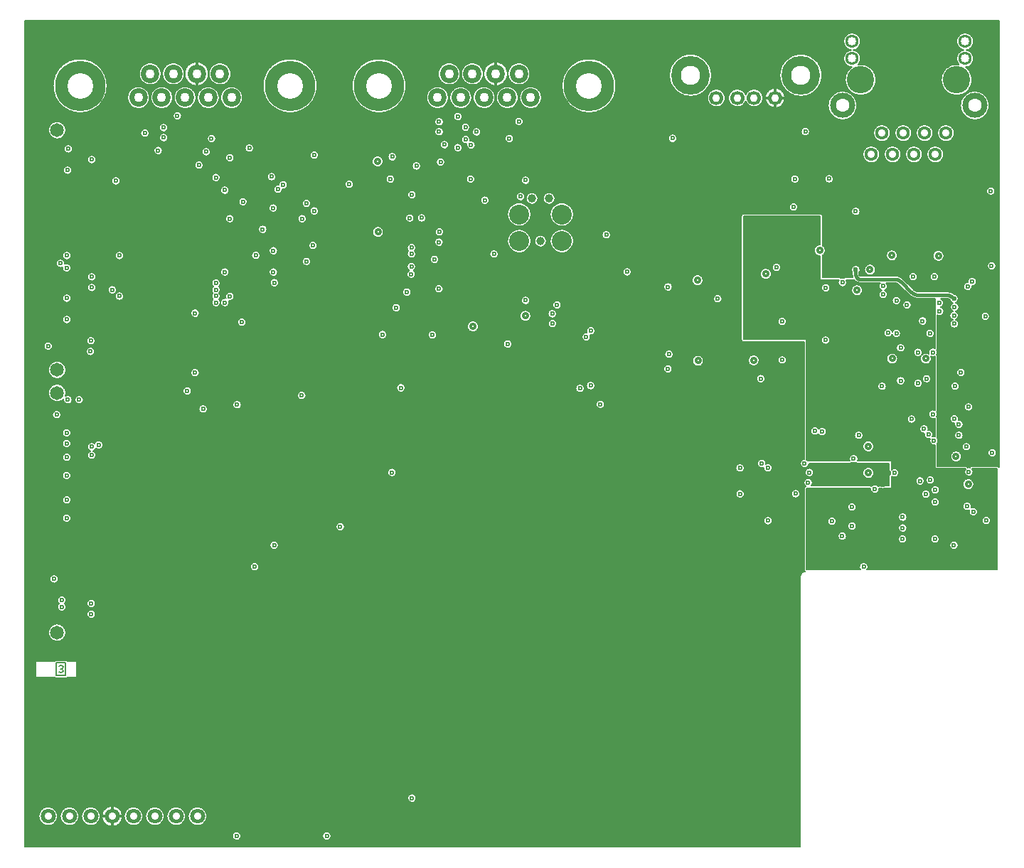
<source format=gbr>
G04 GENERATED BY PULSONIX 10.0 GERBER.DLL 7250*
G04 #@! TF.GenerationSoftware,Pulsonix,Pulsonix,10.0.7250*
G04 #@! TF.CreationDate,2019-09-22T12:23:26--1:00*
G04 #@! TF.Part,Single*
%FSLAX25Y25*%
%LPD*%
%MOIN*%
G04 #@! TF.FileFunction,Copper,L3,Inr*
G04 #@! TF.FilePolarity,Positive*
G04 #@! TA.AperFunction,OtherCopper*
%ADD10C,0.00591*%
G04 #@! TA.AperFunction,ViaPad*
%ADD11C,0.02362X0.00984*%
G04 #@! TA.AperFunction,Conductor*
%ADD13C,0.01575*%
G04 #@! TA.AperFunction,ComponentPad*
%ADD17C,0.03543X0.01181*%
G04 #@! TD.AperFunction*
%ADD74C,0.03902*%
%ADD75C,0.09350*%
%ADD86C,0.00500*%
G04 #@! TA.AperFunction,OtherCopper*
%ADD95C,0.01200*%
%ADD115C,0.00600*%
G04 #@! TD.AperFunction*
%ADD172C,0.06496*%
G04 #@! TA.AperFunction,ComponentPad*
%ADD205C,0.23622X0.12008*%
%ADD223C,0.08661X0.04291*%
G04 #@! TD.AperFunction*
%ADD224C,0.12795*%
G04 #@! TA.AperFunction,ComponentPad*
%ADD225C,0.11811X0.06299*%
%ADD226C,0.06299X0.04016*%
%ADD227C,0.06299X0.03504*%
%ADD228C,0.18110X0.09055*%
%ADD229C,0.06693X0.03622*%
%ADD233C,0.07087X0.03543*%
X0Y0D02*
D02*
D10*
X2470Y-2470D02*
Y-389656D01*
X365837*
Y-262992*
X365851Y-262729*
X365893Y-262469*
X365962Y-262215*
X366058Y-261970*
X366180Y-261737*
X366325Y-261518*
X366494Y-261315*
X366682Y-261132*
X366890Y-260969*
X367113Y-260830*
X367350Y-260715*
X367598Y-260626*
X367853Y-260564*
X368114Y-260530*
X367998Y-260411*
X367899Y-260277*
X367821Y-260130*
X367763Y-259974*
X367728Y-259812*
X367717Y-259646*
Y-221654*
X367731Y-221471*
X367773Y-221292*
X367843Y-221122*
X367938Y-220966*
X368056Y-220825*
X368194Y-220705*
X368349Y-220607*
X368162Y-220453*
X367994Y-220278*
X367847Y-220084*
X367725Y-219874*
X367627Y-219651*
X367557Y-219419*
X367514Y-219180*
X367500Y-218937*
X367515Y-218688*
X367560Y-218442*
X367634Y-218204*
X367737Y-217976*
X367866Y-217763*
X368020Y-217566*
X368196Y-217390*
X368393Y-217236*
X368606Y-217107*
X368834Y-217004*
X369072Y-216930*
X369318Y-216885*
X369567Y-216870*
X369816Y-216885*
X370062Y-216930*
X370300Y-217004*
X370527Y-217107*
X370741Y-217236*
X370938Y-217390*
X371114Y-217566*
X371268Y-217763*
X371397Y-217976*
X371500Y-218204*
X371574Y-218442*
X371619Y-218688*
X371634Y-218937*
X371619Y-219184*
X371575Y-219427*
X371502Y-219663*
X371402Y-219889*
X371275Y-220101*
X371124Y-220296*
X370951Y-220472*
X398773*
X398932Y-220483*
X399088Y-220515*
X399238Y-220568*
X399403Y-220391*
X399588Y-220236*
X399789Y-220102*
X400004Y-219993*
X400231Y-219910*
X400466Y-219855*
X400706Y-219826*
X400948*
X401187Y-219855*
X401422Y-219910*
X401649Y-219993*
X401865Y-220102*
X402066Y-220236*
X402251Y-220391*
X402416Y-220568*
X402566Y-220515*
X402721Y-220483*
X402880Y-220472*
X403573*
X403737Y-220484*
X403898Y-220518*
X404053Y-220575*
X404192Y-220622*
X404336Y-220646*
X404483*
X404627Y-220622*
X404766Y-220575*
X404921Y-220518*
X405082Y-220484*
X405246Y-220472*
X407480*
Y-215955*
X407492Y-215783*
X407529Y-215614*
X407590Y-215453*
X407674Y-215302*
X407779Y-215165*
X407903Y-215045*
X408043Y-214944*
X407998Y-214732*
X407975Y-214518*
Y-214301*
X407998Y-214086*
X408043Y-213875*
X407903Y-213774*
X407779Y-213654*
X407674Y-213517*
X407590Y-213366*
X407529Y-213205*
X407492Y-213036*
X407480Y-212864*
Y-209843*
X392746*
X392566Y-209829*
X392389Y-209788*
X392222Y-209721*
X392066Y-209629*
X391926Y-209514*
X391714Y-209619*
X391491Y-209699*
X391260Y-209753*
X391024Y-209780*
X390787*
X390551Y-209753*
X390320Y-209699*
X390097Y-209619*
X389885Y-209514*
X389745Y-209629*
X389589Y-209721*
X389422Y-209788*
X389245Y-209829*
X389065Y-209843*
X369938*
X369941Y-209961*
X369926Y-210210*
X369881Y-210455*
X369807Y-210694*
X369704Y-210921*
X369575Y-211135*
X369421Y-211331*
X369245Y-211508*
X369048Y-211662*
X368835Y-211791*
X368607Y-211893*
X368369Y-211967*
X368123Y-212012*
X367874Y-212028*
X367625Y-212012*
X367379Y-211967*
X367141Y-211893*
X366913Y-211791*
X366700Y-211662*
X366503Y-211508*
X366327Y-211331*
X366173Y-211135*
X366044Y-210921*
X365941Y-210694*
X365867Y-210455*
X365822Y-210210*
X365807Y-209961*
X365821Y-209724*
X365861Y-209490*
X365929Y-209262*
X366022Y-209043*
X366139Y-208837*
X366280Y-208645*
X366441Y-208471*
X366621Y-208317*
X366818Y-208184*
X367029Y-208074*
X367251Y-207990*
X367481Y-207931*
X367717Y-207900*
Y-152953*
X339370*
X339185Y-152938*
X339005Y-152895*
X338834Y-152824*
X338676Y-152727*
X338535Y-152607*
X338415Y-152466*
X338318Y-152308*
X338247Y-152137*
X338204Y-151956*
X338189Y-151772*
Y-94094*
X338204Y-93910*
X338247Y-93729*
X338318Y-93558*
X338415Y-93400*
X338535Y-93259*
X338676Y-93139*
X338834Y-93042*
X339005Y-92971*
X339185Y-92928*
X339370Y-92913*
X375197*
X375382Y-92928*
X375562Y-92971*
X375733Y-93042*
X375891Y-93139*
X376032Y-93259*
X376152Y-93400*
X376249Y-93558*
X376320Y-93730*
X376363Y-93910*
X376378Y-94094*
Y-107383*
X376365Y-107562*
X376326Y-107736*
X376560Y-107888*
X376776Y-108063*
X376973Y-108259*
X377149Y-108476*
X377301Y-108709*
X377427Y-108957*
X377527Y-109217*
X377599Y-109486*
X377643Y-109761*
X377657Y-110039*
X377643Y-110317*
X377599Y-110593*
X377527Y-110862*
X377427Y-111121*
X377301Y-111370*
X377149Y-111603*
X376973Y-111819*
X376776Y-112016*
X376560Y-112191*
X376326Y-112343*
X376365Y-112517*
X376378Y-112696*
Y-122638*
X384004*
X384192Y-122653*
X384375Y-122697*
X384549Y-122770*
X384709Y-122870*
X384851Y-122994*
X384972Y-123139*
X385187Y-123079*
X385407Y-123044*
X385629Y-123032*
X385852Y-123044*
X386072Y-123079*
X386287Y-123139*
X386408Y-122994*
X386550Y-122870*
X386710Y-122770*
X386884Y-122697*
X387067Y-122653*
X387255Y-122638*
X390409*
X390325Y-122347*
X390265Y-122051*
X390229Y-121751*
X390217Y-121448*
Y-120288*
X390099Y-120107*
X390001Y-119914*
X389924Y-119713*
X389868Y-119504*
X389834Y-119291*
X389823Y-119075*
X389838Y-118826*
X389883Y-118580*
X389957Y-118342*
X390060Y-118114*
X390189Y-117901*
X390343Y-117704*
X390519Y-117528*
X390716Y-117374*
X390929Y-117245*
X391157Y-117142*
X391395Y-117068*
X391641Y-117023*
X391890Y-117008*
X392139Y-117023*
X392384Y-117068*
X392623Y-117142*
X392850Y-117245*
X393064Y-117374*
X393260Y-117528*
X393437Y-117704*
X393591Y-117901*
X393720Y-118114*
X393822Y-118342*
X393897Y-118580*
X393942Y-118826*
X393957Y-119075*
X393945Y-119291*
X393912Y-119504*
X393856Y-119713*
X393779Y-119914*
X393681Y-120107*
X393563Y-120288*
Y-121448*
X393577Y-121557*
X393619Y-121659*
X393687Y-121747*
X393774Y-121814*
X393876Y-121856*
X393985Y-121870*
X409780*
X410223Y-121885*
X410664Y-121928*
X411100Y-122000*
X411531Y-122101*
X411955Y-122229*
X412369Y-122385*
X412773Y-122568*
X413163Y-122776*
X413539Y-123010*
X413899Y-123268*
X414241Y-123549*
X414564Y-123852*
X419022Y-128310*
X419242Y-128511*
X419479Y-128693*
X419731Y-128853*
X419995Y-128991*
X420271Y-129105*
X420555Y-129194*
X420846Y-129259*
X421142Y-129298*
X421440Y-129311*
X434192*
X434614Y-129324*
X435035Y-129364*
X435453Y-129431*
X435866Y-129523*
X436271Y-129641*
X436669Y-129785*
X437057Y-129953*
X437434Y-130146*
X437797Y-130361*
X438147Y-130600*
X438394Y-130638*
X438634Y-130706*
X438864Y-130802*
X439081Y-130926*
X439282Y-131075*
X439463Y-131246*
X439622Y-131439*
X439757Y-131649*
X439865Y-131874*
X439946Y-132110*
X439997Y-132355*
X440019Y-132604*
X440010Y-132853*
X439972Y-133100*
X439904Y-133340*
X439807Y-133570*
X439683Y-133787*
X439535Y-133988*
X439363Y-134169*
X439170Y-134328*
X438960Y-134462*
X438735Y-134571*
X438977Y-134648*
X439208Y-134755*
X439424Y-134889*
X439622Y-135048*
X439799Y-135231*
X439952Y-135434*
X440079Y-135654*
X440178Y-135888*
X440247Y-136132*
X440286Y-136384*
X440294Y-136638*
X440271Y-136891*
X440217Y-137139*
X440132Y-137379*
X440019Y-137607*
X439879Y-137819*
X439714Y-138012*
X439526Y-138183*
X439319Y-138331*
X439095Y-138451*
X438858Y-138543*
X438612Y-138606*
X438841Y-138704*
X439058Y-138830*
X439257Y-138980*
X439437Y-139154*
X439594Y-139348*
X439727Y-139560*
X439833Y-139786*
X439912Y-140023*
X439961Y-140268*
X439980Y-140517*
X439969Y-140767*
X439928Y-141013*
X439858Y-141253*
X439759Y-141482*
X439633Y-141698*
X439482Y-141897*
X439308Y-142077*
X439114Y-142234*
X438902Y-142366*
X438676Y-142472*
X438900Y-142555*
X439113Y-142664*
X439313Y-142796*
X439495Y-142951*
X439659Y-143126*
X439801Y-143318*
X439920Y-143525*
X440014Y-143745*
X440083Y-143974*
X440124Y-144210*
X440138Y-144449*
X440123Y-144698*
X440078Y-144943*
X440003Y-145182*
X439901Y-145409*
X439772Y-145623*
X439618Y-145819*
X439441Y-145996*
X439245Y-146150*
X439031Y-146279*
X438804Y-146381*
X438566Y-146456*
X438320Y-146501*
X438071Y-146516*
X437822Y-146501*
X437576Y-146456*
X437338Y-146381*
X437110Y-146279*
X436897Y-146150*
X436700Y-145996*
X436524Y-145819*
X436370Y-145623*
X436241Y-145409*
X436138Y-145182*
X436064Y-144943*
X436019Y-144698*
X436004Y-144449*
X436019Y-144203*
X436062Y-143960*
X436135Y-143725*
X436235Y-143499*
X436361Y-143288*
X436511Y-143092*
X436684Y-142916*
X436876Y-142762*
X437085Y-142632*
X437309Y-142528*
X437075Y-142440*
X436853Y-142325*
X436647Y-142185*
X436459Y-142020*
X436293Y-141834*
X436150Y-141630*
X436033Y-141409*
X435943Y-141176*
X435882Y-140934*
X435851Y-140687*
X435850Y-140437*
X435878Y-140189*
X435937Y-139947*
X436024Y-139713*
X436139Y-139491*
X436280Y-139285*
X436444Y-139097*
X436630Y-138931*
X436835Y-138788*
X437055Y-138671*
X437288Y-138581*
X437530Y-138520*
X437301Y-138422*
X437086Y-138297*
X436887Y-138148*
X436708Y-137975*
X436551Y-137782*
X436418Y-137572*
X436311Y-137347*
X436232Y-137111*
X436182Y-136867*
X436162Y-136619*
X436171Y-136371*
X436211Y-136125*
X436280Y-135886*
X436376Y-135657*
X436500Y-135441*
X436649Y-135242*
X436821Y-135061*
X437013Y-134903*
X437222Y-134769*
X437446Y-134661*
X437210Y-134586*
X436984Y-134483*
X436771Y-134354*
X436576Y-134200*
X436401Y-134023*
X436249Y-133827*
X436121Y-133614*
X436019Y-133388*
X435945Y-133150*
X435676Y-133002*
X435394Y-132880*
X435102Y-132783*
X434803Y-132714*
X434499Y-132672*
X434192Y-132657*
X431693*
X431931Y-132750*
X432155Y-132871*
X432363Y-133019*
X432551Y-133191*
X432716Y-133385*
X432856Y-133598*
X432969Y-133827*
X433053Y-134068*
X433107Y-134317*
X433129Y-134571*
X433120Y-134826*
X433080Y-135078*
X433009Y-135323*
X432908Y-135557*
X432780Y-135777*
X432625Y-135980*
X432446Y-136162*
X432247Y-136320*
X432029Y-136453*
X431797Y-136558*
X432025Y-136639*
X432242Y-136746*
X432445Y-136878*
X432631Y-137032*
X432798Y-137208*
X432943Y-137401*
X433065Y-137610*
X433161Y-137832*
X433231Y-138064*
X433273Y-138302*
X433287Y-138543*
X433273Y-138788*
X433230Y-139029*
X433158Y-139263*
X433059Y-139487*
X432935Y-139698*
X432786Y-139892*
X432616Y-140068*
X432426Y-140222*
X432219Y-140353*
X431998Y-140458*
X431766Y-140537*
X431526Y-140587*
X431283Y-140609*
X431038Y-140602*
X430796Y-140566*
X430559Y-140502*
X430333Y-140410*
X430118Y-140292*
Y-155958*
X430106Y-156128*
X430069Y-156294*
X430009Y-156454*
X429926Y-156603*
X429823Y-156739*
X429935Y-156941*
X430023Y-157154*
X430086Y-157376*
X430125Y-157604*
X430138Y-157835*
X430125Y-158065*
X430086Y-158293*
X430023Y-158515*
X429935Y-158728*
X429823Y-158931*
X429926Y-159066*
X430009Y-159215*
X430069Y-159375*
X430106Y-159541*
X430118Y-159711*
Y-184974*
X430106Y-185144*
X430069Y-185310*
X430009Y-185470*
X429926Y-185619*
X429823Y-185754*
X429935Y-185957*
X430023Y-186170*
X430086Y-186392*
X430125Y-186620*
X430138Y-186850*
X430125Y-187081*
X430086Y-187309*
X430023Y-187531*
X429935Y-187744*
X429823Y-187946*
X429926Y-188082*
X430009Y-188231*
X430069Y-188391*
X430106Y-188557*
X430118Y-188727*
Y-197258*
X430103Y-197448*
X430058Y-197634*
X429984Y-197809*
X430155Y-197997*
X430301Y-198205*
X430422Y-198429*
X430513Y-198666*
X430575Y-198912*
X430606Y-199164*
Y-199418*
X430575Y-199671*
X430513Y-199917*
X430422Y-200154*
X430301Y-200378*
X430155Y-200586*
X429984Y-200774*
X430058Y-200949*
X430103Y-201134*
X430118Y-201325*
Y-211220*
X443416*
X443596Y-211234*
X443772Y-211275*
X443939Y-211343*
X444095Y-211435*
X444234Y-211550*
X444354Y-211685*
X444453Y-211836*
X444666Y-211803*
X444882Y-211791*
X445098Y-211803*
X445311Y-211836*
X445410Y-211685*
X445530Y-211550*
X445669Y-211435*
X445825Y-211343*
X445992Y-211275*
X446168Y-211234*
X446348Y-211220*
X457953*
X458121Y-211233*
X458286Y-211268*
X458444Y-211327*
X458592Y-211408*
X458727Y-211510*
X458846Y-211629*
X458947Y-211764*
Y-2470*
X2470*
X26571Y-302654D02*
X26662Y-302668D01*
X26744Y-302710*
X26810Y-302775*
X26852Y-302858*
X26866Y-302949*
Y-309949*
X26852Y-310040*
X26810Y-310122*
X26744Y-310188*
X26662Y-310230*
X26571Y-310244*
X22450*
X22332Y-310359*
X22198Y-310455*
X22052Y-310533*
X21897Y-310589*
X21735Y-310623*
X21571Y-310635*
X17071*
X16906Y-310623*
X16745Y-310589*
X16590Y-310533*
X16444Y-310455*
X16310Y-310359*
X16191Y-310244*
X7571*
X7480Y-310230*
X7397Y-310188*
X7332Y-310122*
X7290Y-310040*
X7276Y-309949*
Y-302949*
X7290Y-302858*
X7332Y-302775*
X7397Y-302710*
X7480Y-302668*
X7571Y-302654*
X16191*
X16310Y-302539*
X16444Y-302442*
X16590Y-302365*
X16745Y-302309*
X16906Y-302274*
X17071Y-302263*
X21571*
X21736Y-302274*
X21897Y-302309*
X22052Y-302365*
X22198Y-302442*
X22332Y-302539*
X22450Y-302654*
X26571*
X18878Y-375374D02*
X18893Y-375008D01*
X18938Y-374645*
X19013Y-374287*
X19118Y-373936*
X19251Y-373595*
X19412Y-373266*
X19599Y-372951*
X19812Y-372653*
X20048Y-372374*
X20307Y-372115*
X20587Y-371879*
X20884Y-371666*
X21199Y-371478*
X21528Y-371318*
X21869Y-371185*
X22220Y-371080*
X22578Y-371005*
X22941Y-370960*
X23307Y-370945*
X23673Y-370960*
X24036Y-371005*
X24395Y-371080*
X24745Y-371185*
X25086Y-371318*
X25415Y-371478*
X25730Y-371666*
X26028Y-371879*
X26307Y-372115*
X26566Y-372374*
X26803Y-372653*
X27015Y-372951*
X27203Y-373266*
X27364Y-373595*
X27497Y-373936*
X27601Y-374287*
X27676Y-374645*
X27721Y-375008*
X27736Y-375374*
X27721Y-375740*
X27676Y-376103*
X27601Y-376461*
X27496Y-376812*
X27363Y-377153*
X27203Y-377482*
X27015Y-377797*
X26802Y-378095*
X26566Y-378374*
X26307Y-378633*
X26028Y-378869*
X25730Y-379082*
X25415Y-379270*
X25086Y-379430*
X24745Y-379563*
X24394Y-379668*
X24036Y-379743*
X23673Y-379788*
X23307Y-379803*
X22941Y-379788*
X22578Y-379743*
X22220Y-379668*
X21869Y-379563*
X21528Y-379430*
X21199Y-379270*
X20884Y-379082*
X20586Y-378869*
X20307Y-378633*
X20048Y-378374*
X19812Y-378095*
X19599Y-377797*
X19411Y-377482*
X19251Y-377153*
X19118Y-376812*
X19013Y-376461*
X18938Y-376103*
X18893Y-375740*
X18878Y-375374*
X8878D02*
X8893Y-375008D01*
X8938Y-374645*
X9013Y-374287*
X9118Y-373936*
X9251Y-373595*
X9412Y-373266*
X9599Y-372951*
X9812Y-372653*
X10048Y-372374*
X10307Y-372115*
X10587Y-371879*
X10884Y-371666*
X11199Y-371478*
X11528Y-371318*
X11869Y-371185*
X12220Y-371080*
X12578Y-371005*
X12941Y-370960*
X13307Y-370945*
X13673Y-370960*
X14036Y-371005*
X14395Y-371080*
X14745Y-371185*
X15086Y-371318*
X15415Y-371478*
X15730Y-371666*
X16028Y-371879*
X16307Y-372115*
X16566Y-372374*
X16803Y-372653*
X17015Y-372951*
X17203Y-373266*
X17364Y-373595*
X17497Y-373936*
X17601Y-374287*
X17676Y-374645*
X17721Y-375008*
X17736Y-375374*
X17721Y-375740*
X17676Y-376103*
X17601Y-376461*
X17496Y-376812*
X17363Y-377153*
X17203Y-377482*
X17015Y-377797*
X16802Y-378095*
X16566Y-378374*
X16307Y-378633*
X16028Y-378869*
X15730Y-379082*
X15415Y-379270*
X15086Y-379430*
X14745Y-379563*
X14394Y-379668*
X14036Y-379743*
X13673Y-379788*
X13307Y-379803*
X12941Y-379788*
X12578Y-379743*
X12220Y-379668*
X11869Y-379563*
X11528Y-379430*
X11199Y-379270*
X10884Y-379082*
X10586Y-378869*
X10307Y-378633*
X10048Y-378374*
X9812Y-378095*
X9599Y-377797*
X9411Y-377482*
X9251Y-377153*
X9118Y-376812*
X9013Y-376461*
X8938Y-376103*
X8893Y-375740*
X8878Y-375374*
X11280Y-154921D02*
X11295Y-154672D01*
X11340Y-154427*
X11414Y-154188*
X11516Y-153961*
X11645Y-153747*
X11799Y-153551*
X11976Y-153374*
X12172Y-153220*
X12386Y-153091*
X12614Y-152989*
X12852Y-152914*
X13097Y-152869*
X13346Y-152854*
X13596Y-152869*
X13841Y-152914*
X14079Y-152989*
X14307Y-153091*
X14521Y-153220*
X14717Y-153374*
X14894Y-153551*
X15047Y-153747*
X15177Y-153961*
X15279Y-154188*
X15353Y-154427*
X15398Y-154672*
X15413Y-154921*
X15398Y-155170*
X15353Y-155416*
X15279Y-155654*
X15177Y-155882*
X15047Y-156095*
X14894Y-156292*
X14717Y-156468*
X14521Y-156622*
X14307Y-156751*
X14079Y-156854*
X13841Y-156928*
X13596Y-156973*
X13346Y-156988*
X13097Y-156973*
X12852Y-156928*
X12614Y-156854*
X12386Y-156751*
X12172Y-156622*
X11976Y-156468*
X11799Y-156292*
X11645Y-156095*
X11516Y-155882*
X11414Y-155654*
X11340Y-155416*
X11295Y-155170*
X11280Y-154921*
X13378Y-289260D02*
X13394Y-288900D01*
X13441Y-288542*
X13519Y-288190*
X13627Y-287846*
X13765Y-287513*
X13932Y-287193*
X14126Y-286889*
X14345Y-286603*
X14589Y-286337*
X14855Y-286093*
X15141Y-285874*
X15445Y-285680*
X15765Y-285513*
X16098Y-285375*
X16442Y-285267*
X16794Y-285189*
X17151Y-285142*
X17512Y-285126*
X17872Y-285142*
X18230Y-285189*
X18582Y-285267*
X18926Y-285375*
X19259Y-285513*
X19579Y-285680*
X19883Y-285874*
X20169Y-286093*
X20435Y-286337*
X20679Y-286603*
X20898Y-286889*
X21092Y-287193*
X21258Y-287513*
X21396Y-287846*
X21505Y-288190*
X21583Y-288542*
X21630Y-288900*
X21646Y-289260*
X21630Y-289620*
X21583Y-289978*
X21505Y-290330*
X21396Y-290674*
X21258Y-291007*
X21092Y-291327*
X20898Y-291631*
X20679Y-291917*
X20435Y-292183*
X20169Y-292426*
X19883Y-292646*
X19579Y-292840*
X19259Y-293006*
X18926Y-293144*
X18582Y-293253*
X18230Y-293331*
X17872Y-293378*
X17512Y-293394*
X17152Y-293378*
X16794Y-293331*
X16442Y-293253*
X16098Y-293144*
X15765Y-293006*
X15445Y-292840*
X15141Y-292646*
X14855Y-292427*
X14589Y-292183*
X14345Y-291917*
X14126Y-291631*
X13932Y-291327*
X13765Y-291007*
X13627Y-290674*
X13519Y-290330*
X13441Y-289978*
X13394Y-289620*
X13378Y-289260*
X21345Y-178406D02*
X21558Y-178270D01*
X21786Y-178162*
X22025Y-178082*
X22272Y-178032*
X22524Y-178012*
X22776Y-178023*
X23025Y-178065*
X23267Y-178137*
X23498Y-178237*
X23715Y-178365*
X23915Y-178519*
X24095Y-178696*
X24252Y-178893*
X24384Y-179109*
X24489Y-179338*
X24565Y-179579*
X24611Y-179827*
X24626Y-180079*
X24611Y-180328*
X24566Y-180573*
X24492Y-180812*
X24389Y-181039*
X24260Y-181253*
X24106Y-181449*
X23930Y-181626*
X23733Y-181780*
X23520Y-181909*
X23292Y-182011*
X23054Y-182086*
X22808Y-182131*
X22559Y-182146*
X22310Y-182131*
X22064Y-182086*
X21826Y-182011*
X21599Y-181909*
X21385Y-181780*
X21188Y-181626*
X21012Y-181449*
X20858Y-181253*
X20729Y-181039*
X20626Y-180812*
X20552Y-180573*
X20507Y-180328*
X20492Y-180079*
X20502Y-179880*
X20530Y-179683*
X20279Y-179930*
X20007Y-180154*
X19717Y-180355*
X19411Y-180530*
X19091Y-180679*
X18760Y-180799*
X18419Y-180891*
X18072Y-180954*
X17721Y-180987*
X17368Y-180990*
X17017Y-180962*
X16669Y-180905*
X16327Y-180819*
X15994Y-180703*
X15671Y-180560*
X15363Y-180389*
X15069Y-180193*
X14794Y-179973*
X14538Y-179730*
X14304Y-179466*
X14094Y-179183*
X13908Y-178884*
X13749Y-178569*
X13616Y-178242*
X13513Y-177905*
X13438Y-177560*
X13393Y-177211*
X13378Y-176858*
X13394Y-176498*
X13441Y-176140*
X13519Y-175788*
X13627Y-175444*
X13765Y-175111*
X13932Y-174791*
X14126Y-174487*
X14345Y-174201*
X14589Y-173935*
X14855Y-173692*
X15141Y-173472*
X15445Y-173278*
X15765Y-173112*
X16098Y-172974*
X16442Y-172865*
X16794Y-172787*
X17151Y-172740*
X17512Y-172724*
X17872Y-172740*
X18230Y-172787*
X18582Y-172865*
X18926Y-172974*
X19259Y-173112*
X19579Y-173278*
X19883Y-173472*
X20169Y-173691*
X20435Y-173935*
X20679Y-174201*
X20898Y-174487*
X21092Y-174791*
X21258Y-175111*
X21396Y-175444*
X21505Y-175788*
X21583Y-176140*
X21630Y-176498*
X21646Y-176858*
X21634Y-177175*
X21597Y-177490*
X21537Y-177802*
X21452Y-178107*
X21345Y-178406*
X13996Y-264094D02*
X14011Y-263845D01*
X14056Y-263600*
X14130Y-263362*
X14233Y-263134*
X14362Y-262920*
X14516Y-262724*
X14692Y-262547*
X14889Y-262393*
X15102Y-262264*
X15330Y-262162*
X15568Y-262088*
X15814Y-262043*
X16063Y-262028*
X16312Y-262043*
X16558Y-262088*
X16796Y-262162*
X17024Y-262264*
X17237Y-262393*
X17434Y-262547*
X17610Y-262724*
X17764Y-262920*
X17893Y-263134*
X17996Y-263362*
X18070Y-263600*
X18115Y-263845*
X18130Y-264094*
X18115Y-264344*
X18070Y-264589*
X17996Y-264827*
X17893Y-265055*
X17764Y-265269*
X17610Y-265465*
X17434Y-265642*
X17237Y-265796*
X17024Y-265925*
X16796Y-266027*
X16558Y-266101*
X16312Y-266146*
X16063Y-266161*
X15814Y-266146*
X15568Y-266101*
X15330Y-266027*
X15102Y-265925*
X14889Y-265796*
X14692Y-265642*
X14516Y-265465*
X14362Y-265269*
X14233Y-265055*
X14130Y-264827*
X14056Y-264589*
X14011Y-264344*
X13996Y-264094*
X17618Y-274055D02*
X17633Y-273806D01*
X17678Y-273560*
X17752Y-273322*
X17855Y-273095*
X17984Y-272881*
X18138Y-272685*
X18314Y-272508*
X18511Y-272354*
X18724Y-272225*
X18952Y-272123*
X19190Y-272048*
X19436Y-272003*
X19685Y-271988*
X19934Y-272003*
X20180Y-272048*
X20418Y-272123*
X20646Y-272225*
X20859Y-272354*
X21056Y-272508*
X21232Y-272685*
X21386Y-272881*
X21515Y-273095*
X21618Y-273322*
X21692Y-273560*
X21737Y-273806*
X21752Y-274055*
X21737Y-274306*
X21691Y-274553*
X21616Y-274793*
X21512Y-275022*
X21381Y-275236*
X21225Y-275434*
X21047Y-275610*
X21225Y-275787*
X21381Y-275984*
X21512Y-276199*
X21616Y-276428*
X21691Y-276667*
X21737Y-276914*
X21752Y-277165*
X21737Y-277414*
X21692Y-277660*
X21618Y-277898*
X21515Y-278126*
X21386Y-278339*
X21232Y-278536*
X21056Y-278712*
X20859Y-278866*
X20646Y-278996*
X20418Y-279098*
X20180Y-279172*
X19934Y-279217*
X19685Y-279232*
X19436Y-279217*
X19190Y-279172*
X18952Y-279098*
X18724Y-278996*
X18511Y-278866*
X18314Y-278712*
X18138Y-278536*
X17984Y-278339*
X17855Y-278126*
X17752Y-277898*
X17678Y-277660*
X17633Y-277414*
X17618Y-277165*
X17633Y-276914*
X17679Y-276667*
X17754Y-276428*
X17858Y-276199*
X17989Y-275984*
X18145Y-275787*
X18324Y-275610*
X18145Y-275434*
X17989Y-275236*
X17858Y-275022*
X17754Y-274793*
X17679Y-274553*
X17633Y-274306*
X17618Y-274055*
X15217Y-187047D02*
X15232Y-186798D01*
X15277Y-186553*
X15351Y-186314*
X15453Y-186087*
X15582Y-185873*
X15736Y-185677*
X15913Y-185500*
X16109Y-185346*
X16323Y-185217*
X16551Y-185115*
X16789Y-185040*
X17034Y-184995*
X17283Y-184980*
X17533Y-184995*
X17778Y-185040*
X18016Y-185115*
X18244Y-185217*
X18458Y-185346*
X18654Y-185500*
X18831Y-185677*
X18984Y-185873*
X19114Y-186087*
X19216Y-186314*
X19290Y-186553*
X19335Y-186798*
X19350Y-187047*
X19335Y-187296*
X19290Y-187542*
X19216Y-187780*
X19114Y-188008*
X18984Y-188221*
X18831Y-188418*
X18654Y-188594*
X18458Y-188748*
X18244Y-188877*
X18016Y-188980*
X17778Y-189054*
X17533Y-189099*
X17283Y-189114*
X17034Y-189099*
X16789Y-189054*
X16551Y-188980*
X16323Y-188877*
X16109Y-188748*
X15913Y-188594*
X15736Y-188418*
X15582Y-188221*
X15453Y-188008*
X15351Y-187780*
X15277Y-187542*
X15232Y-187296*
X15217Y-187047*
X19941Y-235591D02*
X19956Y-235341D01*
X20001Y-235096*
X20075Y-234858*
X20178Y-234630*
X20307Y-234416*
X20461Y-234220*
X20637Y-234043*
X20834Y-233890*
X21047Y-233760*
X21275Y-233658*
X21513Y-233584*
X21759Y-233539*
X22008Y-233524*
X22257Y-233539*
X22503Y-233584*
X22741Y-233658*
X22968Y-233760*
X23182Y-233890*
X23378Y-234043*
X23555Y-234220*
X23709Y-234416*
X23838Y-234630*
X23940Y-234858*
X24015Y-235096*
X24060Y-235341*
X24075Y-235591*
X24060Y-235840*
X24015Y-236085*
X23940Y-236324*
X23838Y-236551*
X23709Y-236765*
X23555Y-236961*
X23378Y-237138*
X23182Y-237292*
X22968Y-237421*
X22741Y-237523*
X22503Y-237597*
X22257Y-237642*
X22008Y-237657*
X21759Y-237642*
X21513Y-237597*
X21275Y-237523*
X21047Y-237421*
X20834Y-237292*
X20637Y-237138*
X20461Y-236961*
X20307Y-236765*
X20178Y-236551*
X20075Y-236324*
X20001Y-236085*
X19956Y-235840*
X19941Y-235591*
Y-227047D02*
X19956Y-226798D01*
X20001Y-226553*
X20075Y-226314*
X20178Y-226087*
X20307Y-225873*
X20461Y-225677*
X20637Y-225500*
X20834Y-225346*
X21047Y-225217*
X21275Y-225115*
X21513Y-225040*
X21759Y-224995*
X22008Y-224980*
X22257Y-224995*
X22503Y-225040*
X22741Y-225115*
X22968Y-225217*
X23182Y-225346*
X23378Y-225500*
X23555Y-225677*
X23709Y-225873*
X23838Y-226087*
X23940Y-226314*
X24015Y-226553*
X24060Y-226798*
X24075Y-227047*
X24060Y-227296*
X24015Y-227542*
X23940Y-227780*
X23838Y-228008*
X23709Y-228221*
X23555Y-228418*
X23378Y-228594*
X23182Y-228748*
X22968Y-228877*
X22741Y-228980*
X22503Y-229054*
X22257Y-229099*
X22008Y-229114*
X21759Y-229099*
X21513Y-229054*
X21275Y-228980*
X21047Y-228877*
X20834Y-228748*
X20637Y-228594*
X20461Y-228418*
X20307Y-228221*
X20178Y-228008*
X20075Y-227780*
X20001Y-227542*
X19956Y-227296*
X19941Y-227047*
Y-215591D02*
X19956Y-215341D01*
X20001Y-215096*
X20075Y-214858*
X20178Y-214630*
X20307Y-214416*
X20461Y-214220*
X20637Y-214043*
X20834Y-213890*
X21047Y-213760*
X21275Y-213658*
X21513Y-213584*
X21759Y-213539*
X22008Y-213524*
X22257Y-213539*
X22503Y-213584*
X22741Y-213658*
X22968Y-213760*
X23182Y-213890*
X23378Y-214043*
X23555Y-214220*
X23709Y-214416*
X23838Y-214630*
X23940Y-214858*
X24015Y-215096*
X24060Y-215341*
X24075Y-215591*
X24060Y-215840*
X24015Y-216085*
X23940Y-216324*
X23838Y-216551*
X23709Y-216765*
X23555Y-216961*
X23378Y-217138*
X23182Y-217292*
X22968Y-217421*
X22741Y-217523*
X22503Y-217597*
X22257Y-217642*
X22008Y-217657*
X21759Y-217642*
X21513Y-217597*
X21275Y-217523*
X21047Y-217421*
X20834Y-217292*
X20637Y-217138*
X20461Y-216961*
X20307Y-216765*
X20178Y-216551*
X20075Y-216324*
X20001Y-216085*
X19956Y-215840*
X19941Y-215591*
Y-207047D02*
X19956Y-206798D01*
X20001Y-206553*
X20075Y-206314*
X20178Y-206087*
X20307Y-205873*
X20461Y-205677*
X20637Y-205500*
X20834Y-205346*
X21047Y-205217*
X21275Y-205115*
X21513Y-205040*
X21759Y-204995*
X22008Y-204980*
X22257Y-204995*
X22503Y-205040*
X22741Y-205115*
X22968Y-205217*
X23182Y-205346*
X23378Y-205500*
X23555Y-205677*
X23709Y-205873*
X23838Y-206087*
X23940Y-206314*
X24015Y-206553*
X24060Y-206798*
X24075Y-207047*
X24060Y-207296*
X24015Y-207542*
X23940Y-207780*
X23838Y-208008*
X23709Y-208221*
X23555Y-208418*
X23378Y-208594*
X23182Y-208748*
X22968Y-208877*
X22741Y-208980*
X22503Y-209054*
X22257Y-209099*
X22008Y-209114*
X21759Y-209099*
X21513Y-209054*
X21275Y-208980*
X21047Y-208877*
X20834Y-208748*
X20637Y-208594*
X20461Y-208418*
X20307Y-208221*
X20178Y-208008*
X20075Y-207780*
X20001Y-207542*
X19956Y-207296*
X19941Y-207047*
Y-200551D02*
X19956Y-200302D01*
X20001Y-200057*
X20075Y-199818*
X20178Y-199591*
X20307Y-199377*
X20461Y-199181*
X20637Y-199004*
X20834Y-198850*
X21047Y-198721*
X21275Y-198619*
X21513Y-198544*
X21759Y-198499*
X22008Y-198484*
X22257Y-198499*
X22503Y-198544*
X22741Y-198619*
X22968Y-198721*
X23182Y-198850*
X23378Y-199004*
X23555Y-199181*
X23709Y-199377*
X23838Y-199591*
X23940Y-199818*
X24015Y-200057*
X24060Y-200302*
X24075Y-200551*
X24060Y-200800*
X24015Y-201046*
X23940Y-201284*
X23838Y-201512*
X23709Y-201725*
X23555Y-201922*
X23378Y-202098*
X23182Y-202252*
X22968Y-202381*
X22741Y-202484*
X22503Y-202558*
X22257Y-202603*
X22008Y-202618*
X21759Y-202603*
X21513Y-202558*
X21275Y-202484*
X21047Y-202381*
X20834Y-202252*
X20637Y-202098*
X20461Y-201922*
X20307Y-201725*
X20178Y-201512*
X20075Y-201284*
X20001Y-201046*
X19956Y-200800*
X19941Y-200551*
Y-195591D02*
X19956Y-195341D01*
X20001Y-195096*
X20075Y-194858*
X20178Y-194630*
X20307Y-194416*
X20461Y-194220*
X20637Y-194043*
X20834Y-193890*
X21047Y-193760*
X21275Y-193658*
X21513Y-193584*
X21759Y-193539*
X22008Y-193524*
X22257Y-193539*
X22503Y-193584*
X22741Y-193658*
X22968Y-193760*
X23182Y-193890*
X23378Y-194043*
X23555Y-194220*
X23709Y-194416*
X23838Y-194630*
X23940Y-194858*
X24015Y-195096*
X24060Y-195341*
X24075Y-195591*
X24060Y-195840*
X24015Y-196085*
X23940Y-196324*
X23838Y-196551*
X23709Y-196765*
X23555Y-196961*
X23378Y-197138*
X23182Y-197292*
X22968Y-197421*
X22741Y-197523*
X22503Y-197597*
X22257Y-197642*
X22008Y-197657*
X21759Y-197642*
X21513Y-197597*
X21275Y-197523*
X21047Y-197421*
X20834Y-197292*
X20637Y-197138*
X20461Y-196961*
X20307Y-196765*
X20178Y-196551*
X20075Y-196324*
X20001Y-196085*
X19956Y-195840*
X19941Y-195591*
X13378Y-166122D02*
X13394Y-165762D01*
X13441Y-165404*
X13519Y-165052*
X13627Y-164708*
X13765Y-164375*
X13932Y-164055*
X14126Y-163751*
X14345Y-163465*
X14589Y-163199*
X14855Y-162955*
X15141Y-162736*
X15445Y-162542*
X15765Y-162376*
X16098Y-162238*
X16442Y-162129*
X16794Y-162051*
X17151Y-162004*
X17512Y-161988*
X17872Y-162004*
X18230Y-162051*
X18582Y-162129*
X18926Y-162237*
X19259Y-162375*
X19579Y-162542*
X19883Y-162736*
X20169Y-162955*
X20435Y-163199*
X20679Y-163465*
X20898Y-163751*
X21092Y-164055*
X21258Y-164375*
X21396Y-164708*
X21505Y-165052*
X21583Y-165404*
X21630Y-165762*
X21646Y-166122*
X21630Y-166482*
X21583Y-166840*
X21505Y-167192*
X21396Y-167536*
X21258Y-167869*
X21092Y-168189*
X20898Y-168493*
X20679Y-168779*
X20435Y-169045*
X20169Y-169289*
X19883Y-169508*
X19579Y-169702*
X19259Y-169869*
X18926Y-170007*
X18582Y-170115*
X18230Y-170193*
X17872Y-170240*
X17512Y-170256*
X17152Y-170240*
X16794Y-170193*
X16442Y-170115*
X16098Y-170007*
X15765Y-169869*
X15445Y-169702*
X15141Y-169508*
X14855Y-169289*
X14589Y-169045*
X14345Y-168779*
X14126Y-168493*
X13932Y-168189*
X13765Y-167869*
X13627Y-167536*
X13519Y-167192*
X13441Y-166840*
X13394Y-166482*
X13378Y-166122*
Y-53720D02*
X13394Y-53360D01*
X13441Y-53003*
X13519Y-52651*
X13627Y-52307*
X13765Y-51973*
X13932Y-51654*
X14126Y-51349*
X14345Y-51063*
X14589Y-50797*
X14855Y-50554*
X15141Y-50334*
X15445Y-50141*
X15765Y-49974*
X16098Y-49836*
X16442Y-49727*
X16794Y-49649*
X17151Y-49602*
X17512Y-49587*
X17872Y-49602*
X18230Y-49649*
X18582Y-49727*
X18926Y-49836*
X19259Y-49974*
X19579Y-50140*
X19883Y-50334*
X20169Y-50554*
X20435Y-50797*
X20679Y-51063*
X20898Y-51349*
X21092Y-51654*
X21258Y-51973*
X21396Y-52307*
X21505Y-52651*
X21583Y-53003*
X21630Y-53360*
X21646Y-53720*
X21630Y-54081*
X21583Y-54438*
X21505Y-54790*
X21396Y-55134*
X21258Y-55468*
X21092Y-55787*
X20898Y-56092*
X20679Y-56378*
X20435Y-56644*
X20169Y-56887*
X19883Y-57107*
X19579Y-57300*
X19259Y-57467*
X18926Y-57605*
X18582Y-57713*
X18230Y-57792*
X17872Y-57839*
X17512Y-57854*
X17152Y-57839*
X16794Y-57792*
X16442Y-57714*
X16098Y-57605*
X15765Y-57467*
X15445Y-57301*
X15141Y-57107*
X14855Y-56887*
X14589Y-56644*
X14345Y-56378*
X14126Y-56092*
X13932Y-55787*
X13765Y-55468*
X13627Y-55134*
X13519Y-54790*
X13441Y-54438*
X13394Y-54081*
X13378Y-53720*
X21147Y-116349D02*
X21373Y-116261D01*
X21609Y-116200*
X21849Y-116168*
X22092Y-116163*
X22334Y-116187*
X22572Y-116240*
X22801Y-116320*
X23020Y-116426*
X23224Y-116557*
X23412Y-116712*
X23581Y-116887*
X23727Y-117081*
X23850Y-117291*
X23947Y-117514*
X24018Y-117746*
X24060Y-117986*
X24075Y-118228*
X24060Y-118477*
X24015Y-118723*
X23940Y-118961*
X23838Y-119189*
X23709Y-119402*
X23555Y-119599*
X23378Y-119775*
X23182Y-119929*
X22968Y-120059*
X22741Y-120161*
X22503Y-120235*
X22257Y-120280*
X22008Y-120295*
X21759Y-120280*
X21513Y-120235*
X21275Y-120161*
X21047Y-120059*
X20834Y-119929*
X20637Y-119775*
X20461Y-119599*
X20307Y-119402*
X20178Y-119189*
X20075Y-118961*
X20001Y-118723*
X19956Y-118477*
X19941Y-118228*
X19956Y-117981*
X19729Y-118069*
X19494Y-118130*
X19253Y-118163*
X19010Y-118168*
X18768Y-118143*
X18531Y-118091*
X18301Y-118011*
X18082Y-117905*
X17878Y-117773*
X17690Y-117619*
X17522Y-117444*
X17375Y-117250*
X17252Y-117040*
X17155Y-116817*
X17085Y-116584*
X17042Y-116345*
X17028Y-116102*
X17043Y-115853*
X17088Y-115608*
X17162Y-115369*
X17264Y-115142*
X17393Y-114928*
X17547Y-114732*
X17724Y-114555*
X17920Y-114401*
X18134Y-114272*
X18362Y-114170*
X18600Y-114096*
X18845Y-114051*
X19094Y-114035*
X19344Y-114051*
X19589Y-114096*
X19827Y-114170*
X20055Y-114272*
X20269Y-114401*
X20465Y-114555*
X20642Y-114732*
X20796Y-114928*
X20925Y-115142*
X21027Y-115369*
X21101Y-115608*
X21146Y-115853*
X21161Y-116102*
X21147Y-116349*
X19941Y-142441D02*
X19956Y-142192D01*
X20001Y-141946*
X20075Y-141708*
X20178Y-141480*
X20307Y-141267*
X20461Y-141070*
X20637Y-140894*
X20834Y-140740*
X21047Y-140611*
X21275Y-140508*
X21513Y-140434*
X21759Y-140389*
X22008Y-140374*
X22257Y-140389*
X22503Y-140434*
X22741Y-140508*
X22968Y-140611*
X23182Y-140740*
X23378Y-140894*
X23555Y-141070*
X23709Y-141267*
X23838Y-141480*
X23940Y-141708*
X24015Y-141946*
X24060Y-142192*
X24075Y-142441*
X24060Y-142690*
X24015Y-142936*
X23940Y-143174*
X23838Y-143401*
X23709Y-143615*
X23555Y-143812*
X23378Y-143988*
X23182Y-144142*
X22968Y-144271*
X22741Y-144374*
X22503Y-144448*
X22257Y-144493*
X22008Y-144508*
X21759Y-144493*
X21513Y-144448*
X21275Y-144374*
X21047Y-144271*
X20834Y-144142*
X20637Y-143988*
X20461Y-143812*
X20307Y-143615*
X20178Y-143401*
X20075Y-143174*
X20001Y-142936*
X19956Y-142690*
X19941Y-142441*
Y-132441D02*
X19956Y-132192D01*
X20001Y-131946*
X20075Y-131708*
X20178Y-131480*
X20307Y-131267*
X20461Y-131070*
X20637Y-130894*
X20834Y-130740*
X21047Y-130611*
X21275Y-130508*
X21513Y-130434*
X21759Y-130389*
X22008Y-130374*
X22257Y-130389*
X22503Y-130434*
X22741Y-130508*
X22968Y-130611*
X23182Y-130740*
X23378Y-130894*
X23555Y-131070*
X23709Y-131267*
X23838Y-131480*
X23940Y-131708*
X24015Y-131946*
X24060Y-132192*
X24075Y-132441*
X24060Y-132690*
X24015Y-132936*
X23940Y-133174*
X23838Y-133401*
X23709Y-133615*
X23555Y-133812*
X23378Y-133988*
X23182Y-134142*
X22968Y-134271*
X22741Y-134374*
X22503Y-134448*
X22257Y-134493*
X22008Y-134508*
X21759Y-134493*
X21513Y-134448*
X21275Y-134374*
X21047Y-134271*
X20834Y-134142*
X20637Y-133988*
X20461Y-133812*
X20307Y-133615*
X20178Y-133401*
X20075Y-133174*
X20001Y-132936*
X19956Y-132690*
X19941Y-132441*
Y-112441D02*
X19956Y-112192D01*
X20001Y-111946*
X20075Y-111708*
X20178Y-111480*
X20307Y-111267*
X20461Y-111070*
X20637Y-110894*
X20834Y-110740*
X21047Y-110611*
X21275Y-110508*
X21513Y-110434*
X21759Y-110389*
X22008Y-110374*
X22257Y-110389*
X22503Y-110434*
X22741Y-110508*
X22968Y-110611*
X23182Y-110740*
X23378Y-110894*
X23555Y-111070*
X23709Y-111267*
X23838Y-111480*
X23940Y-111708*
X24015Y-111946*
X24060Y-112192*
X24075Y-112441*
X24060Y-112690*
X24015Y-112936*
X23940Y-113174*
X23838Y-113401*
X23709Y-113615*
X23555Y-113812*
X23378Y-113988*
X23182Y-114142*
X22968Y-114271*
X22741Y-114374*
X22503Y-114448*
X22257Y-114493*
X22008Y-114508*
X21759Y-114493*
X21513Y-114448*
X21275Y-114374*
X21047Y-114271*
X20834Y-114142*
X20637Y-113988*
X20461Y-113812*
X20307Y-113615*
X20178Y-113401*
X20075Y-113174*
X20001Y-112936*
X19956Y-112690*
X19941Y-112441*
X20374Y-72421D02*
X20389Y-72172D01*
X20434Y-71927*
X20508Y-71688*
X20611Y-71461*
X20740Y-71247*
X20894Y-71051*
X21070Y-70874*
X21267Y-70720*
X21480Y-70591*
X21708Y-70489*
X21946Y-70414*
X22192Y-70369*
X22441Y-70354*
X22690Y-70369*
X22936Y-70414*
X23174Y-70489*
X23401Y-70591*
X23615Y-70720*
X23812Y-70874*
X23988Y-71051*
X24142Y-71247*
X24271Y-71461*
X24374Y-71688*
X24448Y-71927*
X24493Y-72172*
X24508Y-72421*
X24493Y-72670*
X24448Y-72916*
X24374Y-73154*
X24271Y-73382*
X24142Y-73595*
X23988Y-73792*
X23812Y-73968*
X23615Y-74122*
X23401Y-74251*
X23174Y-74354*
X22936Y-74428*
X22690Y-74473*
X22441Y-74488*
X22192Y-74473*
X21946Y-74428*
X21708Y-74354*
X21480Y-74251*
X21267Y-74122*
X21070Y-73968*
X20894Y-73792*
X20740Y-73595*
X20611Y-73382*
X20508Y-73154*
X20434Y-72916*
X20389Y-72670*
X20374Y-72421*
X20610Y-62421D02*
X20625Y-62172D01*
X20670Y-61927*
X20745Y-61688*
X20847Y-61461*
X20976Y-61247*
X21130Y-61051*
X21307Y-60874*
X21503Y-60720*
X21717Y-60591*
X21944Y-60489*
X22183Y-60414*
X22428Y-60369*
X22677Y-60354*
X22926Y-60369*
X23172Y-60414*
X23410Y-60489*
X23638Y-60591*
X23851Y-60720*
X24048Y-60874*
X24224Y-61051*
X24378Y-61247*
X24507Y-61461*
X24610Y-61688*
X24684Y-61927*
X24729Y-62172*
X24744Y-62421*
X24729Y-62670*
X24684Y-62916*
X24610Y-63154*
X24507Y-63382*
X24378Y-63595*
X24224Y-63792*
X24048Y-63968*
X23851Y-64122*
X23638Y-64251*
X23410Y-64354*
X23172Y-64428*
X22926Y-64473*
X22677Y-64488*
X22428Y-64473*
X22183Y-64428*
X21944Y-64354*
X21717Y-64251*
X21503Y-64122*
X21307Y-63968*
X21130Y-63792*
X20976Y-63595*
X20847Y-63382*
X20745Y-63154*
X20670Y-62916*
X20625Y-62670*
X20610Y-62421*
X15571Y-32854D02*
X15586Y-32231D01*
X15632Y-31610*
X15708Y-30991*
X15815Y-30377*
X15951Y-29769*
X16118Y-29169*
X16313Y-28577*
X16537Y-27995*
X16790Y-27426*
X17070Y-26869*
X17377Y-26327*
X17711Y-25800*
X18070Y-25291*
X18453Y-24800*
X18860Y-24328*
X19290Y-23876*
X19741Y-23447*
X20213Y-23040*
X20704Y-22656*
X21214Y-22297*
X21740Y-21964*
X22283Y-21657*
X22839Y-21377*
X23409Y-21124*
X23990Y-20900*
X24582Y-20704*
X25183Y-20538*
X25791Y-20401*
X26405Y-20295*
X27023Y-20219*
X27645Y-20173*
X28268Y-20158*
X28891Y-20173*
X29512Y-20219*
X30131Y-20295*
X30745Y-20401*
X31353Y-20538*
X31953Y-20704*
X32545Y-20900*
X33127Y-21124*
X33696Y-21377*
X34253Y-21657*
X34795Y-21964*
X35322Y-22297*
X35831Y-22656*
X36322Y-23040*
X36794Y-23447*
X37246Y-23876*
X37675Y-24328*
X38082Y-24800*
X38466Y-25291*
X38825Y-25800*
X39158Y-26327*
X39465Y-26869*
X39746Y-27426*
X39998Y-27995*
X40222Y-28577*
X40418Y-29169*
X40584Y-29769*
X40721Y-30377*
X40827Y-30991*
X40903Y-31610*
X40949Y-32231*
X40965Y-32854*
X40949Y-33477*
X40903Y-34099*
X40827Y-34717*
X40721Y-35331*
X40584Y-35939*
X40418Y-36540*
X40222Y-37132*
X39998Y-37713*
X39746Y-38283*
X39465Y-38840*
X39158Y-39382*
X38825Y-39908*
X38466Y-40418*
X38082Y-40909*
X37675Y-41381*
X37246Y-41832*
X36794Y-42262*
X36322Y-42669*
X35831Y-43053*
X35322Y-43411*
X34795Y-43745*
X34253Y-44052*
X33696Y-44332*
X33127Y-44585*
X32545Y-44809*
X31953Y-45004*
X31353Y-45171*
X30745Y-45307*
X30131Y-45414*
X29512Y-45490*
X28891Y-45536*
X28268Y-45551*
X27645Y-45536*
X27023Y-45490*
X26405Y-45414*
X25791Y-45307*
X25183Y-45171*
X24582Y-45004*
X23990Y-44809*
X23409Y-44585*
X22839Y-44332*
X22283Y-44052*
X21740Y-43745*
X21214Y-43411*
X20704Y-43053*
X20213Y-42669*
X19741Y-42262*
X19290Y-41832*
X18860Y-41381*
X18453Y-40909*
X18070Y-40418*
X17711Y-39908*
X17377Y-39382*
X17070Y-38840*
X16790Y-38283*
X16537Y-37713*
X16313Y-37132*
X16118Y-36540*
X15951Y-35939*
X15815Y-35331*
X15708Y-34717*
X15632Y-34099*
X15586Y-33477*
X15571Y-32854*
X25807Y-180079D02*
X25822Y-179830D01*
X25867Y-179584*
X25941Y-179346*
X26044Y-179118*
X26173Y-178905*
X26327Y-178708*
X26503Y-178532*
X26700Y-178378*
X26913Y-178249*
X27141Y-178146*
X27379Y-178072*
X27625Y-178027*
X27874Y-178012*
X28123Y-178027*
X28369Y-178072*
X28607Y-178146*
X28835Y-178249*
X29048Y-178378*
X29245Y-178532*
X29421Y-178708*
X29575Y-178905*
X29704Y-179118*
X29807Y-179346*
X29881Y-179584*
X29926Y-179830*
X29941Y-180079*
X29926Y-180328*
X29881Y-180573*
X29807Y-180812*
X29704Y-181039*
X29575Y-181253*
X29421Y-181449*
X29245Y-181626*
X29048Y-181780*
X28835Y-181909*
X28607Y-182011*
X28369Y-182086*
X28123Y-182131*
X27874Y-182146*
X27625Y-182131*
X27379Y-182086*
X27141Y-182011*
X26913Y-181909*
X26700Y-181780*
X26503Y-181626*
X26327Y-181449*
X26173Y-181253*
X26044Y-181039*
X25941Y-180812*
X25867Y-180573*
X25822Y-180328*
X25807Y-180079*
X28878Y-375374D02*
X28893Y-375008D01*
X28938Y-374645*
X29013Y-374287*
X29118Y-373936*
X29251Y-373595*
X29412Y-373266*
X29599Y-372951*
X29812Y-372653*
X30048Y-372374*
X30307Y-372115*
X30587Y-371879*
X30884Y-371666*
X31199Y-371478*
X31528Y-371318*
X31869Y-371185*
X32220Y-371080*
X32578Y-371005*
X32941Y-370960*
X33307Y-370945*
X33673Y-370960*
X34036Y-371005*
X34395Y-371080*
X34745Y-371185*
X35086Y-371318*
X35415Y-371478*
X35730Y-371666*
X36028Y-371879*
X36307Y-372115*
X36566Y-372374*
X36803Y-372653*
X37015Y-372951*
X37203Y-373266*
X37364Y-373595*
X37497Y-373936*
X37601Y-374287*
X37676Y-374645*
X37721Y-375008*
X37736Y-375374*
X37721Y-375740*
X37676Y-376103*
X37601Y-376461*
X37496Y-376812*
X37363Y-377153*
X37203Y-377482*
X37015Y-377797*
X36802Y-378095*
X36566Y-378374*
X36307Y-378633*
X36028Y-378869*
X35730Y-379082*
X35415Y-379270*
X35086Y-379430*
X34745Y-379563*
X34394Y-379668*
X34036Y-379743*
X33673Y-379788*
X33307Y-379803*
X32941Y-379788*
X32578Y-379743*
X32220Y-379668*
X31869Y-379563*
X31528Y-379430*
X31199Y-379270*
X30884Y-379082*
X30586Y-378869*
X30307Y-378633*
X30048Y-378374*
X29812Y-378095*
X29599Y-377797*
X29411Y-377482*
X29251Y-377153*
X29118Y-376812*
X29013Y-376461*
X28938Y-376103*
X28893Y-375740*
X28878Y-375374*
X31122Y-157421D02*
X31137Y-157172D01*
X31182Y-156927*
X31256Y-156688*
X31359Y-156461*
X31488Y-156247*
X31642Y-156051*
X31818Y-155874*
X32015Y-155720*
X32228Y-155591*
X32456Y-155489*
X32694Y-155414*
X32940Y-155369*
X33189Y-155354*
X33438Y-155369*
X33684Y-155414*
X33922Y-155489*
X34150Y-155591*
X34363Y-155720*
X34560Y-155874*
X34736Y-156051*
X34890Y-156247*
X35019Y-156461*
X35122Y-156688*
X35196Y-156927*
X35241Y-157172*
X35256Y-157421*
X35241Y-157670*
X35196Y-157916*
X35122Y-158154*
X35019Y-158382*
X34890Y-158595*
X34736Y-158792*
X34560Y-158968*
X34363Y-159122*
X34150Y-159251*
X33922Y-159354*
X33684Y-159428*
X33438Y-159473*
X33189Y-159488*
X32940Y-159473*
X32694Y-159428*
X32456Y-159354*
X32228Y-159251*
X32015Y-159122*
X31818Y-158968*
X31642Y-158792*
X31488Y-158595*
X31359Y-158382*
X31256Y-158154*
X31182Y-157916*
X31137Y-157670*
X31122Y-157421*
X31398Y-280559D02*
X31413Y-280310D01*
X31458Y-280064*
X31532Y-279826*
X31634Y-279599*
X31764Y-279385*
X31917Y-279188*
X32094Y-279012*
X32290Y-278858*
X32504Y-278729*
X32732Y-278626*
X32970Y-278552*
X33215Y-278507*
X33465Y-278492*
X33714Y-278507*
X33959Y-278552*
X34198Y-278626*
X34425Y-278729*
X34639Y-278858*
X34835Y-279012*
X35012Y-279188*
X35166Y-279385*
X35295Y-279599*
X35397Y-279826*
X35471Y-280064*
X35516Y-280310*
X35531Y-280559*
X35516Y-280808*
X35471Y-281054*
X35397Y-281292*
X35295Y-281520*
X35166Y-281733*
X35012Y-281930*
X34835Y-282106*
X34639Y-282260*
X34425Y-282389*
X34198Y-282492*
X33959Y-282566*
X33714Y-282611*
X33465Y-282626*
X33215Y-282611*
X32970Y-282566*
X32732Y-282492*
X32504Y-282389*
X32290Y-282260*
X32094Y-282106*
X31917Y-281930*
X31764Y-281733*
X31634Y-281520*
X31532Y-281292*
X31458Y-281054*
X31413Y-280808*
X31398Y-280559*
Y-275559D02*
X31413Y-275310D01*
X31458Y-275064*
X31532Y-274826*
X31634Y-274599*
X31764Y-274385*
X31917Y-274188*
X32094Y-274012*
X32290Y-273858*
X32504Y-273729*
X32732Y-273626*
X32970Y-273552*
X33215Y-273507*
X33465Y-273492*
X33714Y-273507*
X33959Y-273552*
X34198Y-273626*
X34425Y-273729*
X34639Y-273858*
X34835Y-274012*
X35012Y-274188*
X35166Y-274385*
X35295Y-274599*
X35397Y-274826*
X35471Y-275064*
X35516Y-275310*
X35531Y-275559*
X35516Y-275808*
X35471Y-276054*
X35397Y-276292*
X35295Y-276520*
X35166Y-276733*
X35012Y-276930*
X34835Y-277106*
X34639Y-277260*
X34425Y-277389*
X34198Y-277492*
X33959Y-277566*
X33714Y-277611*
X33465Y-277626*
X33215Y-277611*
X32970Y-277566*
X32732Y-277492*
X32504Y-277389*
X32290Y-277260*
X32094Y-277106*
X31917Y-276930*
X31764Y-276733*
X31634Y-276520*
X31532Y-276292*
X31458Y-276054*
X31413Y-275808*
X31398Y-275559*
X35099Y-200529D02*
X35198Y-200298D01*
X35323Y-200080*
X35475Y-199879*
X35649Y-199698*
X35845Y-199539*
X36058Y-199406*
X36285Y-199299*
X36524Y-199221*
X36771Y-199172*
X37022Y-199154*
X37273Y-199166*
X37521Y-199209*
X37762Y-199281*
X37992Y-199382*
X38209Y-199511*
X38408Y-199664*
X38587Y-199841*
X38743Y-200038*
X38874Y-200253*
X38978Y-200482*
X39053Y-200722*
X39099Y-200969*
X39114Y-201220*
X39099Y-201469*
X39055Y-201714*
X38981Y-201951*
X38879Y-202178*
X38751Y-202391*
X38598Y-202587*
X38422Y-202764*
X38227Y-202918*
X38014Y-203047*
X37788Y-203150*
X37551Y-203225*
X37306Y-203271*
X37058Y-203287*
X36809Y-203274*
X36564Y-203230*
X36326Y-203158*
X36099Y-203057*
X35885Y-202930*
X35688Y-202778*
X35592Y-203004*
X35470Y-203218*
X35323Y-203415*
X35154Y-203594*
X34965Y-203752*
X34758Y-203885*
X34537Y-203994*
X34305Y-204075*
X34535Y-204155*
X34753Y-204261*
X34958Y-204393*
X35145Y-204547*
X35313Y-204722*
X35460Y-204916*
X35582Y-205126*
X35680Y-205349*
X35750Y-205581*
X35793Y-205820*
X35807Y-206063*
X35792Y-206312*
X35747Y-206558*
X35673Y-206796*
X35570Y-207024*
X35441Y-207237*
X35287Y-207434*
X35111Y-207610*
X34914Y-207764*
X34701Y-207893*
X34473Y-207996*
X34235Y-208070*
X33989Y-208115*
X33740Y-208130*
X33491Y-208115*
X33246Y-208070*
X33007Y-207996*
X32780Y-207893*
X32566Y-207764*
X32370Y-207610*
X32193Y-207434*
X32039Y-207237*
X31910Y-207024*
X31808Y-206796*
X31733Y-206558*
X31688Y-206312*
X31673Y-206063*
X31688Y-205820*
X31730Y-205581*
X31801Y-205349*
X31898Y-205126*
X32021Y-204916*
X32167Y-204722*
X32335Y-204547*
X32523Y-204393*
X32727Y-204261*
X32946Y-204155*
X33175Y-204075*
X32946Y-203995*
X32727Y-203888*
X32523Y-203757*
X32335Y-203603*
X32167Y-203427*
X32021Y-203233*
X31898Y-203024*
X31801Y-202801*
X31730Y-202568*
X31688Y-202329*
X31673Y-202087*
X31688Y-201838*
X31733Y-201594*
X31807Y-201356*
X31908Y-201129*
X32037Y-200916*
X32190Y-200720*
X32365Y-200543*
X32561Y-200389*
X32773Y-200260*
X33000Y-200157*
X33237Y-200082*
X33481Y-200036*
X33730Y-200020*
X33978Y-200033*
X34223Y-200077*
X34461Y-200149*
X34689Y-200250*
X34902Y-200377*
X35099Y-200529*
X38468Y-375374D02*
X38484Y-374985D01*
X38531Y-374598*
X38609Y-374216*
X38717Y-373842*
X38856Y-373477*
X39023Y-373125*
X39217Y-372788*
X39439Y-372467*
X39685Y-372165*
X39955Y-371884*
X40247Y-371626*
X40558Y-371392*
X40888Y-371184*
X41233Y-371002*
X41591Y-370850*
X41961Y-370726*
X42339Y-370633*
X42724Y-370571*
X43112Y-370539*
X43502*
X43890Y-370571*
X44275Y-370633*
X44653Y-370726*
X45023Y-370850*
X45382Y-371003*
X45727Y-371184*
X46056Y-371392*
X46367Y-371626*
X46659Y-371884*
X46929Y-372165*
X47175Y-372467*
X47397Y-372788*
X47592Y-373125*
X47759Y-373478*
X47897Y-373842*
X48005Y-374216*
X48083Y-374598*
X48130Y-374985*
X48146Y-375374*
X48130Y-375763*
X48083Y-376150*
X48005Y-376532*
X47897Y-376906*
X47759Y-377271*
X47592Y-377623*
X47397Y-377960*
X47175Y-378281*
X46929Y-378583*
X46659Y-378864*
X46367Y-379122*
X46056Y-379356*
X45726Y-379565*
X45381Y-379746*
X45023Y-379898*
X44653Y-380022*
X44275Y-380115*
X43890Y-380178*
X43502Y-380209*
X43112*
X42724Y-380177*
X42339Y-380115*
X41961Y-380022*
X41591Y-379898*
X41233Y-379746*
X40888Y-379564*
X40558Y-379356*
X40247Y-379122*
X39955Y-378864*
X39685Y-378583*
X39439Y-378281*
X39217Y-377960*
X39023Y-377623*
X38856Y-377271*
X38717Y-376906*
X38609Y-376532*
X38531Y-376150*
X38484Y-375763*
X38468Y-375374*
X31240Y-152421D02*
X31255Y-152172D01*
X31300Y-151927*
X31374Y-151688*
X31477Y-151461*
X31606Y-151247*
X31760Y-151051*
X31936Y-150874*
X32133Y-150720*
X32347Y-150591*
X32574Y-150489*
X32812Y-150414*
X33058Y-150369*
X33307Y-150354*
X33556Y-150369*
X33802Y-150414*
X34040Y-150489*
X34268Y-150591*
X34481Y-150720*
X34678Y-150874*
X34854Y-151051*
X35008Y-151247*
X35137Y-151461*
X35240Y-151688*
X35314Y-151927*
X35359Y-152172*
X35374Y-152421*
X35359Y-152670*
X35314Y-152916*
X35240Y-153154*
X35137Y-153382*
X35008Y-153595*
X34854Y-153792*
X34678Y-153968*
X34481Y-154122*
X34268Y-154251*
X34040Y-154354*
X33802Y-154428*
X33556Y-154473*
X33307Y-154488*
X33058Y-154473*
X32812Y-154428*
X32574Y-154354*
X32347Y-154251*
X32133Y-154122*
X31936Y-153968*
X31760Y-153792*
X31606Y-153595*
X31477Y-153382*
X31374Y-153154*
X31300Y-152916*
X31255Y-152670*
X31240Y-152421*
X31673Y-127421D02*
X31688Y-127172D01*
X31733Y-126927*
X31808Y-126688*
X31910Y-126461*
X32039Y-126247*
X32193Y-126051*
X32370Y-125874*
X32566Y-125720*
X32780Y-125591*
X33007Y-125489*
X33246Y-125414*
X33491Y-125369*
X33740Y-125354*
X33989Y-125369*
X34235Y-125414*
X34473Y-125489*
X34701Y-125591*
X34914Y-125720*
X35111Y-125874*
X35287Y-126051*
X35441Y-126247*
X35570Y-126461*
X35673Y-126688*
X35747Y-126927*
X35792Y-127172*
X35807Y-127421*
X35792Y-127670*
X35747Y-127916*
X35673Y-128154*
X35570Y-128382*
X35441Y-128595*
X35287Y-128792*
X35111Y-128968*
X34914Y-129122*
X34701Y-129251*
X34473Y-129354*
X34235Y-129428*
X33989Y-129473*
X33740Y-129488*
X33491Y-129473*
X33246Y-129428*
X33007Y-129354*
X32780Y-129251*
X32566Y-129122*
X32370Y-128968*
X32193Y-128792*
X32039Y-128595*
X31910Y-128382*
X31808Y-128154*
X31733Y-127916*
X31688Y-127670*
X31673Y-127421*
Y-67441D02*
X31688Y-67192D01*
X31733Y-66946*
X31808Y-66708*
X31910Y-66480*
X32039Y-66267*
X32193Y-66070*
X32370Y-65894*
X32566Y-65740*
X32780Y-65611*
X33007Y-65508*
X33246Y-65434*
X33491Y-65389*
X33740Y-65374*
X33989Y-65389*
X34235Y-65434*
X34473Y-65508*
X34701Y-65611*
X34914Y-65740*
X35111Y-65894*
X35287Y-66070*
X35441Y-66267*
X35570Y-66480*
X35673Y-66708*
X35747Y-66946*
X35792Y-67192*
X35807Y-67441*
X35792Y-67690*
X35747Y-67936*
X35673Y-68174*
X35570Y-68401*
X35441Y-68615*
X35287Y-68812*
X35111Y-68988*
X34914Y-69142*
X34701Y-69271*
X34473Y-69374*
X34235Y-69448*
X33989Y-69493*
X33740Y-69508*
X33491Y-69493*
X33246Y-69448*
X33007Y-69374*
X32780Y-69271*
X32566Y-69142*
X32370Y-68988*
X32193Y-68812*
X32039Y-68615*
X31910Y-68401*
X31808Y-68174*
X31733Y-67936*
X31688Y-67690*
X31673Y-67441*
X31713Y-122421D02*
X31728Y-122172D01*
X31773Y-121927*
X31847Y-121688*
X31949Y-121461*
X32079Y-121247*
X32232Y-121051*
X32409Y-120874*
X32605Y-120720*
X32819Y-120591*
X33047Y-120489*
X33285Y-120414*
X33530Y-120369*
X33780Y-120354*
X34029Y-120369*
X34274Y-120414*
X34512Y-120489*
X34740Y-120591*
X34954Y-120720*
X35150Y-120874*
X35327Y-121051*
X35481Y-121247*
X35610Y-121461*
X35712Y-121688*
X35786Y-121927*
X35831Y-122172*
X35846Y-122421*
X35831Y-122670*
X35786Y-122916*
X35712Y-123154*
X35610Y-123382*
X35481Y-123595*
X35327Y-123792*
X35150Y-123968*
X34954Y-124122*
X34740Y-124251*
X34512Y-124354*
X34274Y-124428*
X34029Y-124473*
X33780Y-124488*
X33530Y-124473*
X33285Y-124428*
X33047Y-124354*
X32819Y-124251*
X32605Y-124122*
X32409Y-123968*
X32232Y-123792*
X32079Y-123595*
X31949Y-123382*
X31847Y-123154*
X31773Y-122916*
X31728Y-122670*
X31713Y-122421*
X41319Y-128504D02*
X41334Y-128255D01*
X41379Y-128009*
X41453Y-127771*
X41556Y-127543*
X41685Y-127330*
X41839Y-127133*
X42015Y-126957*
X42212Y-126803*
X42425Y-126674*
X42653Y-126571*
X42891Y-126497*
X43137Y-126452*
X43386Y-126437*
X43635Y-126452*
X43880Y-126497*
X44119Y-126571*
X44346Y-126674*
X44560Y-126803*
X44756Y-126957*
X44933Y-127133*
X45087Y-127330*
X45216Y-127543*
X45318Y-127771*
X45393Y-128009*
X45438Y-128255*
X45453Y-128504*
X45438Y-128753*
X45393Y-128999*
X45318Y-129237*
X45216Y-129464*
X45087Y-129678*
X44933Y-129875*
X44756Y-130051*
X44560Y-130205*
X44346Y-130334*
X44119Y-130437*
X43880Y-130511*
X43635Y-130556*
X43386Y-130571*
X43137Y-130556*
X42891Y-130511*
X42653Y-130437*
X42425Y-130334*
X42212Y-130205*
X42015Y-130051*
X41839Y-129875*
X41685Y-129678*
X41556Y-129464*
X41453Y-129237*
X41379Y-128999*
X41334Y-128753*
X41319Y-128504*
X44665Y-131457D02*
X44680Y-131208D01*
X44725Y-130962*
X44800Y-130724*
X44902Y-130496*
X45031Y-130283*
X45185Y-130086*
X45362Y-129910*
X45558Y-129756*
X45772Y-129627*
X45999Y-129524*
X46238Y-129450*
X46483Y-129405*
X46732Y-129390*
X46981Y-129405*
X47227Y-129450*
X47465Y-129524*
X47693Y-129627*
X47906Y-129756*
X48103Y-129910*
X48279Y-130086*
X48433Y-130283*
X48562Y-130496*
X48665Y-130724*
X48739Y-130962*
X48784Y-131208*
X48799Y-131457*
X48784Y-131706*
X48739Y-131951*
X48665Y-132190*
X48562Y-132417*
X48433Y-132631*
X48279Y-132827*
X48103Y-133004*
X47906Y-133158*
X47693Y-133287*
X47465Y-133389*
X47227Y-133464*
X46981Y-133509*
X46732Y-133524*
X46483Y-133509*
X46238Y-133464*
X45999Y-133389*
X45772Y-133287*
X45558Y-133158*
X45362Y-133004*
X45185Y-132827*
X45031Y-132631*
X44902Y-132417*
X44800Y-132190*
X44725Y-131951*
X44680Y-131706*
X44665Y-131457*
X42972Y-77441D02*
X42988Y-77192D01*
X43033Y-76946*
X43107Y-76708*
X43209Y-76480*
X43338Y-76267*
X43492Y-76070*
X43669Y-75894*
X43865Y-75740*
X44079Y-75611*
X44306Y-75508*
X44545Y-75434*
X44790Y-75389*
X45039Y-75374*
X45289Y-75389*
X45534Y-75434*
X45772Y-75508*
X46000Y-75611*
X46214Y-75740*
X46410Y-75894*
X46586Y-76070*
X46740Y-76267*
X46870Y-76480*
X46972Y-76708*
X47046Y-76946*
X47091Y-77192*
X47106Y-77441*
X47091Y-77690*
X47046Y-77936*
X46972Y-78174*
X46870Y-78401*
X46740Y-78615*
X46586Y-78812*
X46410Y-78988*
X46214Y-79142*
X46000Y-79271*
X45772Y-79374*
X45534Y-79448*
X45289Y-79493*
X45039Y-79508*
X44790Y-79493*
X44545Y-79448*
X44306Y-79374*
X44079Y-79271*
X43865Y-79142*
X43669Y-78988*
X43492Y-78812*
X43338Y-78615*
X43209Y-78401*
X43107Y-78174*
X43033Y-77936*
X42988Y-77690*
X42972Y-77441*
X44665Y-112441D02*
X44680Y-112192D01*
X44725Y-111946*
X44800Y-111708*
X44902Y-111480*
X45031Y-111267*
X45185Y-111070*
X45362Y-110894*
X45558Y-110740*
X45772Y-110611*
X45999Y-110508*
X46238Y-110434*
X46483Y-110389*
X46732Y-110374*
X46981Y-110389*
X47227Y-110434*
X47465Y-110508*
X47693Y-110611*
X47906Y-110740*
X48103Y-110894*
X48279Y-111070*
X48433Y-111267*
X48562Y-111480*
X48665Y-111708*
X48739Y-111946*
X48784Y-112192*
X48799Y-112441*
X48784Y-112690*
X48739Y-112936*
X48665Y-113174*
X48562Y-113401*
X48433Y-113615*
X48279Y-113812*
X48103Y-113988*
X47906Y-114142*
X47693Y-114271*
X47465Y-114374*
X47227Y-114448*
X46981Y-114493*
X46732Y-114508*
X46483Y-114493*
X46238Y-114448*
X45999Y-114374*
X45772Y-114271*
X45558Y-114142*
X45362Y-113988*
X45185Y-113812*
X45031Y-113615*
X44902Y-113401*
X44800Y-113174*
X44725Y-112936*
X44680Y-112690*
X44665Y-112441*
X48878Y-375374D02*
X48893Y-375008D01*
X48938Y-374645*
X49013Y-374287*
X49118Y-373936*
X49251Y-373595*
X49412Y-373266*
X49599Y-372951*
X49812Y-372653*
X50048Y-372374*
X50307Y-372115*
X50587Y-371879*
X50884Y-371666*
X51199Y-371478*
X51528Y-371318*
X51869Y-371185*
X52220Y-371080*
X52578Y-371005*
X52941Y-370960*
X53307Y-370945*
X53673Y-370960*
X54036Y-371005*
X54395Y-371080*
X54745Y-371185*
X55086Y-371318*
X55415Y-371478*
X55730Y-371666*
X56028Y-371879*
X56307Y-372115*
X56566Y-372374*
X56803Y-372653*
X57015Y-372951*
X57203Y-373266*
X57364Y-373595*
X57497Y-373936*
X57601Y-374287*
X57676Y-374645*
X57721Y-375008*
X57736Y-375374*
X57721Y-375740*
X57676Y-376103*
X57601Y-376461*
X57496Y-376812*
X57363Y-377153*
X57203Y-377482*
X57015Y-377797*
X56802Y-378095*
X56566Y-378374*
X56307Y-378633*
X56028Y-378869*
X55730Y-379082*
X55415Y-379270*
X55086Y-379430*
X54745Y-379563*
X54394Y-379668*
X54036Y-379743*
X53673Y-379788*
X53307Y-379803*
X52941Y-379788*
X52578Y-379743*
X52220Y-379668*
X51869Y-379563*
X51528Y-379430*
X51199Y-379270*
X50884Y-379082*
X50586Y-378869*
X50307Y-378633*
X50048Y-378374*
X49812Y-378095*
X49599Y-377797*
X49411Y-377482*
X49251Y-377153*
X49118Y-376812*
X49013Y-376461*
X48938Y-376103*
X48893Y-375740*
X48878Y-375374*
X50453Y-38445D02*
X50468Y-38046D01*
X50514Y-37649*
X50590Y-37256*
X50696Y-36871*
X50831Y-36495*
X50994Y-36130*
X51185Y-35779*
X51403Y-35444*
X51645Y-35126*
X51911Y-34828*
X52199Y-34550*
X52507Y-34296*
X52834Y-34066*
X53177Y-33862*
X53535Y-33685*
X53906Y-33535*
X54287Y-33415*
X54676Y-33324*
X55071Y-33263*
X55469Y-33232*
X55869*
X56268Y-33263*
X56662Y-33324*
X57052Y-33415*
X57433Y-33535*
X57803Y-33685*
X58161Y-33862*
X58505Y-34066*
X58832Y-34296*
X59140Y-34550*
X59428Y-34827*
X59694Y-35126*
X59936Y-35444*
X60153Y-35779*
X60344Y-36130*
X60508Y-36495*
X60643Y-36871*
X60749Y-37256*
X60825Y-37649*
X60871Y-38045*
X60886Y-38445*
X60871Y-38844*
X60825Y-39241*
X60749Y-39634*
X60643Y-40019*
X60508Y-40395*
X60344Y-40760*
X60153Y-41111*
X59936Y-41446*
X59694Y-41764*
X59428Y-42062*
X59140Y-42339*
X58832Y-42594*
X58505Y-42823*
X58161Y-43028*
X57803Y-43205*
X57433Y-43354*
X57052Y-43475*
X56663Y-43566*
X56268Y-43627*
X55869Y-43658*
X55470*
X55071Y-43627*
X54676Y-43566*
X54287Y-43475*
X53906Y-43354*
X53535Y-43205*
X53177Y-43028*
X52834Y-42824*
X52507Y-42594*
X52199Y-42339*
X51911Y-42062*
X51645Y-41764*
X51403Y-41446*
X51185Y-41111*
X50994Y-40760*
X50831Y-40395*
X50696Y-40019*
X50590Y-39634*
X50514Y-39241*
X50468Y-38844*
X50453Y-38445*
X56555Y-55039D02*
X56570Y-54790D01*
X56615Y-54545*
X56689Y-54306*
X56792Y-54079*
X56921Y-53865*
X57075Y-53669*
X57251Y-53492*
X57448Y-53338*
X57661Y-53209*
X57889Y-53107*
X58127Y-53033*
X58373Y-52988*
X58622Y-52972*
X58871Y-52988*
X59117Y-53033*
X59355Y-53107*
X59583Y-53209*
X59796Y-53338*
X59993Y-53492*
X60169Y-53669*
X60323Y-53865*
X60452Y-54079*
X60555Y-54306*
X60629Y-54545*
X60674Y-54790*
X60689Y-55039*
X60674Y-55289*
X60629Y-55534*
X60555Y-55772*
X60452Y-56000*
X60323Y-56214*
X60169Y-56410*
X59993Y-56586*
X59796Y-56740*
X59583Y-56870*
X59355Y-56972*
X59117Y-57046*
X58871Y-57091*
X58622Y-57106*
X58373Y-57091*
X58127Y-57046*
X57889Y-56972*
X57661Y-56870*
X57448Y-56740*
X57251Y-56586*
X57075Y-56410*
X56921Y-56214*
X56792Y-56000*
X56689Y-55772*
X56615Y-55534*
X56570Y-55289*
X56555Y-55039*
X58878Y-375374D02*
X58893Y-375008D01*
X58938Y-374645*
X59013Y-374287*
X59118Y-373936*
X59251Y-373595*
X59412Y-373266*
X59599Y-372951*
X59812Y-372653*
X60048Y-372374*
X60307Y-372115*
X60587Y-371879*
X60884Y-371666*
X61199Y-371478*
X61528Y-371318*
X61869Y-371185*
X62220Y-371080*
X62578Y-371005*
X62941Y-370960*
X63307Y-370945*
X63673Y-370960*
X64036Y-371005*
X64395Y-371080*
X64745Y-371185*
X65086Y-371318*
X65415Y-371478*
X65730Y-371666*
X66028Y-371879*
X66307Y-372115*
X66566Y-372374*
X66803Y-372653*
X67015Y-372951*
X67203Y-373266*
X67364Y-373595*
X67497Y-373936*
X67601Y-374287*
X67676Y-374645*
X67721Y-375008*
X67736Y-375374*
X67721Y-375740*
X67676Y-376103*
X67601Y-376461*
X67496Y-376812*
X67363Y-377153*
X67203Y-377482*
X67015Y-377797*
X66802Y-378095*
X66566Y-378374*
X66307Y-378633*
X66028Y-378869*
X65730Y-379082*
X65415Y-379270*
X65086Y-379430*
X64745Y-379563*
X64394Y-379668*
X64036Y-379743*
X63673Y-379788*
X63307Y-379803*
X62941Y-379788*
X62578Y-379743*
X62220Y-379668*
X61869Y-379563*
X61528Y-379430*
X61199Y-379270*
X60884Y-379082*
X60586Y-378869*
X60307Y-378633*
X60048Y-378374*
X59812Y-378095*
X59599Y-377797*
X59411Y-377482*
X59251Y-377153*
X59118Y-376812*
X59013Y-376461*
X58938Y-376103*
X58893Y-375740*
X58878Y-375374*
X55906Y-27264D02*
X55921Y-26864D01*
X55967Y-26467*
X56043Y-26075*
X56149Y-25690*
X56284Y-25314*
X56447Y-24949*
X56638Y-24598*
X56855Y-24263*
X57098Y-23945*
X57363Y-23646*
X57651Y-23369*
X57960Y-23115*
X58286Y-22885*
X58630Y-22681*
X58988Y-22504*
X59359Y-22354*
X59740Y-22234*
X60129Y-22143*
X60524Y-22082*
X60922Y-22051*
X61322*
X61720Y-22082*
X62115Y-22143*
X62504Y-22234*
X62885Y-22354*
X63256Y-22504*
X63614Y-22681*
X63958Y-22885*
X64284Y-23115*
X64593Y-23369*
X64881Y-23646*
X65147Y-23945*
X65389Y-24263*
X65606Y-24598*
X65797Y-24949*
X65960Y-25314*
X66095Y-25690*
X66201Y-26075*
X66277Y-26467*
X66323Y-26864*
X66339Y-27264*
X66323Y-27663*
X66277Y-28060*
X66201Y-28452*
X66095Y-28838*
X65960Y-29214*
X65797Y-29578*
X65606Y-29930*
X65389Y-30265*
X65147Y-30583*
X64881Y-30881*
X64593Y-31158*
X64284Y-31412*
X63958Y-31642*
X63614Y-31847*
X63256Y-32024*
X62885Y-32173*
X62504Y-32294*
X62115Y-32385*
X61720Y-32446*
X61322Y-32477*
X60922*
X60524Y-32446*
X60129Y-32385*
X59740Y-32294*
X59359Y-32173*
X58988Y-32024*
X58630Y-31847*
X58287Y-31642*
X57960Y-31413*
X57651Y-31158*
X57363Y-30881*
X57098Y-30583*
X56855Y-30265*
X56638Y-29930*
X56447Y-29579*
X56284Y-29214*
X56149Y-28838*
X56043Y-28452*
X55967Y-28060*
X55921Y-27663*
X55906Y-27264*
X61358Y-38445D02*
X61374Y-38046D01*
X61419Y-37649*
X61496Y-37256*
X61601Y-36871*
X61736Y-36495*
X61900Y-36130*
X62091Y-35779*
X62308Y-35444*
X62550Y-35126*
X62816Y-34828*
X63104Y-34550*
X63412Y-34296*
X63739Y-34066*
X64083Y-33862*
X64441Y-33685*
X64811Y-33535*
X65192Y-33415*
X65582Y-33324*
X65976Y-33263*
X66375Y-33232*
X66775*
X67173Y-33263*
X67568Y-33324*
X67957Y-33415*
X68338Y-33535*
X68709Y-33685*
X69067Y-33862*
X69410Y-34066*
X69737Y-34296*
X70045Y-34550*
X70333Y-34827*
X70599Y-35126*
X70842Y-35444*
X71059Y-35779*
X71250Y-36130*
X71413Y-36495*
X71548Y-36871*
X71654Y-37256*
X71730Y-37649*
X71776Y-38045*
X71791Y-38445*
X71776Y-38844*
X71730Y-39241*
X71654Y-39634*
X71548Y-40019*
X71413Y-40395*
X71250Y-40760*
X71059Y-41111*
X70842Y-41446*
X70599Y-41764*
X70333Y-42062*
X70046Y-42339*
X69737Y-42594*
X69410Y-42823*
X69067Y-43028*
X68709Y-43205*
X68338Y-43354*
X67957Y-43475*
X67568Y-43566*
X67173Y-43627*
X66775Y-43658*
X66375*
X65977Y-43627*
X65582Y-43566*
X65193Y-43475*
X64812Y-43354*
X64441Y-43205*
X64083Y-43028*
X63739Y-42824*
X63412Y-42594*
X63104Y-42339*
X62816Y-42062*
X62550Y-41764*
X62308Y-41446*
X62091Y-41111*
X61900Y-40760*
X61736Y-40395*
X61601Y-40019*
X61495Y-39634*
X61419Y-39241*
X61374Y-38844*
X61358Y-38445*
X62815Y-63189D02*
X62830Y-62940D01*
X62875Y-62694*
X62949Y-62456*
X63052Y-62228*
X63181Y-62015*
X63335Y-61818*
X63511Y-61642*
X63708Y-61488*
X63921Y-61359*
X64149Y-61256*
X64387Y-61182*
X64633Y-61137*
X64882Y-61122*
X65131Y-61137*
X65377Y-61182*
X65615Y-61256*
X65842Y-61359*
X66056Y-61488*
X66252Y-61642*
X66429Y-61818*
X66583Y-62015*
X66712Y-62228*
X66814Y-62456*
X66889Y-62694*
X66934Y-62940*
X66949Y-63189*
X66934Y-63438*
X66889Y-63684*
X66814Y-63922*
X66712Y-64150*
X66583Y-64363*
X66429Y-64560*
X66252Y-64736*
X66056Y-64890*
X65842Y-65019*
X65615Y-65122*
X65377Y-65196*
X65131Y-65241*
X64882Y-65256*
X64633Y-65241*
X64387Y-65196*
X64149Y-65122*
X63921Y-65019*
X63708Y-64890*
X63511Y-64736*
X63335Y-64560*
X63181Y-64363*
X63052Y-64150*
X62949Y-63922*
X62875Y-63684*
X62830Y-63438*
X62815Y-63189*
X65374Y-57126D02*
X65389Y-56877D01*
X65434Y-56631*
X65508Y-56393*
X65611Y-56165*
X65740Y-55952*
X65894Y-55755*
X66070Y-55579*
X66267Y-55425*
X66480Y-55296*
X66708Y-55193*
X66946Y-55119*
X67192Y-55074*
X67441Y-55059*
X67690Y-55074*
X67936Y-55119*
X68174Y-55193*
X68401Y-55296*
X68615Y-55425*
X68812Y-55579*
X68988Y-55755*
X69142Y-55952*
X69271Y-56165*
X69374Y-56393*
X69448Y-56631*
X69493Y-56877*
X69508Y-57126*
X69493Y-57375*
X69448Y-57621*
X69374Y-57859*
X69271Y-58087*
X69142Y-58300*
X68988Y-58497*
X68812Y-58673*
X68615Y-58827*
X68401Y-58956*
X68174Y-59059*
X67936Y-59133*
X67690Y-59178*
X67441Y-59193*
X67192Y-59178*
X66946Y-59133*
X66708Y-59059*
X66480Y-58956*
X66267Y-58827*
X66070Y-58673*
X65894Y-58497*
X65740Y-58300*
X65611Y-58087*
X65508Y-57859*
X65434Y-57621*
X65389Y-57375*
X65374Y-57126*
X68878Y-375374D02*
X68893Y-375008D01*
X68938Y-374645*
X69013Y-374287*
X69118Y-373936*
X69251Y-373595*
X69412Y-373266*
X69599Y-372951*
X69812Y-372653*
X70048Y-372374*
X70307Y-372115*
X70587Y-371879*
X70884Y-371666*
X71199Y-371478*
X71528Y-371318*
X71869Y-371185*
X72220Y-371080*
X72578Y-371005*
X72941Y-370960*
X73307Y-370945*
X73673Y-370960*
X74036Y-371005*
X74395Y-371080*
X74745Y-371185*
X75086Y-371318*
X75415Y-371478*
X75730Y-371666*
X76028Y-371879*
X76307Y-372115*
X76566Y-372374*
X76803Y-372653*
X77015Y-372951*
X77203Y-373266*
X77364Y-373595*
X77497Y-373936*
X77601Y-374287*
X77676Y-374645*
X77721Y-375008*
X77736Y-375374*
X77721Y-375740*
X77676Y-376103*
X77601Y-376461*
X77496Y-376812*
X77363Y-377153*
X77203Y-377482*
X77015Y-377797*
X76802Y-378095*
X76566Y-378374*
X76307Y-378633*
X76028Y-378869*
X75730Y-379082*
X75415Y-379270*
X75086Y-379430*
X74745Y-379563*
X74394Y-379668*
X74036Y-379743*
X73673Y-379788*
X73307Y-379803*
X72941Y-379788*
X72578Y-379743*
X72220Y-379668*
X71869Y-379563*
X71528Y-379430*
X71199Y-379270*
X70884Y-379082*
X70586Y-378869*
X70307Y-378633*
X70048Y-378374*
X69812Y-378095*
X69599Y-377797*
X69411Y-377482*
X69251Y-377153*
X69118Y-376812*
X69013Y-376461*
X68938Y-376103*
X68893Y-375740*
X68878Y-375374*
X65374Y-52441D02*
X65389Y-52192D01*
X65434Y-51946*
X65508Y-51708*
X65611Y-51480*
X65740Y-51267*
X65894Y-51070*
X66070Y-50894*
X66267Y-50740*
X66480Y-50611*
X66708Y-50508*
X66946Y-50434*
X67192Y-50389*
X67441Y-50374*
X67690Y-50389*
X67936Y-50434*
X68174Y-50508*
X68401Y-50611*
X68615Y-50740*
X68812Y-50894*
X68988Y-51070*
X69142Y-51267*
X69271Y-51480*
X69374Y-51708*
X69448Y-51946*
X69493Y-52192*
X69508Y-52441*
X69493Y-52690*
X69448Y-52936*
X69374Y-53174*
X69271Y-53401*
X69142Y-53615*
X68988Y-53812*
X68812Y-53988*
X68615Y-54142*
X68401Y-54271*
X68174Y-54374*
X67936Y-54448*
X67690Y-54493*
X67441Y-54508*
X67192Y-54493*
X66946Y-54448*
X66708Y-54374*
X66480Y-54271*
X66267Y-54142*
X66070Y-53988*
X65894Y-53812*
X65740Y-53615*
X65611Y-53401*
X65508Y-53174*
X65434Y-52936*
X65389Y-52690*
X65374Y-52441*
X66811Y-27264D02*
X66826Y-26864D01*
X66872Y-26467*
X66948Y-26075*
X67054Y-25690*
X67189Y-25314*
X67353Y-24949*
X67544Y-24598*
X67761Y-24263*
X68003Y-23945*
X68269Y-23646*
X68557Y-23369*
X68865Y-23115*
X69192Y-22885*
X69536Y-22681*
X69894Y-22504*
X70264Y-22354*
X70645Y-22234*
X71034Y-22143*
X71429Y-22082*
X71828Y-22051*
X72227*
X72626Y-22082*
X73021Y-22143*
X73410Y-22234*
X73791Y-22354*
X74161Y-22504*
X74520Y-22681*
X74863Y-22885*
X75190Y-23115*
X75498Y-23369*
X75786Y-23646*
X76052Y-23945*
X76294Y-24263*
X76512Y-24598*
X76702Y-24949*
X76866Y-25314*
X77001Y-25690*
X77107Y-26075*
X77183Y-26467*
X77229Y-26864*
X77244Y-27264*
X77229Y-27663*
X77183Y-28060*
X77107Y-28452*
X77001Y-28838*
X76866Y-29214*
X76702Y-29578*
X76511Y-29930*
X76294Y-30265*
X76052Y-30583*
X75786Y-30881*
X75498Y-31158*
X75190Y-31412*
X74863Y-31642*
X74520Y-31847*
X74161Y-32024*
X73791Y-32173*
X73410Y-32294*
X73021Y-32385*
X72626Y-32446*
X72227Y-32477*
X71828*
X71429Y-32446*
X71034Y-32385*
X70645Y-32294*
X70264Y-32173*
X69894Y-32024*
X69536Y-31847*
X69192Y-31642*
X68865Y-31413*
X68557Y-31158*
X68269Y-30881*
X68003Y-30583*
X67761Y-30265*
X67544Y-29930*
X67353Y-29579*
X67189Y-29214*
X67054Y-28838*
X66948Y-28452*
X66872Y-28060*
X66826Y-27663*
X66811Y-27264*
X71831Y-46890D02*
X71846Y-46641D01*
X71891Y-46395*
X71965Y-46157*
X72067Y-45929*
X72197Y-45716*
X72351Y-45519*
X72527Y-45343*
X72724Y-45189*
X72937Y-45060*
X73165Y-44957*
X73403Y-44883*
X73649Y-44838*
X73898Y-44823*
X74147Y-44838*
X74392Y-44883*
X74631Y-44957*
X74858Y-45060*
X75072Y-45189*
X75268Y-45343*
X75445Y-45519*
X75599Y-45716*
X75728Y-45929*
X75830Y-46157*
X75904Y-46395*
X75949Y-46641*
X75965Y-46890*
X75949Y-47139*
X75904Y-47384*
X75830Y-47623*
X75728Y-47850*
X75599Y-48064*
X75445Y-48260*
X75268Y-48437*
X75072Y-48591*
X74858Y-48720*
X74631Y-48822*
X74392Y-48897*
X74147Y-48942*
X73898Y-48957*
X73649Y-48942*
X73403Y-48897*
X73165Y-48822*
X72937Y-48720*
X72724Y-48591*
X72527Y-48437*
X72351Y-48260*
X72197Y-48064*
X72067Y-47850*
X71965Y-47623*
X71891Y-47384*
X71846Y-47139*
X71831Y-46890*
X72264Y-38445D02*
X72279Y-38046D01*
X72325Y-37649*
X72401Y-37256*
X72507Y-36871*
X72642Y-36495*
X72805Y-36130*
X72996Y-35779*
X73214Y-35444*
X73456Y-35126*
X73722Y-34828*
X74010Y-34550*
X74318Y-34296*
X74645Y-34066*
X74988Y-33862*
X75346Y-33685*
X75717Y-33535*
X76098Y-33415*
X76487Y-33324*
X76882Y-33263*
X77280Y-33232*
X77680*
X78079Y-33263*
X78473Y-33324*
X78863Y-33415*
X79244Y-33535*
X79614Y-33685*
X79972Y-33862*
X80316Y-34066*
X80643Y-34296*
X80951Y-34550*
X81239Y-34827*
X81505Y-35126*
X81747Y-35444*
X81964Y-35779*
X82155Y-36130*
X82319Y-36495*
X82454Y-36871*
X82560Y-37256*
X82636Y-37649*
X82682Y-38045*
X82697Y-38445*
X82682Y-38844*
X82636Y-39241*
X82560Y-39634*
X82454Y-40019*
X82319Y-40395*
X82155Y-40760*
X81964Y-41111*
X81747Y-41446*
X81505Y-41764*
X81239Y-42062*
X80951Y-42339*
X80643Y-42594*
X80316Y-42823*
X79972Y-43028*
X79614Y-43205*
X79244Y-43354*
X78863Y-43475*
X78474Y-43566*
X78079Y-43627*
X77680Y-43658*
X77281*
X76882Y-43627*
X76487Y-43566*
X76098Y-43475*
X75717Y-43354*
X75346Y-43205*
X74988Y-43028*
X74645Y-42824*
X74318Y-42594*
X74010Y-42339*
X73722Y-42062*
X73456Y-41764*
X73214Y-41446*
X72996Y-41111*
X72805Y-40760*
X72642Y-40395*
X72507Y-40019*
X72401Y-39634*
X72325Y-39241*
X72279Y-38844*
X72264Y-38445*
X76398Y-175906D02*
X76413Y-175656D01*
X76458Y-175411*
X76532Y-175173*
X76634Y-174945*
X76764Y-174731*
X76917Y-174535*
X77094Y-174358*
X77290Y-174204*
X77504Y-174075*
X77732Y-173973*
X77970Y-173899*
X78215Y-173854*
X78465Y-173839*
X78714Y-173854*
X78959Y-173899*
X79198Y-173973*
X79425Y-174075*
X79639Y-174204*
X79835Y-174358*
X80012Y-174535*
X80166Y-174731*
X80295Y-174945*
X80397Y-175173*
X80471Y-175411*
X80516Y-175656*
X80531Y-175906*
X80516Y-176155*
X80471Y-176400*
X80397Y-176638*
X80295Y-176866*
X80166Y-177080*
X80012Y-177276*
X79835Y-177453*
X79639Y-177607*
X79425Y-177736*
X79198Y-177838*
X78959Y-177912*
X78714Y-177957*
X78465Y-177972*
X78215Y-177957*
X77970Y-177912*
X77732Y-177838*
X77504Y-177736*
X77290Y-177607*
X77094Y-177453*
X76917Y-177276*
X76764Y-177080*
X76634Y-176866*
X76532Y-176638*
X76458Y-176400*
X76413Y-176155*
X76398Y-175906*
X78878Y-375374D02*
X78893Y-375008D01*
X78938Y-374645*
X79013Y-374287*
X79118Y-373936*
X79251Y-373595*
X79412Y-373266*
X79599Y-372951*
X79812Y-372653*
X80048Y-372374*
X80307Y-372115*
X80587Y-371879*
X80884Y-371666*
X81199Y-371478*
X81528Y-371318*
X81869Y-371185*
X82220Y-371080*
X82578Y-371005*
X82941Y-370960*
X83307Y-370945*
X83673Y-370960*
X84036Y-371005*
X84395Y-371080*
X84745Y-371185*
X85086Y-371318*
X85415Y-371478*
X85730Y-371666*
X86028Y-371879*
X86307Y-372115*
X86566Y-372374*
X86803Y-372653*
X87015Y-372951*
X87203Y-373266*
X87364Y-373595*
X87497Y-373936*
X87601Y-374287*
X87676Y-374645*
X87721Y-375008*
X87736Y-375374*
X87721Y-375740*
X87676Y-376103*
X87601Y-376461*
X87496Y-376812*
X87363Y-377153*
X87203Y-377482*
X87015Y-377797*
X86802Y-378095*
X86566Y-378374*
X86307Y-378633*
X86028Y-378869*
X85730Y-379082*
X85415Y-379270*
X85086Y-379430*
X84745Y-379563*
X84394Y-379668*
X84036Y-379743*
X83673Y-379788*
X83307Y-379803*
X82941Y-379788*
X82578Y-379743*
X82220Y-379668*
X81869Y-379563*
X81528Y-379430*
X81199Y-379270*
X80884Y-379082*
X80586Y-378869*
X80307Y-378633*
X80048Y-378374*
X79812Y-378095*
X79599Y-377797*
X79411Y-377482*
X79251Y-377153*
X79118Y-376812*
X79013Y-376461*
X78938Y-376103*
X78893Y-375740*
X78878Y-375374*
X80138Y-167323D02*
X80153Y-167074D01*
X80198Y-166828*
X80272Y-166590*
X80375Y-166362*
X80504Y-166149*
X80658Y-165952*
X80834Y-165776*
X81031Y-165622*
X81244Y-165493*
X81472Y-165390*
X81710Y-165316*
X81956Y-165271*
X82205Y-165256*
X82454Y-165271*
X82699Y-165316*
X82938Y-165390*
X83165Y-165493*
X83379Y-165622*
X83575Y-165776*
X83752Y-165952*
X83906Y-166149*
X84035Y-166362*
X84137Y-166590*
X84212Y-166828*
X84257Y-167074*
X84272Y-167323*
X84257Y-167572*
X84212Y-167817*
X84137Y-168056*
X84035Y-168283*
X83906Y-168497*
X83752Y-168693*
X83575Y-168870*
X83379Y-169024*
X83165Y-169153*
X82938Y-169255*
X82699Y-169330*
X82454Y-169375*
X82205Y-169390*
X81956Y-169375*
X81710Y-169330*
X81472Y-169255*
X81244Y-169153*
X81031Y-169024*
X80834Y-168870*
X80658Y-168693*
X80504Y-168497*
X80375Y-168283*
X80272Y-168056*
X80198Y-167817*
X80153Y-167572*
X80138Y-167323*
X83877Y-184409D02*
X83892Y-184160D01*
X83937Y-183915*
X84011Y-183676*
X84114Y-183449*
X84243Y-183235*
X84397Y-183039*
X84573Y-182862*
X84770Y-182708*
X84983Y-182579*
X85211Y-182477*
X85449Y-182403*
X85695Y-182358*
X85944Y-182343*
X86193Y-182358*
X86438Y-182403*
X86677Y-182477*
X86904Y-182579*
X87118Y-182708*
X87314Y-182862*
X87491Y-183039*
X87645Y-183235*
X87774Y-183449*
X87876Y-183676*
X87951Y-183915*
X87996Y-184160*
X88011Y-184409*
X87996Y-184659*
X87951Y-184904*
X87876Y-185142*
X87774Y-185370*
X87645Y-185584*
X87491Y-185780*
X87314Y-185957*
X87118Y-186110*
X86904Y-186240*
X86677Y-186342*
X86438Y-186416*
X86193Y-186461*
X85944Y-186476*
X85695Y-186461*
X85449Y-186416*
X85211Y-186342*
X84983Y-186240*
X84770Y-186110*
X84573Y-185957*
X84397Y-185780*
X84243Y-185584*
X84114Y-185370*
X84011Y-185142*
X83937Y-184904*
X83892Y-184659*
X83877Y-184409*
X80138Y-139488D02*
X80153Y-139239D01*
X80198Y-138994*
X80272Y-138755*
X80375Y-138528*
X80504Y-138314*
X80658Y-138118*
X80834Y-137941*
X81031Y-137787*
X81244Y-137658*
X81472Y-137556*
X81710Y-137481*
X81956Y-137436*
X82205Y-137421*
X82454Y-137436*
X82699Y-137481*
X82938Y-137556*
X83165Y-137658*
X83379Y-137787*
X83575Y-137941*
X83752Y-138118*
X83906Y-138314*
X84035Y-138528*
X84137Y-138755*
X84212Y-138994*
X84257Y-139239*
X84272Y-139488*
X84257Y-139737*
X84212Y-139983*
X84137Y-140221*
X84035Y-140449*
X83906Y-140662*
X83752Y-140859*
X83575Y-141035*
X83379Y-141189*
X83165Y-141318*
X82938Y-141421*
X82699Y-141495*
X82454Y-141540*
X82205Y-141555*
X81956Y-141540*
X81710Y-141495*
X81472Y-141421*
X81244Y-141318*
X81031Y-141189*
X80834Y-141035*
X80658Y-140859*
X80504Y-140662*
X80375Y-140449*
X80272Y-140221*
X80198Y-139983*
X80153Y-139737*
X80138Y-139488*
X81909Y-70000D02*
X81925Y-69751D01*
X81970Y-69505*
X82044Y-69267*
X82146Y-69039*
X82275Y-68826*
X82429Y-68629*
X82606Y-68453*
X82802Y-68299*
X83016Y-68170*
X83243Y-68067*
X83482Y-67993*
X83727Y-67948*
X83976Y-67933*
X84226Y-67948*
X84471Y-67993*
X84709Y-68067*
X84937Y-68170*
X85151Y-68299*
X85347Y-68453*
X85523Y-68629*
X85677Y-68826*
X85807Y-69039*
X85909Y-69267*
X85983Y-69505*
X86028Y-69751*
X86043Y-70000*
X86028Y-70249*
X85983Y-70495*
X85909Y-70733*
X85807Y-70961*
X85677Y-71174*
X85523Y-71371*
X85347Y-71547*
X85151Y-71701*
X84937Y-71830*
X84709Y-71933*
X84471Y-72007*
X84226Y-72052*
X83976Y-72067*
X83727Y-72052*
X83482Y-72007*
X83243Y-71933*
X83016Y-71830*
X82802Y-71701*
X82606Y-71547*
X82429Y-71371*
X82275Y-71174*
X82146Y-70961*
X82044Y-70733*
X81970Y-70495*
X81925Y-70249*
X81909Y-70000*
X77307Y-27264D02*
X77323Y-26843D01*
X77370Y-26425*
X77448Y-26012*
X77557Y-25606*
X77696Y-25208*
X77864Y-24823*
X78061Y-24451*
X78285Y-24095*
X78534Y-23756*
X78809Y-23437*
X79106Y-23140*
X79425Y-22865*
X79764Y-22615*
X80120Y-22392*
X80492Y-22195*
X80878Y-22027*
X81275Y-21888*
X81681Y-21779*
X82095Y-21701*
X82513Y-21654*
X82933Y-21638*
X83353Y-21654*
X83772Y-21701*
X84185Y-21779*
X84591Y-21888*
X84988Y-22027*
X85374Y-22195*
X85746Y-22391*
X86102Y-22615*
X86441Y-22865*
X86760Y-23140*
X87057Y-23437*
X87332Y-23756*
X87581Y-24094*
X87805Y-24451*
X88002Y-24823*
X88170Y-25208*
X88309Y-25605*
X88418Y-26012*
X88496Y-26425*
X88543Y-26843*
X88559Y-27264*
X88543Y-27684*
X88496Y-28102*
X88418Y-28516*
X88309Y-28922*
X88170Y-29319*
X88002Y-29705*
X87805Y-30077*
X87581Y-30433*
X87332Y-30771*
X87057Y-31090*
X86760Y-31388*
X86441Y-31662*
X86102Y-31912*
X85746Y-32136*
X85374Y-32333*
X84989Y-32501*
X84591Y-32640*
X84185Y-32749*
X83772Y-32827*
X83354Y-32874*
X82933Y-32890*
X82513Y-32874*
X82095Y-32827*
X81681Y-32749*
X81275Y-32640*
X80878Y-32501*
X80492Y-32333*
X80120Y-32136*
X79764Y-31912*
X79425Y-31662*
X79106Y-31388*
X78809Y-31091*
X78534Y-30772*
X78285Y-30433*
X78061Y-30077*
X77864Y-29705*
X77696Y-29319*
X77557Y-28922*
X77448Y-28516*
X77370Y-28102*
X77323Y-27684*
X77307Y-27264*
X83169Y-38445D02*
X83185Y-38046D01*
X83230Y-37649*
X83307Y-37256*
X83412Y-36871*
X83548Y-36495*
X83711Y-36130*
X83902Y-35779*
X84119Y-35444*
X84361Y-35126*
X84627Y-34828*
X84915Y-34550*
X85223Y-34296*
X85550Y-34066*
X85894Y-33862*
X86252Y-33685*
X86623Y-33535*
X87004Y-33415*
X87393Y-33324*
X87788Y-33263*
X88186Y-33232*
X88586*
X88984Y-33263*
X89379Y-33324*
X89768Y-33415*
X90149Y-33535*
X90520Y-33685*
X90878Y-33862*
X91221Y-34066*
X91548Y-34296*
X91856Y-34550*
X92144Y-34827*
X92410Y-35126*
X92653Y-35444*
X92870Y-35779*
X93061Y-36130*
X93224Y-36495*
X93359Y-36871*
X93465Y-37256*
X93541Y-37649*
X93587Y-38045*
X93602Y-38445*
X93587Y-38844*
X93541Y-39241*
X93465Y-39634*
X93359Y-40019*
X93224Y-40395*
X93061Y-40760*
X92870Y-41111*
X92653Y-41446*
X92410Y-41764*
X92144Y-42062*
X91857Y-42339*
X91548Y-42594*
X91221Y-42823*
X90878Y-43028*
X90520Y-43205*
X90149Y-43354*
X89768Y-43475*
X89379Y-43566*
X88984Y-43627*
X88586Y-43658*
X88186*
X87788Y-43627*
X87393Y-43566*
X87004Y-43475*
X86623Y-43354*
X86252Y-43205*
X85894Y-43028*
X85550Y-42824*
X85223Y-42594*
X84915Y-42339*
X84627Y-42062*
X84361Y-41764*
X84119Y-41446*
X83902Y-41111*
X83711Y-40760*
X83547Y-40395*
X83412Y-40019*
X83306Y-39634*
X83230Y-39241*
X83185Y-38844*
X83169Y-38445*
X85256Y-63780D02*
X85271Y-63530D01*
X85316Y-63285*
X85390Y-63047*
X85493Y-62819*
X85622Y-62605*
X85776Y-62409*
X85952Y-62232*
X86149Y-62079*
X86362Y-61949*
X86590Y-61847*
X86828Y-61773*
X87074Y-61728*
X87323Y-61713*
X87572Y-61728*
X87817Y-61773*
X88056Y-61847*
X88283Y-61949*
X88497Y-62079*
X88693Y-62232*
X88870Y-62409*
X89024Y-62605*
X89153Y-62819*
X89255Y-63047*
X89330Y-63285*
X89375Y-63530*
X89390Y-63780*
X89375Y-64029*
X89330Y-64274*
X89255Y-64512*
X89153Y-64740*
X89024Y-64954*
X88870Y-65150*
X88693Y-65327*
X88497Y-65481*
X88283Y-65610*
X88056Y-65712*
X87817Y-65786*
X87572Y-65831*
X87323Y-65846*
X87074Y-65831*
X86828Y-65786*
X86590Y-65712*
X86362Y-65610*
X86149Y-65481*
X85952Y-65327*
X85776Y-65150*
X85622Y-64954*
X85493Y-64740*
X85390Y-64512*
X85316Y-64274*
X85271Y-64029*
X85256Y-63780*
X87815Y-57598D02*
X87830Y-57349D01*
X87875Y-57104*
X87949Y-56865*
X88052Y-56638*
X88181Y-56424*
X88335Y-56228*
X88511Y-56051*
X88708Y-55897*
X88921Y-55768*
X89149Y-55666*
X89387Y-55592*
X89633Y-55547*
X89882Y-55531*
X90131Y-55547*
X90377Y-55592*
X90615Y-55666*
X90842Y-55768*
X91056Y-55897*
X91252Y-56051*
X91429Y-56228*
X91583Y-56424*
X91712Y-56638*
X91814Y-56865*
X91889Y-57104*
X91934Y-57349*
X91949Y-57598*
X91934Y-57848*
X91889Y-58093*
X91814Y-58331*
X91712Y-58559*
X91583Y-58773*
X91429Y-58969*
X91252Y-59146*
X91056Y-59299*
X90842Y-59429*
X90615Y-59531*
X90377Y-59605*
X90131Y-59650*
X89882Y-59665*
X89633Y-59650*
X89387Y-59605*
X89149Y-59531*
X88921Y-59429*
X88708Y-59299*
X88511Y-59146*
X88335Y-58969*
X88181Y-58773*
X88052Y-58559*
X87949Y-58331*
X87875Y-58093*
X87830Y-57848*
X87815Y-57598*
X89902Y-125315D02*
X89917Y-125066D01*
X89962Y-124820*
X90036Y-124582*
X90138Y-124354*
X90267Y-124141*
X90421Y-123944*
X90598Y-123768*
X90794Y-123614*
X91008Y-123485*
X91236Y-123382*
X91474Y-123308*
X91719Y-123263*
X91969Y-123248*
X92218Y-123263*
X92463Y-123308*
X92701Y-123382*
X92929Y-123485*
X93143Y-123614*
X93339Y-123768*
X93516Y-123944*
X93670Y-124141*
X93799Y-124354*
X93901Y-124582*
X93975Y-124820*
X94020Y-125066*
X94035Y-125315*
X94023Y-125542*
X93986Y-125767*
X93924Y-125986*
X93838Y-126196*
X93730Y-126397*
X93600Y-126584*
X93451Y-126755*
X93284Y-126909*
X93465Y-127078*
X93624Y-127267*
X93760Y-127474*
X93871Y-127695*
X93954Y-127928*
X94008Y-128170*
X94034Y-128416*
X94029Y-128663*
X93996Y-128908*
X93933Y-129147*
X93842Y-129377*
X93724Y-129595*
X93581Y-129797*
X93415Y-129980*
X93576Y-130157*
X93715Y-130351*
X93831Y-130560*
X93922Y-130781*
X93987Y-131011*
X94025Y-131247*
X94035Y-131485*
X94018Y-131723*
X93974Y-131958*
X93902Y-132186*
X93805Y-132404*
X93684Y-132610*
X93539Y-132800*
X93374Y-132972*
X93542Y-133148*
X93688Y-133342*
X93811Y-133551*
X93908Y-133774*
X93979Y-134007*
X94021Y-134246*
X94035Y-134488*
X94020Y-134737*
X93975Y-134983*
X93901Y-135221*
X93799Y-135449*
X93670Y-135662*
X93516Y-135859*
X93339Y-136035*
X93143Y-136189*
X92929Y-136318*
X92701Y-136421*
X92463Y-136495*
X92218Y-136540*
X91969Y-136555*
X91719Y-136540*
X91474Y-136495*
X91236Y-136421*
X91008Y-136318*
X90794Y-136189*
X90598Y-136035*
X90421Y-135859*
X90267Y-135662*
X90138Y-135449*
X90036Y-135221*
X89962Y-134983*
X89917Y-134737*
X89902Y-134488*
X89916Y-134246*
X89959Y-134006*
X90029Y-133774*
X90126Y-133551*
X90249Y-133342*
X90395Y-133148*
X90563Y-132972*
X90398Y-132800*
X90253Y-132610*
X90132Y-132404*
X90035Y-132186*
X89963Y-131958*
X89919Y-131723*
X89902Y-131485*
X89912Y-131247*
X89950Y-131011*
X90015Y-130781*
X90106Y-130560*
X90222Y-130351*
X90361Y-130157*
X90522Y-129980*
X90356Y-129797*
X90213Y-129595*
X90095Y-129377*
X90004Y-129147*
X89941Y-128908*
X89908Y-128663*
X89903Y-128416*
X89929Y-128170*
X89983Y-127928*
X90066Y-127695*
X90177Y-127474*
X90313Y-127267*
X90472Y-127078*
X90653Y-126909*
X90486Y-126755*
X90337Y-126584*
X90207Y-126396*
X90099Y-126196*
X90013Y-125986*
X89952Y-125767*
X89914Y-125542*
X89902Y-125315*
Y-75866D02*
X89917Y-75617D01*
X89962Y-75371*
X90036Y-75133*
X90138Y-74906*
X90267Y-74692*
X90421Y-74496*
X90598Y-74319*
X90794Y-74165*
X91008Y-74036*
X91236Y-73934*
X91474Y-73859*
X91719Y-73814*
X91969Y-73799*
X92218Y-73814*
X92463Y-73859*
X92701Y-73934*
X92929Y-74036*
X93143Y-74165*
X93339Y-74319*
X93516Y-74496*
X93670Y-74692*
X93799Y-74906*
X93901Y-75133*
X93975Y-75371*
X94020Y-75617*
X94035Y-75866*
X94020Y-76115*
X93975Y-76361*
X93901Y-76599*
X93799Y-76827*
X93670Y-77040*
X93516Y-77237*
X93339Y-77413*
X93143Y-77567*
X92929Y-77696*
X92701Y-77799*
X92463Y-77873*
X92218Y-77918*
X91969Y-77933*
X91719Y-77918*
X91474Y-77873*
X91236Y-77799*
X91008Y-77696*
X90794Y-77567*
X90598Y-77413*
X90421Y-77237*
X90267Y-77040*
X90138Y-76827*
X90036Y-76599*
X89962Y-76361*
X89917Y-76115*
X89902Y-75866*
X88622Y-27264D02*
X88637Y-26864D01*
X88683Y-26467*
X88759Y-26075*
X88865Y-25690*
X89000Y-25314*
X89164Y-24949*
X89355Y-24598*
X89572Y-24263*
X89814Y-23945*
X90080Y-23646*
X90368Y-23369*
X90676Y-23115*
X91003Y-22885*
X91347Y-22681*
X91705Y-22504*
X92075Y-22354*
X92456Y-22234*
X92845Y-22143*
X93240Y-22082*
X93639Y-22051*
X94038*
X94437Y-22082*
X94832Y-22143*
X95221Y-22234*
X95602Y-22354*
X95972Y-22504*
X96331Y-22681*
X96674Y-22885*
X97001Y-23115*
X97309Y-23369*
X97597Y-23646*
X97863Y-23945*
X98105Y-24263*
X98323Y-24598*
X98513Y-24949*
X98677Y-25314*
X98812Y-25690*
X98918Y-26075*
X98994Y-26467*
X99040Y-26864*
X99055Y-27264*
X99040Y-27663*
X98994Y-28060*
X98918Y-28452*
X98812Y-28838*
X98677Y-29214*
X98513Y-29578*
X98323Y-29930*
X98105Y-30265*
X97863Y-30583*
X97597Y-30881*
X97309Y-31158*
X97001Y-31412*
X96674Y-31642*
X96331Y-31847*
X95973Y-32024*
X95602Y-32173*
X95221Y-32294*
X94832Y-32385*
X94437Y-32446*
X94038Y-32477*
X93639*
X93240Y-32446*
X92845Y-32385*
X92456Y-32294*
X92075Y-32173*
X91705Y-32024*
X91347Y-31847*
X91003Y-31642*
X90676Y-31413*
X90368Y-31158*
X90080Y-30881*
X89814Y-30583*
X89572Y-30265*
X89355Y-29930*
X89164Y-29579*
X89000Y-29214*
X88865Y-28838*
X88759Y-28452*
X88683Y-28060*
X88637Y-27663*
X88622Y-27264*
X96398Y-131535D02*
X96413Y-131286D01*
X96458Y-131041*
X96532Y-130802*
X96634Y-130575*
X96764Y-130361*
X96917Y-130165*
X97094Y-129988*
X97290Y-129834*
X97504Y-129705*
X97732Y-129603*
X97970Y-129529*
X98215Y-129484*
X98465Y-129469*
X98714Y-129484*
X98959Y-129529*
X99198Y-129603*
X99425Y-129705*
X99639Y-129834*
X99835Y-129988*
X100012Y-130165*
X100166Y-130361*
X100295Y-130575*
X100397Y-130802*
X100471Y-131041*
X100516Y-131286*
X100531Y-131535*
X100517Y-131784*
X100472Y-132029*
X100398Y-132266*
X100296Y-132493*
X100168Y-132706*
X100015Y-132903*
X99839Y-133079*
X99644Y-133233*
X99431Y-133362*
X99205Y-133465*
X98967Y-133540*
X98723Y-133586*
X98474Y-133602*
X98226Y-133588*
X97981Y-133545*
X98079Y-133769*
X98151Y-134003*
X98194Y-134244*
X98209Y-134488*
X98194Y-134737*
X98149Y-134983*
X98074Y-135221*
X97972Y-135449*
X97843Y-135662*
X97689Y-135859*
X97512Y-136035*
X97316Y-136189*
X97102Y-136318*
X96875Y-136421*
X96636Y-136495*
X96391Y-136540*
X96142Y-136555*
X95893Y-136540*
X95647Y-136495*
X95409Y-136421*
X95181Y-136318*
X94968Y-136189*
X94771Y-136035*
X94595Y-135859*
X94441Y-135662*
X94312Y-135449*
X94209Y-135221*
X94135Y-134983*
X94090Y-134737*
X94075Y-134488*
X94090Y-134240*
X94134Y-133995*
X94208Y-133757*
X94310Y-133530*
X94439Y-133317*
X94592Y-133121*
X94767Y-132945*
X94963Y-132791*
X95175Y-132661*
X95402Y-132558*
X95639Y-132483*
X95884Y-132437*
X96132Y-132421*
X96380Y-132435*
X96625Y-132479*
X96527Y-132255*
X96455Y-132021*
X96412Y-131780*
X96398Y-131535*
X99626Y-384626D02*
X99641Y-384377D01*
X99686Y-384131*
X99760Y-383893*
X99863Y-383665*
X99992Y-383452*
X100146Y-383255*
X100322Y-383079*
X100519Y-382925*
X100732Y-382796*
X100960Y-382693*
X101198Y-382619*
X101444Y-382574*
X101693Y-382559*
X101942Y-382574*
X102188Y-382619*
X102426Y-382693*
X102653Y-382796*
X102867Y-382925*
X103064Y-383079*
X103240Y-383255*
X103394Y-383452*
X103523Y-383665*
X103626Y-383893*
X103700Y-384131*
X103745Y-384377*
X103760Y-384626*
X103745Y-384875*
X103700Y-385121*
X103626Y-385359*
X103523Y-385587*
X103394Y-385800*
X103240Y-385997*
X103064Y-386173*
X102867Y-386327*
X102653Y-386456*
X102426Y-386559*
X102188Y-386633*
X101942Y-386678*
X101693Y-386693*
X101444Y-386678*
X101198Y-386633*
X100960Y-386559*
X100732Y-386456*
X100519Y-386327*
X100322Y-386173*
X100146Y-385997*
X99992Y-385800*
X99863Y-385587*
X99760Y-385359*
X99686Y-385121*
X99641Y-384875*
X99626Y-384626*
X99823Y-182323D02*
X99838Y-182074D01*
X99883Y-181828*
X99957Y-181590*
X100060Y-181362*
X100189Y-181149*
X100343Y-180952*
X100519Y-180776*
X100716Y-180622*
X100929Y-180493*
X101157Y-180390*
X101395Y-180316*
X101641Y-180271*
X101890Y-180256*
X102139Y-180271*
X102384Y-180316*
X102623Y-180390*
X102850Y-180493*
X103064Y-180622*
X103260Y-180776*
X103437Y-180952*
X103591Y-181149*
X103720Y-181362*
X103822Y-181590*
X103897Y-181828*
X103942Y-182074*
X103957Y-182323*
X103942Y-182572*
X103897Y-182817*
X103822Y-183056*
X103720Y-183283*
X103591Y-183497*
X103437Y-183693*
X103260Y-183870*
X103064Y-184024*
X102850Y-184153*
X102623Y-184255*
X102384Y-184330*
X102139Y-184375*
X101890Y-184390*
X101641Y-184375*
X101395Y-184330*
X101157Y-184255*
X100929Y-184153*
X100716Y-184024*
X100519Y-183870*
X100343Y-183693*
X100189Y-183497*
X100060Y-183283*
X99957Y-183056*
X99883Y-182817*
X99838Y-182572*
X99823Y-182323*
X94075Y-120157D02*
X94090Y-119908D01*
X94135Y-119663*
X94209Y-119425*
X94312Y-119197*
X94441Y-118983*
X94595Y-118787*
X94771Y-118610*
X94968Y-118456*
X95181Y-118327*
X95409Y-118225*
X95647Y-118151*
X95893Y-118106*
X96142Y-118091*
X96391Y-118106*
X96636Y-118151*
X96875Y-118225*
X97102Y-118327*
X97316Y-118456*
X97512Y-118610*
X97689Y-118787*
X97843Y-118983*
X97972Y-119197*
X98074Y-119425*
X98149Y-119663*
X98194Y-119908*
X98209Y-120157*
X98194Y-120407*
X98149Y-120652*
X98074Y-120890*
X97972Y-121118*
X97843Y-121332*
X97689Y-121528*
X97512Y-121705*
X97316Y-121859*
X97102Y-121988*
X96875Y-122090*
X96636Y-122164*
X96391Y-122209*
X96142Y-122224*
X95893Y-122209*
X95647Y-122164*
X95409Y-122090*
X95181Y-121988*
X94968Y-121859*
X94771Y-121705*
X94595Y-121528*
X94441Y-121332*
X94312Y-121118*
X94209Y-120890*
X94135Y-120652*
X94090Y-120407*
X94075Y-120157*
Y-81811D02*
X94090Y-81562D01*
X94135Y-81316*
X94209Y-81078*
X94312Y-80850*
X94441Y-80637*
X94595Y-80440*
X94771Y-80264*
X94968Y-80110*
X95181Y-79981*
X95409Y-79878*
X95647Y-79804*
X95893Y-79759*
X96142Y-79744*
X96391Y-79759*
X96636Y-79804*
X96875Y-79878*
X97102Y-79981*
X97316Y-80110*
X97512Y-80264*
X97689Y-80440*
X97843Y-80637*
X97972Y-80850*
X98074Y-81078*
X98149Y-81316*
X98194Y-81562*
X98209Y-81811*
X98194Y-82060*
X98149Y-82306*
X98074Y-82544*
X97972Y-82772*
X97843Y-82985*
X97689Y-83182*
X97512Y-83358*
X97316Y-83512*
X97102Y-83641*
X96875Y-83744*
X96636Y-83818*
X96391Y-83863*
X96142Y-83878*
X95893Y-83863*
X95647Y-83818*
X95409Y-83744*
X95181Y-83641*
X94968Y-83512*
X94771Y-83358*
X94595Y-83182*
X94441Y-82985*
X94312Y-82772*
X94209Y-82544*
X94135Y-82306*
X94090Y-82060*
X94075Y-81811*
X96358Y-95157D02*
X96373Y-94908D01*
X96418Y-94663*
X96493Y-94425*
X96595Y-94197*
X96724Y-93983*
X96878Y-93787*
X97055Y-93610*
X97251Y-93456*
X97465Y-93327*
X97692Y-93225*
X97931Y-93151*
X98176Y-93106*
X98425Y-93091*
X98674Y-93106*
X98920Y-93151*
X99158Y-93225*
X99386Y-93327*
X99599Y-93456*
X99796Y-93610*
X99972Y-93787*
X100126Y-93983*
X100255Y-94197*
X100358Y-94425*
X100432Y-94663*
X100477Y-94908*
X100492Y-95157*
X100477Y-95407*
X100432Y-95652*
X100358Y-95890*
X100255Y-96118*
X100126Y-96332*
X99972Y-96528*
X99796Y-96705*
X99599Y-96859*
X99386Y-96988*
X99158Y-97090*
X98920Y-97164*
X98674Y-97209*
X98425Y-97224*
X98176Y-97209*
X97931Y-97164*
X97692Y-97090*
X97465Y-96988*
X97251Y-96859*
X97055Y-96705*
X96878Y-96528*
X96724Y-96332*
X96595Y-96118*
X96493Y-95890*
X96418Y-95652*
X96373Y-95407*
X96358Y-95157*
X94075Y-38445D02*
X94090Y-38046D01*
X94136Y-37649*
X94212Y-37256*
X94318Y-36871*
X94453Y-36495*
X94616Y-36130*
X94807Y-35779*
X95025Y-35444*
X95267Y-35126*
X95533Y-34828*
X95821Y-34550*
X96129Y-34296*
X96456Y-34066*
X96799Y-33862*
X97157Y-33685*
X97528Y-33535*
X97909Y-33415*
X98298Y-33324*
X98693Y-33263*
X99091Y-33232*
X99491*
X99890Y-33263*
X100284Y-33324*
X100674Y-33415*
X101055Y-33535*
X101425Y-33685*
X101783Y-33862*
X102127Y-34066*
X102454Y-34296*
X102762Y-34550*
X103050Y-34827*
X103316Y-35126*
X103558Y-35444*
X103775Y-35779*
X103966Y-36130*
X104130Y-36495*
X104265Y-36871*
X104371Y-37256*
X104447Y-37649*
X104493Y-38045*
X104508Y-38445*
X104493Y-38844*
X104447Y-39241*
X104371Y-39634*
X104265Y-40019*
X104130Y-40395*
X103966Y-40760*
X103775Y-41111*
X103558Y-41446*
X103316Y-41764*
X103050Y-42062*
X102762Y-42339*
X102454Y-42594*
X102127Y-42823*
X101783Y-43028*
X101425Y-43205*
X101055Y-43354*
X100674Y-43475*
X100285Y-43566*
X99890Y-43627*
X99491Y-43658*
X99092*
X98693Y-43627*
X98298Y-43566*
X97909Y-43475*
X97528Y-43354*
X97157Y-43205*
X96799Y-43028*
X96456Y-42824*
X96129Y-42594*
X95821Y-42339*
X95533Y-42062*
X95267Y-41764*
X95025Y-41446*
X94807Y-41111*
X94616Y-40760*
X94453Y-40395*
X94318Y-40019*
X94212Y-39634*
X94136Y-39241*
X94090Y-38844*
X94075Y-38445*
X96358Y-66575D02*
X96373Y-66326D01*
X96418Y-66080*
X96493Y-65842*
X96595Y-65614*
X96724Y-65401*
X96878Y-65204*
X97055Y-65028*
X97251Y-64874*
X97465Y-64745*
X97692Y-64642*
X97931Y-64568*
X98176Y-64523*
X98425Y-64508*
X98674Y-64523*
X98920Y-64568*
X99158Y-64642*
X99386Y-64745*
X99599Y-64874*
X99796Y-65028*
X99972Y-65204*
X100126Y-65401*
X100255Y-65614*
X100358Y-65842*
X100432Y-66080*
X100477Y-66326*
X100492Y-66575*
X100477Y-66824*
X100432Y-67069*
X100358Y-67308*
X100255Y-67535*
X100126Y-67749*
X99972Y-67945*
X99796Y-68122*
X99599Y-68276*
X99386Y-68405*
X99158Y-68507*
X98920Y-68582*
X98674Y-68627*
X98425Y-68642*
X98176Y-68627*
X97931Y-68582*
X97692Y-68507*
X97465Y-68405*
X97251Y-68276*
X97055Y-68122*
X96878Y-67945*
X96724Y-67749*
X96595Y-67535*
X96493Y-67308*
X96418Y-67069*
X96373Y-66824*
X96358Y-66575*
X102067Y-143701D02*
X102082Y-143452D01*
X102127Y-143206*
X102201Y-142968*
X102304Y-142740*
X102433Y-142527*
X102587Y-142330*
X102763Y-142154*
X102960Y-142000*
X103173Y-141871*
X103401Y-141768*
X103639Y-141694*
X103885Y-141649*
X104134Y-141634*
X104383Y-141649*
X104629Y-141694*
X104867Y-141768*
X105094Y-141871*
X105308Y-142000*
X105504Y-142154*
X105681Y-142330*
X105835Y-142527*
X105964Y-142740*
X106066Y-142968*
X106141Y-143206*
X106186Y-143452*
X106201Y-143701*
X106186Y-143950*
X106141Y-144195*
X106066Y-144434*
X105964Y-144661*
X105835Y-144875*
X105681Y-145071*
X105504Y-145248*
X105308Y-145402*
X105094Y-145531*
X104867Y-145633*
X104629Y-145708*
X104383Y-145753*
X104134Y-145768*
X103885Y-145753*
X103639Y-145708*
X103401Y-145633*
X103173Y-145531*
X102960Y-145402*
X102763Y-145248*
X102587Y-145071*
X102433Y-144875*
X102304Y-144661*
X102201Y-144434*
X102127Y-144195*
X102082Y-143950*
X102067Y-143701*
X102579Y-87205D02*
X102594Y-86956D01*
X102639Y-86710*
X102713Y-86472*
X102816Y-86244*
X102945Y-86031*
X103099Y-85834*
X103275Y-85658*
X103472Y-85504*
X103685Y-85375*
X103913Y-85272*
X104151Y-85198*
X104397Y-85153*
X104646Y-85138*
X104895Y-85153*
X105140Y-85198*
X105379Y-85272*
X105606Y-85375*
X105820Y-85504*
X106016Y-85658*
X106193Y-85834*
X106347Y-86031*
X106476Y-86244*
X106578Y-86472*
X106653Y-86710*
X106698Y-86956*
X106713Y-87205*
X106698Y-87454*
X106653Y-87699*
X106578Y-87938*
X106476Y-88165*
X106347Y-88379*
X106193Y-88575*
X106016Y-88752*
X105820Y-88906*
X105606Y-89035*
X105379Y-89137*
X105140Y-89212*
X104895Y-89257*
X104646Y-89272*
X104397Y-89257*
X104151Y-89212*
X103913Y-89137*
X103685Y-89035*
X103472Y-88906*
X103275Y-88752*
X103099Y-88575*
X102945Y-88379*
X102816Y-88165*
X102713Y-87938*
X102639Y-87699*
X102594Y-87454*
X102579Y-87205*
X105531Y-62087D02*
X105547Y-61837D01*
X105592Y-61592*
X105666Y-61354*
X105768Y-61126*
X105897Y-60912*
X106051Y-60716*
X106228Y-60540*
X106424Y-60386*
X106638Y-60256*
X106865Y-60154*
X107104Y-60080*
X107349Y-60035*
X107598Y-60020*
X107848Y-60035*
X108093Y-60080*
X108331Y-60154*
X108559Y-60256*
X108773Y-60386*
X108969Y-60540*
X109146Y-60716*
X109299Y-60912*
X109429Y-61126*
X109531Y-61354*
X109605Y-61592*
X109650Y-61837*
X109665Y-62087*
X109650Y-62336*
X109605Y-62581*
X109531Y-62820*
X109429Y-63047*
X109299Y-63261*
X109146Y-63457*
X108969Y-63634*
X108773Y-63788*
X108559Y-63917*
X108331Y-64019*
X108093Y-64093*
X107848Y-64138*
X107598Y-64154*
X107349Y-64138*
X107104Y-64093*
X106865Y-64019*
X106638Y-63917*
X106424Y-63788*
X106228Y-63634*
X106051Y-63457*
X105897Y-63261*
X105768Y-63047*
X105666Y-62820*
X105592Y-62581*
X105547Y-62336*
X105531Y-62087*
X108091Y-258386D02*
X108106Y-258137D01*
X108151Y-257891*
X108225Y-257653*
X108327Y-257425*
X108456Y-257212*
X108610Y-257015*
X108787Y-256839*
X108983Y-256685*
X109197Y-256556*
X109425Y-256453*
X109663Y-256379*
X109908Y-256334*
X110157Y-256319*
X110407Y-256334*
X110652Y-256379*
X110890Y-256453*
X111118Y-256556*
X111332Y-256685*
X111528Y-256839*
X111705Y-257015*
X111859Y-257212*
X111988Y-257425*
X112090Y-257653*
X112164Y-257891*
X112209Y-258137*
X112224Y-258386*
X112209Y-258635*
X112164Y-258880*
X112090Y-259119*
X111988Y-259346*
X111859Y-259560*
X111705Y-259756*
X111528Y-259933*
X111332Y-260087*
X111118Y-260216*
X110890Y-260318*
X110652Y-260393*
X110407Y-260438*
X110157Y-260453*
X109908Y-260438*
X109663Y-260393*
X109425Y-260318*
X109197Y-260216*
X108983Y-260087*
X108787Y-259933*
X108610Y-259756*
X108456Y-259560*
X108327Y-259346*
X108225Y-259119*
X108151Y-258880*
X108106Y-258635*
X108091Y-258386*
X108563Y-112362D02*
X108578Y-112113D01*
X108623Y-111868*
X108697Y-111629*
X108800Y-111402*
X108929Y-111188*
X109083Y-110992*
X109259Y-110815*
X109456Y-110661*
X109669Y-110532*
X109897Y-110430*
X110135Y-110355*
X110381Y-110310*
X110630Y-110295*
X110879Y-110310*
X111125Y-110355*
X111363Y-110430*
X111590Y-110532*
X111804Y-110661*
X112001Y-110815*
X112177Y-110992*
X112331Y-111188*
X112460Y-111402*
X112563Y-111629*
X112637Y-111868*
X112682Y-112113*
X112697Y-112362*
X112682Y-112611*
X112637Y-112857*
X112563Y-113095*
X112460Y-113323*
X112331Y-113536*
X112177Y-113733*
X112001Y-113909*
X111804Y-114063*
X111590Y-114192*
X111363Y-114295*
X111125Y-114369*
X110879Y-114414*
X110630Y-114429*
X110381Y-114414*
X110135Y-114369*
X109897Y-114295*
X109669Y-114192*
X109456Y-114063*
X109259Y-113909*
X109083Y-113733*
X108929Y-113536*
X108800Y-113323*
X108697Y-113095*
X108623Y-112857*
X108578Y-112611*
X108563Y-112362*
X111831Y-100157D02*
X111846Y-99908D01*
X111891Y-99663*
X111965Y-99425*
X112067Y-99197*
X112197Y-98983*
X112351Y-98787*
X112527Y-98610*
X112724Y-98456*
X112937Y-98327*
X113165Y-98225*
X113403Y-98151*
X113649Y-98106*
X113898Y-98091*
X114147Y-98106*
X114392Y-98151*
X114631Y-98225*
X114858Y-98327*
X115072Y-98456*
X115268Y-98610*
X115445Y-98787*
X115599Y-98983*
X115728Y-99197*
X115830Y-99425*
X115904Y-99663*
X115949Y-99908*
X115965Y-100157*
X115949Y-100407*
X115904Y-100652*
X115830Y-100890*
X115728Y-101118*
X115599Y-101332*
X115445Y-101528*
X115268Y-101705*
X115072Y-101859*
X114858Y-101988*
X114631Y-102090*
X114392Y-102164*
X114147Y-102209*
X113898Y-102224*
X113649Y-102209*
X113403Y-102164*
X113165Y-102090*
X112937Y-101988*
X112724Y-101859*
X112527Y-101705*
X112351Y-101528*
X112197Y-101332*
X112067Y-101118*
X111965Y-100890*
X111891Y-100652*
X111846Y-100407*
X111831Y-100157*
X113996Y-32854D02*
X114011Y-32231D01*
X114057Y-31610*
X114133Y-30991*
X114240Y-30377*
X114377Y-29769*
X114543Y-29169*
X114738Y-28577*
X114963Y-27995*
X115215Y-27426*
X115495Y-26869*
X115802Y-26327*
X116136Y-25800*
X116495Y-25291*
X116878Y-24800*
X117285Y-24328*
X117715Y-23876*
X118166Y-23447*
X118638Y-23040*
X119129Y-22656*
X119639Y-22297*
X120165Y-21964*
X120708Y-21657*
X121264Y-21377*
X121834Y-21124*
X122416Y-20900*
X123007Y-20704*
X123608Y-20538*
X124216Y-20401*
X124830Y-20295*
X125448Y-20219*
X126070Y-20173*
X126693Y-20158*
X127316Y-20173*
X127937Y-20219*
X128556Y-20295*
X129170Y-20401*
X129778Y-20538*
X130379Y-20704*
X130970Y-20900*
X131552Y-21124*
X132121Y-21377*
X132678Y-21657*
X133220Y-21964*
X133747Y-22297*
X134256Y-22656*
X134748Y-23040*
X135220Y-23447*
X135671Y-23876*
X136101Y-24328*
X136508Y-24800*
X136891Y-25291*
X137250Y-25800*
X137583Y-26327*
X137891Y-26869*
X138171Y-27426*
X138423Y-27995*
X138648Y-28577*
X138843Y-29169*
X139009Y-29769*
X139146Y-30377*
X139252Y-30991*
X139329Y-31610*
X139374Y-32231*
X139390Y-32854*
X139374Y-33477*
X139329Y-34099*
X139252Y-34717*
X139146Y-35331*
X139009Y-35939*
X138843Y-36540*
X138648Y-37132*
X138423Y-37713*
X138171Y-38283*
X137891Y-38840*
X137583Y-39382*
X137250Y-39908*
X136891Y-40418*
X136508Y-40909*
X136101Y-41381*
X135671Y-41832*
X135220Y-42262*
X134748Y-42669*
X134256Y-43053*
X133747Y-43411*
X133220Y-43745*
X132678Y-44052*
X132121Y-44332*
X131552Y-44585*
X130970Y-44809*
X130379Y-45004*
X129778Y-45171*
X129170Y-45307*
X128556Y-45414*
X127937Y-45490*
X127316Y-45536*
X126693Y-45551*
X126070Y-45536*
X125448Y-45490*
X124830Y-45414*
X124216Y-45307*
X123608Y-45171*
X123007Y-45004*
X122416Y-44809*
X121834Y-44585*
X121264Y-44332*
X120708Y-44052*
X120165Y-43745*
X119639Y-43411*
X119129Y-43053*
X118638Y-42669*
X118166Y-42262*
X117715Y-41832*
X117285Y-41381*
X116878Y-40909*
X116495Y-40418*
X116136Y-39908*
X115802Y-39382*
X115495Y-38840*
X115215Y-38283*
X114963Y-37713*
X114738Y-37132*
X114543Y-36540*
X114377Y-35939*
X114240Y-35331*
X114133Y-34717*
X114057Y-34099*
X114011Y-33477*
X113996Y-32854*
X116004Y-75472D02*
X116019Y-75223D01*
X116064Y-74978*
X116138Y-74739*
X116241Y-74512*
X116370Y-74298*
X116524Y-74102*
X116700Y-73925*
X116897Y-73771*
X117110Y-73642*
X117338Y-73540*
X117576Y-73466*
X117822Y-73421*
X118071Y-73406*
X118320Y-73421*
X118566Y-73466*
X118804Y-73540*
X119031Y-73642*
X119245Y-73771*
X119441Y-73925*
X119618Y-74102*
X119772Y-74298*
X119901Y-74512*
X120003Y-74739*
X120078Y-74978*
X120123Y-75223*
X120138Y-75472*
X120123Y-75722*
X120078Y-75967*
X120003Y-76205*
X119901Y-76433*
X119772Y-76647*
X119618Y-76843*
X119441Y-77020*
X119245Y-77173*
X119031Y-77303*
X118804Y-77405*
X118566Y-77479*
X118320Y-77524*
X118071Y-77539*
X117822Y-77524*
X117576Y-77479*
X117338Y-77405*
X117110Y-77303*
X116897Y-77173*
X116700Y-77020*
X116524Y-76843*
X116370Y-76647*
X116241Y-76433*
X116138Y-76205*
X116064Y-75967*
X116019Y-75722*
X116004Y-75472*
X116713Y-90177D02*
X116728Y-89928D01*
X116773Y-89683*
X116847Y-89444*
X116949Y-89217*
X117079Y-89003*
X117232Y-88807*
X117409Y-88630*
X117605Y-88476*
X117819Y-88347*
X118047Y-88245*
X118285Y-88170*
X118530Y-88125*
X118780Y-88110*
X119029Y-88125*
X119274Y-88170*
X119512Y-88245*
X119740Y-88347*
X119954Y-88476*
X120150Y-88630*
X120327Y-88807*
X120481Y-89003*
X120610Y-89217*
X120712Y-89444*
X120786Y-89683*
X120831Y-89928*
X120846Y-90177*
X120831Y-90426*
X120786Y-90672*
X120712Y-90910*
X120610Y-91138*
X120481Y-91351*
X120327Y-91548*
X120150Y-91724*
X119954Y-91878*
X119740Y-92007*
X119512Y-92110*
X119274Y-92184*
X119029Y-92229*
X118780Y-92244*
X118530Y-92229*
X118285Y-92184*
X118047Y-92110*
X117819Y-92007*
X117605Y-91878*
X117409Y-91724*
X117232Y-91548*
X117079Y-91351*
X116949Y-91138*
X116847Y-90910*
X116773Y-90672*
X116728Y-90426*
X116713Y-90177*
X116831Y-120197D02*
X116846Y-119948D01*
X116891Y-119702*
X116965Y-119464*
X117067Y-119236*
X117197Y-119023*
X117351Y-118826*
X117527Y-118650*
X117724Y-118496*
X117937Y-118367*
X118165Y-118264*
X118403Y-118190*
X118649Y-118145*
X118898Y-118130*
X119147Y-118145*
X119392Y-118190*
X119631Y-118264*
X119858Y-118367*
X120072Y-118496*
X120268Y-118650*
X120445Y-118826*
X120599Y-119023*
X120728Y-119236*
X120830Y-119464*
X120904Y-119702*
X120949Y-119948*
X120965Y-120197*
X120949Y-120446*
X120904Y-120691*
X120830Y-120930*
X120728Y-121157*
X120599Y-121371*
X120445Y-121567*
X120268Y-121744*
X120072Y-121898*
X119858Y-122027*
X119631Y-122129*
X119392Y-122204*
X119147Y-122249*
X118898Y-122264*
X118649Y-122249*
X118403Y-122204*
X118165Y-122129*
X117937Y-122027*
X117724Y-121898*
X117527Y-121744*
X117351Y-121567*
X117197Y-121371*
X117067Y-121157*
X116965Y-120930*
X116891Y-120691*
X116846Y-120446*
X116831Y-120197*
X117185Y-248307D02*
X117200Y-248058D01*
X117245Y-247812*
X117319Y-247574*
X117422Y-247347*
X117551Y-247133*
X117705Y-246936*
X117881Y-246760*
X118078Y-246606*
X118291Y-246477*
X118519Y-246374*
X118757Y-246300*
X119003Y-246255*
X119252Y-246240*
X119501Y-246255*
X119747Y-246300*
X119985Y-246374*
X120213Y-246477*
X120426Y-246606*
X120623Y-246760*
X120799Y-246936*
X120953Y-247133*
X121082Y-247347*
X121185Y-247574*
X121259Y-247812*
X121304Y-248058*
X121319Y-248307*
X121304Y-248556*
X121259Y-248802*
X121185Y-249040*
X121082Y-249268*
X120953Y-249481*
X120799Y-249678*
X120623Y-249854*
X120426Y-250008*
X120213Y-250137*
X119985Y-250240*
X119747Y-250314*
X119501Y-250359*
X119252Y-250374*
X119003Y-250359*
X118757Y-250314*
X118519Y-250240*
X118291Y-250137*
X118078Y-250008*
X117881Y-249854*
X117705Y-249678*
X117551Y-249481*
X117422Y-249268*
X117319Y-249040*
X117245Y-248802*
X117200Y-248556*
X117185Y-248307*
X117264Y-125177D02*
X117279Y-124928D01*
X117324Y-124683*
X117398Y-124444*
X117501Y-124217*
X117630Y-124003*
X117784Y-123807*
X117960Y-123630*
X118157Y-123476*
X118370Y-123347*
X118598Y-123245*
X118836Y-123170*
X119082Y-123125*
X119331Y-123110*
X119580Y-123125*
X119825Y-123170*
X120064Y-123245*
X120291Y-123347*
X120505Y-123476*
X120701Y-123630*
X120878Y-123807*
X121032Y-124003*
X121161Y-124217*
X121263Y-124444*
X121338Y-124683*
X121383Y-124928*
X121398Y-125177*
X121383Y-125426*
X121338Y-125672*
X121263Y-125910*
X121161Y-126138*
X121032Y-126351*
X120878Y-126548*
X120701Y-126724*
X120505Y-126878*
X120291Y-127007*
X120064Y-127110*
X119825Y-127184*
X119580Y-127229*
X119331Y-127244*
X119082Y-127229*
X118836Y-127184*
X118598Y-127110*
X118370Y-127007*
X118157Y-126878*
X117960Y-126724*
X117784Y-126548*
X117630Y-126351*
X117501Y-126138*
X117398Y-125910*
X117324Y-125672*
X117279Y-125426*
X117264Y-125177*
X116831Y-110197D02*
X116846Y-109948D01*
X116891Y-109702*
X116965Y-109464*
X117067Y-109236*
X117197Y-109023*
X117351Y-108826*
X117527Y-108650*
X117724Y-108496*
X117937Y-108367*
X118165Y-108264*
X118403Y-108190*
X118649Y-108145*
X118898Y-108130*
X119147Y-108145*
X119392Y-108190*
X119631Y-108264*
X119858Y-108367*
X120072Y-108496*
X120268Y-108650*
X120445Y-108826*
X120599Y-109023*
X120728Y-109236*
X120830Y-109464*
X120904Y-109702*
X120949Y-109948*
X120965Y-110197*
X120949Y-110446*
X120904Y-110691*
X120830Y-110930*
X120728Y-111157*
X120599Y-111371*
X120445Y-111567*
X120268Y-111744*
X120072Y-111898*
X119858Y-112027*
X119631Y-112129*
X119392Y-112204*
X119147Y-112249*
X118898Y-112264*
X118649Y-112249*
X118403Y-112204*
X118165Y-112129*
X117937Y-112027*
X117724Y-111898*
X117527Y-111744*
X117351Y-111567*
X117197Y-111371*
X117067Y-111157*
X116965Y-110930*
X116891Y-110691*
X116846Y-110446*
X116831Y-110197*
X121358Y-79291D02*
X121373Y-79042D01*
X121418Y-78797*
X121493Y-78558*
X121595Y-78331*
X121724Y-78117*
X121878Y-77921*
X122055Y-77744*
X122251Y-77590*
X122465Y-77461*
X122692Y-77359*
X122931Y-77284*
X123176Y-77239*
X123425Y-77224*
X123674Y-77239*
X123920Y-77284*
X124158Y-77359*
X124386Y-77461*
X124599Y-77590*
X124796Y-77744*
X124972Y-77921*
X125126Y-78117*
X125255Y-78331*
X125358Y-78558*
X125432Y-78797*
X125477Y-79042*
X125492Y-79291*
X125478Y-79530*
X125437Y-79765*
X125369Y-79994*
X125275Y-80213*
X125156Y-80420*
X125015Y-80613*
X124852Y-80787*
X124670Y-80942*
X124471Y-81074*
X124259Y-81183*
X124035Y-81266*
X123803Y-81323*
X123566Y-81353*
X123327Y-81356*
X123090Y-81331*
X123091Y-81378*
X123075Y-81627*
X123030Y-81873*
X122956Y-82111*
X122854Y-82339*
X122725Y-82552*
X122571Y-82749*
X122394Y-82925*
X122198Y-83079*
X121984Y-83208*
X121757Y-83311*
X121518Y-83385*
X121273Y-83430*
X121024Y-83445*
X120774Y-83430*
X120529Y-83385*
X120291Y-83311*
X120063Y-83208*
X119849Y-83079*
X119653Y-82925*
X119477Y-82749*
X119323Y-82552*
X119193Y-82339*
X119091Y-82111*
X119017Y-81873*
X118972Y-81627*
X118957Y-81378*
X118970Y-81140*
X119012Y-80904*
X119080Y-80676*
X119174Y-80456*
X119292Y-80249*
X119434Y-80057*
X119597Y-79882*
X119779Y-79728*
X119978Y-79595*
X120190Y-79486*
X120414Y-79403*
X120646Y-79346*
X120883Y-79316*
X121121Y-79313*
X121359Y-79338*
X121358Y-79291*
X130138Y-177992D02*
X130153Y-177743D01*
X130198Y-177497*
X130272Y-177259*
X130375Y-177032*
X130504Y-176818*
X130658Y-176622*
X130834Y-176445*
X131031Y-176291*
X131244Y-176162*
X131472Y-176060*
X131710Y-175985*
X131956Y-175940*
X132205Y-175925*
X132454Y-175940*
X132699Y-175985*
X132938Y-176060*
X133165Y-176162*
X133379Y-176291*
X133575Y-176445*
X133752Y-176622*
X133906Y-176818*
X134035Y-177032*
X134137Y-177259*
X134212Y-177497*
X134257Y-177743*
X134272Y-177992*
X134257Y-178241*
X134212Y-178487*
X134137Y-178725*
X134035Y-178953*
X133906Y-179166*
X133752Y-179363*
X133575Y-179539*
X133379Y-179693*
X133165Y-179822*
X132938Y-179925*
X132699Y-179999*
X132454Y-180044*
X132205Y-180059*
X131956Y-180044*
X131710Y-179999*
X131472Y-179925*
X131244Y-179822*
X131031Y-179693*
X130834Y-179539*
X130658Y-179363*
X130504Y-179166*
X130375Y-178953*
X130272Y-178725*
X130198Y-178487*
X130153Y-178241*
X130138Y-177992*
X130256Y-95157D02*
X130271Y-94908D01*
X130316Y-94663*
X130390Y-94425*
X130493Y-94197*
X130622Y-93983*
X130776Y-93787*
X130952Y-93610*
X131149Y-93456*
X131362Y-93327*
X131590Y-93225*
X131828Y-93151*
X132074Y-93106*
X132323Y-93091*
X132572Y-93106*
X132817Y-93151*
X133056Y-93225*
X133283Y-93327*
X133497Y-93456*
X133693Y-93610*
X133870Y-93787*
X134024Y-93983*
X134153Y-94197*
X134255Y-94425*
X134330Y-94663*
X134375Y-94908*
X134390Y-95157*
X134375Y-95407*
X134330Y-95652*
X134255Y-95890*
X134153Y-96118*
X134024Y-96332*
X133870Y-96528*
X133693Y-96705*
X133497Y-96859*
X133283Y-96988*
X133056Y-97090*
X132817Y-97164*
X132572Y-97209*
X132323Y-97224*
X132074Y-97209*
X131828Y-97164*
X131590Y-97090*
X131362Y-96988*
X131149Y-96859*
X130952Y-96705*
X130776Y-96528*
X130622Y-96332*
X130493Y-96118*
X130390Y-95890*
X130316Y-95652*
X130271Y-95407*
X130256Y-95157*
X132343Y-115157D02*
X132358Y-114908D01*
X132403Y-114663*
X132477Y-114425*
X132579Y-114197*
X132708Y-113983*
X132862Y-113787*
X133039Y-113610*
X133235Y-113456*
X133449Y-113327*
X133676Y-113225*
X133915Y-113151*
X134160Y-113106*
X134409Y-113091*
X134659Y-113106*
X134904Y-113151*
X135142Y-113225*
X135370Y-113327*
X135584Y-113456*
X135780Y-113610*
X135957Y-113787*
X136110Y-113983*
X136240Y-114197*
X136342Y-114425*
X136416Y-114663*
X136461Y-114908*
X136476Y-115157*
X136461Y-115407*
X136416Y-115652*
X136342Y-115890*
X136240Y-116118*
X136110Y-116332*
X135957Y-116528*
X135780Y-116705*
X135584Y-116859*
X135370Y-116988*
X135142Y-117090*
X134904Y-117164*
X134659Y-117209*
X134409Y-117224*
X134160Y-117209*
X133915Y-117164*
X133676Y-117090*
X133449Y-116988*
X133235Y-116859*
X133039Y-116705*
X132862Y-116528*
X132708Y-116332*
X132579Y-116118*
X132477Y-115890*
X132403Y-115652*
X132358Y-115407*
X132343Y-115157*
Y-88071D02*
X132358Y-87822D01*
X132403Y-87576*
X132477Y-87338*
X132579Y-87110*
X132708Y-86897*
X132862Y-86700*
X133039Y-86524*
X133235Y-86370*
X133449Y-86241*
X133676Y-86138*
X133915Y-86064*
X134160Y-86019*
X134409Y-86004*
X134659Y-86019*
X134904Y-86064*
X135142Y-86138*
X135370Y-86241*
X135584Y-86370*
X135780Y-86524*
X135957Y-86700*
X136110Y-86897*
X136240Y-87110*
X136342Y-87338*
X136416Y-87576*
X136461Y-87822*
X136476Y-88071*
X136461Y-88320*
X136416Y-88566*
X136342Y-88804*
X136240Y-89031*
X136110Y-89245*
X135957Y-89441*
X135780Y-89618*
X135584Y-89772*
X135370Y-89901*
X135142Y-90003*
X134904Y-90078*
X134659Y-90123*
X134409Y-90138*
X134160Y-90123*
X133915Y-90078*
X133676Y-90003*
X133449Y-89901*
X133235Y-89772*
X133039Y-89618*
X132862Y-89441*
X132708Y-89245*
X132579Y-89031*
X132477Y-88804*
X132403Y-88566*
X132358Y-88320*
X132343Y-88071*
X135453Y-107717D02*
X135468Y-107467D01*
X135513Y-107222*
X135587Y-106984*
X135690Y-106756*
X135819Y-106542*
X135973Y-106346*
X136149Y-106169*
X136346Y-106016*
X136559Y-105886*
X136787Y-105784*
X137025Y-105710*
X137271Y-105665*
X137520Y-105650*
X137769Y-105665*
X138014Y-105710*
X138253Y-105784*
X138480Y-105886*
X138694Y-106016*
X138890Y-106169*
X139067Y-106346*
X139221Y-106542*
X139350Y-106756*
X139452Y-106984*
X139527Y-107222*
X139572Y-107467*
X139587Y-107717*
X139572Y-107966*
X139527Y-108211*
X139452Y-108449*
X139350Y-108677*
X139221Y-108891*
X139067Y-109087*
X138890Y-109264*
X138694Y-109418*
X138480Y-109547*
X138253Y-109649*
X138014Y-109723*
X137769Y-109768*
X137520Y-109783*
X137271Y-109768*
X137025Y-109723*
X136787Y-109649*
X136559Y-109547*
X136346Y-109418*
X136149Y-109264*
X135973Y-109087*
X135819Y-108891*
X135690Y-108677*
X135587Y-108449*
X135513Y-108211*
X135468Y-107966*
X135453Y-107717*
X135965Y-91496D02*
X135980Y-91247D01*
X136025Y-91001*
X136099Y-90763*
X136201Y-90536*
X136330Y-90322*
X136484Y-90125*
X136661Y-89949*
X136857Y-89795*
X137071Y-89666*
X137299Y-89563*
X137537Y-89489*
X137782Y-89444*
X138031Y-89429*
X138281Y-89444*
X138526Y-89489*
X138764Y-89563*
X138992Y-89666*
X139206Y-89795*
X139402Y-89949*
X139579Y-90125*
X139733Y-90322*
X139862Y-90536*
X139964Y-90763*
X140038Y-91001*
X140083Y-91247*
X140098Y-91496*
X140083Y-91745*
X140038Y-91991*
X139964Y-92229*
X139862Y-92457*
X139733Y-92670*
X139579Y-92867*
X139402Y-93043*
X139206Y-93197*
X138992Y-93326*
X138764Y-93429*
X138526Y-93503*
X138281Y-93548*
X138031Y-93563*
X137782Y-93548*
X137537Y-93503*
X137299Y-93429*
X137071Y-93326*
X136857Y-93197*
X136661Y-93043*
X136484Y-92867*
X136330Y-92670*
X136201Y-92457*
X136099Y-92229*
X136025Y-91991*
X135980Y-91745*
X135965Y-91496*
Y-65394D02*
X135980Y-65145D01*
X136025Y-64899*
X136099Y-64661*
X136201Y-64433*
X136330Y-64220*
X136484Y-64023*
X136661Y-63847*
X136857Y-63693*
X137071Y-63564*
X137299Y-63461*
X137537Y-63387*
X137782Y-63342*
X138031Y-63327*
X138281Y-63342*
X138526Y-63387*
X138764Y-63461*
X138992Y-63564*
X139206Y-63693*
X139402Y-63847*
X139579Y-64023*
X139733Y-64220*
X139862Y-64433*
X139964Y-64661*
X140038Y-64899*
X140083Y-65145*
X140098Y-65394*
X140083Y-65643*
X140038Y-65888*
X139964Y-66127*
X139862Y-66354*
X139733Y-66568*
X139579Y-66764*
X139402Y-66941*
X139206Y-67095*
X138992Y-67224*
X138764Y-67326*
X138526Y-67401*
X138281Y-67446*
X138031Y-67461*
X137782Y-67446*
X137537Y-67401*
X137299Y-67326*
X137071Y-67224*
X136857Y-67095*
X136661Y-66941*
X136484Y-66764*
X136330Y-66568*
X136201Y-66354*
X136099Y-66127*
X136025Y-65888*
X135980Y-65643*
X135965Y-65394*
X141870Y-384626D02*
X141885Y-384377D01*
X141930Y-384131*
X142004Y-383893*
X142107Y-383665*
X142236Y-383452*
X142390Y-383255*
X142566Y-383079*
X142763Y-382925*
X142976Y-382796*
X143204Y-382693*
X143442Y-382619*
X143688Y-382574*
X143937Y-382559*
X144186Y-382574*
X144432Y-382619*
X144670Y-382693*
X144898Y-382796*
X145111Y-382925*
X145308Y-383079*
X145484Y-383255*
X145638Y-383452*
X145767Y-383665*
X145870Y-383893*
X145944Y-384131*
X145989Y-384377*
X146004Y-384626*
X145989Y-384875*
X145944Y-385121*
X145870Y-385359*
X145767Y-385587*
X145638Y-385800*
X145484Y-385997*
X145308Y-386173*
X145111Y-386327*
X144898Y-386456*
X144670Y-386559*
X144432Y-386633*
X144186Y-386678*
X143937Y-386693*
X143688Y-386678*
X143442Y-386633*
X143204Y-386559*
X142976Y-386456*
X142763Y-386327*
X142566Y-386173*
X142390Y-385997*
X142236Y-385800*
X142107Y-385587*
X142004Y-385359*
X141930Y-385121*
X141885Y-384875*
X141870Y-384626*
X148130Y-239606D02*
X148145Y-239357D01*
X148190Y-239112*
X148264Y-238873*
X148367Y-238646*
X148496Y-238432*
X148650Y-238236*
X148826Y-238059*
X149023Y-237905*
X149236Y-237776*
X149464Y-237674*
X149702Y-237599*
X149948Y-237554*
X150197Y-237539*
X150446Y-237554*
X150691Y-237599*
X150930Y-237674*
X151157Y-237776*
X151371Y-237905*
X151567Y-238059*
X151744Y-238236*
X151898Y-238432*
X152027Y-238646*
X152129Y-238873*
X152204Y-239112*
X152249Y-239357*
X152264Y-239606*
X152249Y-239855*
X152204Y-240101*
X152129Y-240339*
X152027Y-240567*
X151898Y-240780*
X151744Y-240977*
X151567Y-241153*
X151371Y-241307*
X151157Y-241436*
X150930Y-241539*
X150691Y-241613*
X150446Y-241658*
X150197Y-241673*
X149948Y-241658*
X149702Y-241613*
X149464Y-241539*
X149236Y-241436*
X149023Y-241307*
X148826Y-241153*
X148650Y-240977*
X148496Y-240780*
X148367Y-240567*
X148264Y-240339*
X148190Y-240101*
X148145Y-239855*
X148130Y-239606*
X152421Y-79016D02*
X152436Y-78767D01*
X152481Y-78521*
X152556Y-78283*
X152658Y-78055*
X152787Y-77842*
X152941Y-77645*
X153118Y-77469*
X153314Y-77315*
X153528Y-77186*
X153755Y-77083*
X153994Y-77009*
X154239Y-76964*
X154488Y-76949*
X154737Y-76964*
X154983Y-77009*
X155221Y-77083*
X155449Y-77186*
X155662Y-77315*
X155859Y-77469*
X156035Y-77645*
X156189Y-77842*
X156318Y-78055*
X156421Y-78283*
X156495Y-78521*
X156540Y-78767*
X156555Y-79016*
X156540Y-79265*
X156495Y-79510*
X156421Y-79749*
X156318Y-79976*
X156189Y-80190*
X156035Y-80386*
X155859Y-80563*
X155662Y-80717*
X155449Y-80846*
X155221Y-80948*
X154983Y-81023*
X154737Y-81068*
X154488Y-81083*
X154239Y-81068*
X153994Y-81023*
X153755Y-80948*
X153528Y-80846*
X153314Y-80717*
X153118Y-80563*
X152941Y-80386*
X152787Y-80190*
X152658Y-79976*
X152556Y-79749*
X152481Y-79510*
X152436Y-79265*
X152421Y-79016*
X155728Y-32854D02*
X155744Y-32231D01*
X155789Y-31610*
X155866Y-30991*
X155972Y-30377*
X156109Y-29769*
X156275Y-29169*
X156471Y-28577*
X156695Y-27995*
X156947Y-27426*
X157228Y-26869*
X157535Y-26327*
X157868Y-25800*
X158227Y-25291*
X158610Y-24800*
X159017Y-24328*
X159447Y-23876*
X159899Y-23447*
X160370Y-23040*
X160862Y-22656*
X161371Y-22297*
X161898Y-21964*
X162440Y-21657*
X162997Y-21377*
X163566Y-21124*
X164148Y-20900*
X164740Y-20704*
X165340Y-20538*
X165948Y-20401*
X166562Y-20295*
X167181Y-20219*
X167802Y-20173*
X168425Y-20158*
X169048Y-20173*
X169670Y-20219*
X170288Y-20295*
X170902Y-20401*
X171510Y-20538*
X172111Y-20704*
X172703Y-20900*
X173284Y-21124*
X173854Y-21377*
X174410Y-21657*
X174953Y-21964*
X175479Y-22297*
X175989Y-22656*
X176480Y-23040*
X176952Y-23447*
X177403Y-23876*
X177833Y-24328*
X178240Y-24800*
X178623Y-25291*
X178982Y-25800*
X179316Y-26327*
X179623Y-26869*
X179903Y-27426*
X180156Y-27995*
X180380Y-28577*
X180575Y-29169*
X180742Y-29769*
X180878Y-30377*
X180985Y-30991*
X181061Y-31610*
X181107Y-32231*
X181122Y-32854*
X181107Y-33477*
X181061Y-34099*
X180985Y-34717*
X180878Y-35331*
X180742Y-35939*
X180575Y-36540*
X180380Y-37132*
X180156Y-37713*
X179903Y-38283*
X179623Y-38840*
X179316Y-39382*
X178982Y-39908*
X178623Y-40418*
X178240Y-40909*
X177833Y-41381*
X177403Y-41832*
X176952Y-42262*
X176480Y-42669*
X175989Y-43053*
X175479Y-43411*
X174953Y-43745*
X174410Y-44052*
X173854Y-44332*
X173284Y-44585*
X172703Y-44809*
X172111Y-45004*
X171510Y-45171*
X170902Y-45307*
X170288Y-45414*
X169670Y-45490*
X169048Y-45536*
X168425Y-45551*
X167802Y-45536*
X167181Y-45490*
X166562Y-45414*
X165948Y-45307*
X165340Y-45171*
X164740Y-45004*
X164148Y-44809*
X163566Y-44585*
X162997Y-44332*
X162440Y-44052*
X161898Y-43745*
X161371Y-43411*
X160862Y-43053*
X160370Y-42669*
X159899Y-42262*
X159447Y-41832*
X159017Y-41381*
X158610Y-40909*
X158227Y-40418*
X157868Y-39908*
X157535Y-39382*
X157228Y-38840*
X156947Y-38283*
X156695Y-37713*
X156471Y-37132*
X156275Y-36540*
X156109Y-35939*
X155972Y-35331*
X155866Y-34717*
X155789Y-34099*
X155744Y-33477*
X155728Y-32854*
X165059Y-68307D02*
X165075Y-68020D01*
X165121Y-67736*
X165198Y-67459*
X165305Y-67191*
X165439Y-66937*
X165601Y-66699*
X165787Y-66480*
X165996Y-66282*
X166225Y-66108*
X166472Y-65959*
X166733Y-65838*
X167006Y-65746*
X167287Y-65685*
X167573Y-65654*
X167860*
X168146Y-65685*
X168427Y-65746*
X168700Y-65838*
X168961Y-65959*
X169208Y-66108*
X169437Y-66282*
X169646Y-66480*
X169832Y-66699*
X169994Y-66937*
X170128Y-67191*
X170235Y-67459*
X170312Y-67736*
X170358Y-68020*
X170374Y-68307*
X170358Y-68594*
X170312Y-68878*
X170235Y-69156*
X170128Y-69423*
X169994Y-69677*
X169832Y-69915*
X169646Y-70135*
X169437Y-70333*
X169208Y-70507*
X168961Y-70655*
X168700Y-70776*
X168428Y-70868*
X168147Y-70930*
X167860Y-70961*
X167573*
X167287Y-70930*
X167006Y-70868*
X166733Y-70776*
X166472Y-70655*
X166225Y-70507*
X165996Y-70333*
X165787Y-70135*
X165601Y-69915*
X165439Y-69677*
X165305Y-69423*
X165198Y-69156*
X165121Y-68878*
X165075Y-68594*
X165059Y-68307*
X165256Y-101378D02*
X165271Y-101091D01*
X165318Y-100807*
X165395Y-100529*
X165501Y-100262*
X165636Y-100008*
X165798Y-99770*
X165984Y-99550*
X166193Y-99353*
X166422Y-99178*
X166669Y-99030*
X166930Y-98909*
X167202Y-98817*
X167483Y-98755*
X167769Y-98724*
X168057*
X168343Y-98755*
X168624Y-98817*
X168897Y-98909*
X169158Y-99030*
X169405Y-99178*
X169634Y-99353*
X169843Y-99550*
X170029Y-99770*
X170190Y-100008*
X170325Y-100262*
X170432Y-100529*
X170509Y-100807*
X170555Y-101091*
X170571Y-101378*
X170555Y-101665*
X170509Y-101949*
X170432Y-102226*
X170325Y-102494*
X170191Y-102748*
X170029Y-102986*
X169843Y-103206*
X169634Y-103403*
X169405Y-103578*
X169158Y-103726*
X168897Y-103847*
X168624Y-103939*
X168343Y-104000*
X168057Y-104032*
X167770*
X167484Y-104000*
X167202Y-103939*
X166930Y-103847*
X166669Y-103726*
X166422Y-103578*
X166193Y-103403*
X165984Y-103206*
X165798Y-102986*
X165636Y-102748*
X165502Y-102494*
X165395Y-102227*
X165318Y-101949*
X165271Y-101665*
X165256Y-101378*
X167972Y-149488D02*
X167988Y-149239D01*
X168033Y-148994*
X168107Y-148755*
X168209Y-148528*
X168338Y-148314*
X168492Y-148118*
X168669Y-147941*
X168865Y-147787*
X169079Y-147658*
X169306Y-147556*
X169545Y-147481*
X169790Y-147436*
X170039Y-147421*
X170289Y-147436*
X170534Y-147481*
X170772Y-147556*
X171000Y-147658*
X171214Y-147787*
X171410Y-147941*
X171586Y-148118*
X171740Y-148314*
X171870Y-148528*
X171972Y-148755*
X172046Y-148994*
X172091Y-149239*
X172106Y-149488*
X172091Y-149737*
X172046Y-149983*
X171972Y-150221*
X171870Y-150449*
X171740Y-150662*
X171586Y-150859*
X171410Y-151035*
X171214Y-151189*
X171000Y-151318*
X170772Y-151421*
X170534Y-151495*
X170289Y-151540*
X170039Y-151555*
X169790Y-151540*
X169545Y-151495*
X169306Y-151421*
X169079Y-151318*
X168865Y-151189*
X168669Y-151035*
X168492Y-150859*
X168338Y-150662*
X168209Y-150449*
X168107Y-150221*
X168033Y-149983*
X167988Y-149737*
X167972Y-149488*
X171673Y-76575D02*
X171688Y-76326D01*
X171733Y-76080*
X171808Y-75842*
X171910Y-75614*
X172039Y-75401*
X172193Y-75204*
X172370Y-75028*
X172566Y-74874*
X172780Y-74745*
X173007Y-74642*
X173246Y-74568*
X173491Y-74523*
X173740Y-74508*
X173989Y-74523*
X174235Y-74568*
X174473Y-74642*
X174701Y-74745*
X174914Y-74874*
X175111Y-75028*
X175287Y-75204*
X175441Y-75401*
X175570Y-75614*
X175673Y-75842*
X175747Y-76080*
X175792Y-76326*
X175807Y-76575*
X175792Y-76824*
X175747Y-77069*
X175673Y-77308*
X175570Y-77535*
X175441Y-77749*
X175287Y-77945*
X175111Y-78122*
X174914Y-78276*
X174701Y-78405*
X174473Y-78507*
X174235Y-78582*
X173989Y-78627*
X173740Y-78642*
X173491Y-78627*
X173246Y-78582*
X173007Y-78507*
X172780Y-78405*
X172566Y-78276*
X172370Y-78122*
X172193Y-77945*
X172039Y-77749*
X171910Y-77535*
X171808Y-77308*
X171733Y-77069*
X171688Y-76824*
X171673Y-76575*
X172421Y-214173D02*
X172436Y-213924D01*
X172481Y-213679*
X172556Y-213440*
X172658Y-213213*
X172787Y-212999*
X172941Y-212803*
X173118Y-212626*
X173314Y-212472*
X173528Y-212343*
X173755Y-212241*
X173994Y-212166*
X174239Y-212121*
X174488Y-212106*
X174737Y-212121*
X174983Y-212166*
X175221Y-212241*
X175449Y-212343*
X175662Y-212472*
X175859Y-212626*
X176035Y-212803*
X176189Y-212999*
X176318Y-213213*
X176421Y-213440*
X176495Y-213679*
X176540Y-213924*
X176555Y-214173*
X176540Y-214422*
X176495Y-214668*
X176421Y-214906*
X176318Y-215134*
X176189Y-215347*
X176035Y-215544*
X175859Y-215720*
X175662Y-215874*
X175449Y-216003*
X175221Y-216106*
X174983Y-216180*
X174737Y-216225*
X174488Y-216240*
X174239Y-216225*
X173994Y-216180*
X173755Y-216106*
X173528Y-216003*
X173314Y-215874*
X173118Y-215720*
X172941Y-215544*
X172787Y-215347*
X172658Y-215134*
X172556Y-214906*
X172481Y-214668*
X172436Y-214422*
X172421Y-214173*
X174350Y-136969D02*
X174365Y-136719D01*
X174410Y-136474*
X174485Y-136236*
X174587Y-136008*
X174716Y-135794*
X174870Y-135598*
X175047Y-135421*
X175243Y-135267*
X175457Y-135138*
X175684Y-135036*
X175923Y-134962*
X176168Y-134917*
X176417Y-134902*
X176666Y-134917*
X176912Y-134962*
X177150Y-135036*
X177378Y-135138*
X177591Y-135267*
X177788Y-135421*
X177964Y-135598*
X178118Y-135794*
X178247Y-136008*
X178350Y-136236*
X178424Y-136474*
X178469Y-136719*
X178484Y-136969*
X178469Y-137218*
X178424Y-137463*
X178350Y-137701*
X178247Y-137929*
X178118Y-138143*
X177964Y-138339*
X177788Y-138516*
X177591Y-138670*
X177378Y-138799*
X177150Y-138901*
X176912Y-138975*
X176666Y-139020*
X176417Y-139035*
X176168Y-139020*
X175923Y-138975*
X175684Y-138901*
X175457Y-138799*
X175243Y-138670*
X175047Y-138516*
X174870Y-138339*
X174716Y-138143*
X174587Y-137929*
X174485Y-137701*
X174410Y-137463*
X174365Y-137218*
X174350Y-136969*
X176555Y-174488D02*
X176570Y-174239D01*
X176615Y-173994*
X176689Y-173755*
X176792Y-173528*
X176921Y-173314*
X177075Y-173118*
X177251Y-172941*
X177448Y-172787*
X177661Y-172658*
X177889Y-172556*
X178127Y-172481*
X178373Y-172436*
X178622Y-172421*
X178871Y-172436*
X179117Y-172481*
X179355Y-172556*
X179583Y-172658*
X179796Y-172787*
X179993Y-172941*
X180169Y-173118*
X180323Y-173314*
X180452Y-173528*
X180555Y-173755*
X180629Y-173994*
X180674Y-174239*
X180689Y-174488*
X180674Y-174737*
X180629Y-174983*
X180555Y-175221*
X180452Y-175449*
X180323Y-175662*
X180169Y-175859*
X179993Y-176035*
X179796Y-176189*
X179583Y-176318*
X179355Y-176421*
X179117Y-176495*
X178871Y-176540*
X178622Y-176555*
X178373Y-176540*
X178127Y-176495*
X177889Y-176421*
X177661Y-176318*
X177448Y-176189*
X177251Y-176035*
X177075Y-175859*
X176921Y-175662*
X176792Y-175449*
X176689Y-175221*
X176615Y-174983*
X176570Y-174737*
X176555Y-174488*
X172539Y-66142D02*
X172554Y-65893D01*
X172599Y-65647*
X172674Y-65409*
X172776Y-65181*
X172905Y-64968*
X173059Y-64771*
X173236Y-64595*
X173432Y-64441*
X173646Y-64312*
X173873Y-64209*
X174112Y-64135*
X174357Y-64090*
X174606Y-64075*
X174855Y-64090*
X175101Y-64135*
X175339Y-64209*
X175567Y-64312*
X175780Y-64441*
X175977Y-64595*
X176153Y-64771*
X176307Y-64968*
X176436Y-65181*
X176539Y-65409*
X176613Y-65647*
X176658Y-65893*
X176673Y-66142*
X176658Y-66391*
X176613Y-66636*
X176539Y-66875*
X176436Y-67102*
X176307Y-67316*
X176153Y-67512*
X175977Y-67689*
X175780Y-67843*
X175567Y-67972*
X175339Y-68074*
X175101Y-68149*
X174855Y-68194*
X174606Y-68209*
X174357Y-68194*
X174112Y-68149*
X173873Y-68074*
X173646Y-67972*
X173432Y-67843*
X173236Y-67689*
X173059Y-67512*
X172905Y-67316*
X172776Y-67102*
X172674Y-66875*
X172599Y-66636*
X172554Y-66391*
X172539Y-66142*
X179350Y-129606D02*
X179365Y-129357D01*
X179410Y-129112*
X179485Y-128873*
X179587Y-128646*
X179716Y-128432*
X179870Y-128236*
X180047Y-128059*
X180243Y-127905*
X180457Y-127776*
X180684Y-127674*
X180923Y-127599*
X181168Y-127554*
X181417Y-127539*
X181666Y-127554*
X181912Y-127599*
X182150Y-127674*
X182378Y-127776*
X182591Y-127905*
X182788Y-128059*
X182964Y-128236*
X183118Y-128432*
X183247Y-128646*
X183350Y-128873*
X183424Y-129112*
X183469Y-129357*
X183484Y-129606*
X183469Y-129855*
X183424Y-130101*
X183350Y-130339*
X183247Y-130567*
X183118Y-130780*
X182964Y-130977*
X182788Y-131153*
X182591Y-131307*
X182378Y-131436*
X182150Y-131539*
X181912Y-131613*
X181666Y-131658*
X181417Y-131673*
X181168Y-131658*
X180923Y-131613*
X180684Y-131539*
X180457Y-131436*
X180243Y-131307*
X180047Y-131153*
X179870Y-130977*
X179716Y-130780*
X179587Y-130567*
X179485Y-130339*
X179410Y-130101*
X179365Y-129855*
X179350Y-129606*
X181791Y-366850D02*
X181806Y-366601D01*
X181851Y-366356*
X181926Y-366117*
X182028Y-365890*
X182157Y-365676*
X182311Y-365480*
X182488Y-365303*
X182684Y-365149*
X182898Y-365020*
X183125Y-364918*
X183364Y-364844*
X183609Y-364799*
X183858Y-364783*
X184107Y-364799*
X184353Y-364844*
X184591Y-364918*
X184819Y-365020*
X185032Y-365149*
X185229Y-365303*
X185405Y-365480*
X185559Y-365676*
X185688Y-365890*
X185791Y-366117*
X185865Y-366356*
X185910Y-366601*
X185925Y-366850*
X185910Y-367100*
X185865Y-367345*
X185791Y-367583*
X185688Y-367811*
X185559Y-368025*
X185405Y-368221*
X185229Y-368397*
X185032Y-368551*
X184819Y-368681*
X184591Y-368783*
X184353Y-368857*
X184107Y-368902*
X183858Y-368917*
X183609Y-368902*
X183364Y-368857*
X183125Y-368783*
X182898Y-368681*
X182684Y-368551*
X182488Y-368397*
X182311Y-368221*
X182157Y-368025*
X182028Y-367811*
X181926Y-367583*
X181851Y-367345*
X181806Y-367100*
X181791Y-366850*
X180689Y-94882D02*
X180704Y-94633D01*
X180749Y-94387*
X180823Y-94149*
X180926Y-93921*
X181055Y-93708*
X181209Y-93511*
X181385Y-93335*
X181582Y-93181*
X181795Y-93052*
X182023Y-92949*
X182261Y-92875*
X182507Y-92830*
X182756Y-92815*
X183005Y-92830*
X183251Y-92875*
X183489Y-92949*
X183716Y-93052*
X183930Y-93181*
X184126Y-93335*
X184303Y-93511*
X184457Y-93708*
X184586Y-93921*
X184689Y-94149*
X184763Y-94387*
X184808Y-94633*
X184823Y-94882*
X184808Y-95131*
X184763Y-95377*
X184689Y-95615*
X184586Y-95842*
X184457Y-96056*
X184303Y-96252*
X184126Y-96429*
X183930Y-96583*
X183716Y-96712*
X183489Y-96814*
X183251Y-96889*
X183005Y-96934*
X182756Y-96949*
X182507Y-96934*
X182261Y-96889*
X182023Y-96814*
X181795Y-96712*
X181582Y-96583*
X181385Y-96429*
X181209Y-96252*
X181055Y-96056*
X180926Y-95842*
X180823Y-95615*
X180749Y-95377*
X180704Y-95131*
X180689Y-94882*
X181555Y-117598D02*
X181570Y-117349D01*
X181615Y-117104*
X181689Y-116865*
X181792Y-116638*
X181921Y-116424*
X182075Y-116228*
X182251Y-116051*
X182448Y-115897*
X182661Y-115768*
X182889Y-115666*
X183127Y-115592*
X183373Y-115547*
X183622Y-115531*
X183871Y-115547*
X184117Y-115592*
X184355Y-115666*
X184583Y-115768*
X184796Y-115897*
X184993Y-116051*
X185169Y-116228*
X185323Y-116424*
X185452Y-116638*
X185555Y-116865*
X185629Y-117104*
X185674Y-117349*
X185689Y-117598*
X185674Y-117846*
X185629Y-118091*
X185556Y-118328*
X185454Y-118555*
X185326Y-118768*
X185174Y-118964*
X184999Y-119140*
X184804Y-119294*
X184592Y-119424*
X184783Y-119558*
X184958Y-119712*
X185114Y-119885*
X185250Y-120075*
X185364Y-120279*
X185453Y-120494*
X185518Y-120718*
X185558Y-120948*
X185571Y-121181*
X185556Y-121430*
X185511Y-121676*
X185437Y-121914*
X185334Y-122142*
X185205Y-122355*
X185051Y-122552*
X184875Y-122728*
X184678Y-122882*
X184464Y-123011*
X184237Y-123114*
X183999Y-123188*
X183753Y-123233*
X183504Y-123248*
X183255Y-123233*
X183009Y-123188*
X182771Y-123114*
X182543Y-123011*
X182330Y-122882*
X182133Y-122728*
X181957Y-122552*
X181803Y-122355*
X181674Y-122142*
X181571Y-121914*
X181497Y-121676*
X181452Y-121430*
X181437Y-121181*
X181452Y-120933*
X181496Y-120689*
X181570Y-120451*
X181672Y-120225*
X181800Y-120012*
X181952Y-119816*
X182127Y-119639*
X182322Y-119485*
X182534Y-119356*
X182343Y-119222*
X182168Y-119068*
X182012Y-118894*
X181876Y-118705*
X181762Y-118501*
X181673Y-118285*
X181608Y-118061*
X181568Y-117831*
X181555Y-117598*
Y-108740D02*
X181570Y-108491D01*
X181615Y-108246*
X181689Y-108007*
X181792Y-107780*
X181921Y-107566*
X182075Y-107370*
X182251Y-107193*
X182448Y-107039*
X182661Y-106910*
X182889Y-106808*
X183127Y-106733*
X183373Y-106688*
X183622Y-106673*
X183871Y-106688*
X184117Y-106733*
X184355Y-106808*
X184583Y-106910*
X184796Y-107039*
X184993Y-107193*
X185169Y-107370*
X185323Y-107566*
X185452Y-107780*
X185555Y-108007*
X185629Y-108246*
X185674Y-108491*
X185689Y-108740*
X185676Y-108975*
X185636Y-109206*
X185570Y-109431*
X185479Y-109648*
X185364Y-109853*
X185227Y-110043*
X185069Y-110217*
X185227Y-110390*
X185364Y-110581*
X185479Y-110785*
X185570Y-111002*
X185636Y-111227*
X185676Y-111459*
X185689Y-111693*
X185674Y-111942*
X185629Y-112188*
X185555Y-112426*
X185452Y-112653*
X185323Y-112867*
X185169Y-113064*
X184993Y-113240*
X184796Y-113394*
X184583Y-113523*
X184355Y-113626*
X184117Y-113700*
X183871Y-113745*
X183622Y-113760*
X183373Y-113745*
X183127Y-113700*
X182889Y-113626*
X182661Y-113523*
X182448Y-113394*
X182251Y-113240*
X182075Y-113064*
X181921Y-112867*
X181792Y-112653*
X181689Y-112426*
X181615Y-112188*
X181570Y-111942*
X181555Y-111693*
X181568Y-111459*
X181608Y-111227*
X181674Y-111002*
X181765Y-110785*
X181880Y-110581*
X182017Y-110390*
X182176Y-110217*
X182017Y-110043*
X181880Y-109853*
X181765Y-109648*
X181674Y-109431*
X181608Y-109206*
X181568Y-108975*
X181555Y-108740*
X181752Y-83939D02*
X181767Y-83690D01*
X181812Y-83445*
X181886Y-83206*
X181989Y-82979*
X182118Y-82765*
X182272Y-82569*
X182448Y-82392*
X182645Y-82238*
X182858Y-82109*
X183086Y-82007*
X183324Y-81933*
X183570Y-81888*
X183819Y-81872*
X184068Y-81888*
X184314Y-81933*
X184552Y-82007*
X184779Y-82109*
X184993Y-82238*
X185189Y-82392*
X185366Y-82569*
X185520Y-82765*
X185649Y-82979*
X185751Y-83206*
X185826Y-83445*
X185871Y-83690*
X185886Y-83939*
X185871Y-84189*
X185826Y-84434*
X185751Y-84672*
X185649Y-84900*
X185520Y-85114*
X185366Y-85310*
X185189Y-85486*
X184993Y-85640*
X184779Y-85770*
X184552Y-85872*
X184314Y-85946*
X184068Y-85991*
X183819Y-86006*
X183570Y-85991*
X183324Y-85946*
X183086Y-85872*
X182858Y-85770*
X182645Y-85640*
X182448Y-85486*
X182272Y-85310*
X182118Y-85114*
X181989Y-84900*
X181886Y-84672*
X181812Y-84434*
X181767Y-84189*
X181752Y-83939*
X183878Y-70472D02*
X183893Y-70223D01*
X183938Y-69978*
X184012Y-69739*
X184115Y-69512*
X184244Y-69298*
X184398Y-69102*
X184574Y-68925*
X184771Y-68771*
X184984Y-68642*
X185212Y-68540*
X185450Y-68466*
X185696Y-68421*
X185945Y-68406*
X186194Y-68421*
X186440Y-68466*
X186678Y-68540*
X186905Y-68642*
X187119Y-68771*
X187315Y-68925*
X187492Y-69102*
X187646Y-69298*
X187775Y-69512*
X187877Y-69739*
X187952Y-69978*
X187997Y-70223*
X188012Y-70472*
X187997Y-70722*
X187952Y-70967*
X187877Y-71205*
X187775Y-71433*
X187646Y-71647*
X187492Y-71843*
X187315Y-72020*
X187119Y-72173*
X186905Y-72303*
X186678Y-72405*
X186440Y-72479*
X186194Y-72524*
X185945Y-72539*
X185696Y-72524*
X185450Y-72479*
X185212Y-72405*
X184984Y-72303*
X184771Y-72173*
X184574Y-72020*
X184398Y-71843*
X184244Y-71647*
X184115Y-71433*
X184012Y-71205*
X183938Y-70967*
X183893Y-70722*
X183878Y-70472*
X186319Y-94803D02*
X186334Y-94554D01*
X186379Y-94309*
X186453Y-94070*
X186556Y-93843*
X186685Y-93629*
X186839Y-93433*
X187015Y-93256*
X187212Y-93102*
X187425Y-92973*
X187653Y-92871*
X187891Y-92796*
X188137Y-92751*
X188386Y-92736*
X188635Y-92751*
X188880Y-92796*
X189119Y-92871*
X189346Y-92973*
X189560Y-93102*
X189756Y-93256*
X189933Y-93433*
X190087Y-93629*
X190216Y-93843*
X190318Y-94070*
X190393Y-94309*
X190438Y-94554*
X190453Y-94803*
X190438Y-95052*
X190393Y-95298*
X190318Y-95536*
X190216Y-95764*
X190087Y-95977*
X189933Y-96174*
X189756Y-96350*
X189560Y-96504*
X189346Y-96633*
X189119Y-96736*
X188880Y-96810*
X188635Y-96855*
X188386Y-96870*
X188137Y-96855*
X187891Y-96810*
X187653Y-96736*
X187425Y-96633*
X187212Y-96504*
X187015Y-96350*
X186839Y-96174*
X186685Y-95977*
X186556Y-95764*
X186453Y-95536*
X186379Y-95298*
X186334Y-95052*
X186319Y-94803*
X190610Y-38445D02*
X190626Y-38046D01*
X190671Y-37649*
X190747Y-37256*
X190853Y-36871*
X190988Y-36495*
X191152Y-36130*
X191343Y-35779*
X191560Y-35444*
X191802Y-35126*
X192068Y-34828*
X192356Y-34550*
X192664Y-34296*
X192991Y-34066*
X193335Y-33862*
X193693Y-33685*
X194063Y-33535*
X194444Y-33415*
X194834Y-33324*
X195228Y-33263*
X195627Y-33232*
X196027*
X196425Y-33263*
X196820Y-33324*
X197209Y-33415*
X197590Y-33535*
X197961Y-33685*
X198319Y-33862*
X198662Y-34066*
X198989Y-34296*
X199297Y-34550*
X199585Y-34827*
X199851Y-35126*
X200094Y-35444*
X200311Y-35779*
X200502Y-36130*
X200665Y-36495*
X200800Y-36871*
X200906Y-37256*
X200982Y-37649*
X201028Y-38045*
X201043Y-38445*
X201028Y-38844*
X200982Y-39241*
X200906Y-39634*
X200800Y-40019*
X200665Y-40395*
X200502Y-40760*
X200311Y-41111*
X200094Y-41446*
X199851Y-41764*
X199585Y-42062*
X199297Y-42339*
X198989Y-42594*
X198662Y-42823*
X198319Y-43028*
X197961Y-43205*
X197590Y-43354*
X197209Y-43475*
X196820Y-43566*
X196425Y-43627*
X196027Y-43658*
X195627*
X195229Y-43627*
X194834Y-43566*
X194445Y-43475*
X194064Y-43354*
X193693Y-43205*
X193335Y-43028*
X192991Y-42824*
X192664Y-42594*
X192356Y-42339*
X192068Y-42062*
X191802Y-41764*
X191560Y-41446*
X191343Y-41111*
X191152Y-40760*
X190988Y-40395*
X190853Y-40019*
X190747Y-39634*
X190671Y-39241*
X190626Y-38844*
X190610Y-38445*
X191358Y-149685D02*
X191373Y-149436D01*
X191418Y-149190*
X191493Y-148952*
X191595Y-148724*
X191724Y-148511*
X191878Y-148314*
X192055Y-148138*
X192251Y-147984*
X192465Y-147855*
X192692Y-147752*
X192931Y-147678*
X193176Y-147633*
X193425Y-147618*
X193674Y-147633*
X193920Y-147678*
X194158Y-147752*
X194386Y-147855*
X194599Y-147984*
X194796Y-148138*
X194972Y-148314*
X195126Y-148511*
X195255Y-148724*
X195358Y-148952*
X195432Y-149190*
X195477Y-149436*
X195492Y-149685*
X195477Y-149934*
X195432Y-150180*
X195358Y-150418*
X195255Y-150646*
X195126Y-150859*
X194972Y-151056*
X194796Y-151232*
X194599Y-151386*
X194386Y-151515*
X194158Y-151618*
X193920Y-151692*
X193674Y-151737*
X193425Y-151752*
X193176Y-151737*
X192931Y-151692*
X192692Y-151618*
X192465Y-151515*
X192251Y-151386*
X192055Y-151232*
X191878Y-151056*
X191724Y-150859*
X191595Y-150646*
X191493Y-150418*
X191418Y-150180*
X191373Y-149934*
X191358Y-149685*
X192343Y-114252D02*
X192358Y-114003D01*
X192403Y-113757*
X192477Y-113519*
X192579Y-113291*
X192708Y-113078*
X192862Y-112881*
X193039Y-112705*
X193235Y-112551*
X193449Y-112422*
X193676Y-112319*
X193915Y-112245*
X194160Y-112200*
X194409Y-112185*
X194659Y-112200*
X194904Y-112245*
X195142Y-112319*
X195370Y-112422*
X195584Y-112551*
X195780Y-112705*
X195957Y-112881*
X196110Y-113078*
X196240Y-113291*
X196342Y-113519*
X196416Y-113757*
X196461Y-114003*
X196476Y-114252*
X196461Y-114501*
X196416Y-114747*
X196342Y-114985*
X196240Y-115213*
X196110Y-115426*
X195957Y-115623*
X195780Y-115799*
X195584Y-115953*
X195370Y-116082*
X195142Y-116185*
X194904Y-116259*
X194659Y-116304*
X194409Y-116319*
X194160Y-116304*
X193915Y-116259*
X193676Y-116185*
X193449Y-116082*
X193235Y-115953*
X193039Y-115799*
X192862Y-115623*
X192708Y-115426*
X192579Y-115213*
X192477Y-114985*
X192403Y-114747*
X192358Y-114501*
X192343Y-114252*
X194469Y-128071D02*
X194484Y-127822D01*
X194529Y-127576*
X194603Y-127338*
X194705Y-127110*
X194834Y-126897*
X194988Y-126700*
X195165Y-126524*
X195361Y-126370*
X195575Y-126241*
X195802Y-126138*
X196041Y-126064*
X196286Y-126019*
X196535Y-126004*
X196785Y-126019*
X197030Y-126064*
X197268Y-126138*
X197496Y-126241*
X197710Y-126370*
X197906Y-126524*
X198083Y-126700*
X198236Y-126897*
X198366Y-127110*
X198468Y-127338*
X198542Y-127576*
X198587Y-127822*
X198602Y-128071*
X198587Y-128320*
X198542Y-128566*
X198468Y-128804*
X198366Y-129031*
X198236Y-129245*
X198083Y-129441*
X197906Y-129618*
X197710Y-129772*
X197496Y-129901*
X197268Y-130003*
X197030Y-130078*
X196785Y-130123*
X196535Y-130138*
X196286Y-130123*
X196041Y-130078*
X195802Y-130003*
X195575Y-129901*
X195361Y-129772*
X195165Y-129618*
X194988Y-129441*
X194834Y-129245*
X194705Y-129031*
X194603Y-128804*
X194529Y-128566*
X194484Y-128320*
X194469Y-128071*
Y-106181D02*
X194484Y-105932D01*
X194529Y-105686*
X194603Y-105448*
X194705Y-105221*
X194834Y-105007*
X194988Y-104811*
X195165Y-104634*
X195361Y-104480*
X195575Y-104351*
X195802Y-104249*
X196041Y-104174*
X196286Y-104129*
X196535Y-104114*
X196785Y-104129*
X197030Y-104174*
X197268Y-104249*
X197496Y-104351*
X197710Y-104480*
X197906Y-104634*
X198083Y-104811*
X198236Y-105007*
X198366Y-105221*
X198468Y-105448*
X198542Y-105686*
X198587Y-105932*
X198602Y-106181*
X198587Y-106430*
X198542Y-106676*
X198468Y-106914*
X198366Y-107142*
X198236Y-107355*
X198083Y-107552*
X197906Y-107728*
X197710Y-107882*
X197496Y-108011*
X197268Y-108114*
X197030Y-108188*
X196785Y-108233*
X196535Y-108248*
X196286Y-108233*
X196041Y-108188*
X195802Y-108114*
X195575Y-108011*
X195361Y-107882*
X195165Y-107728*
X194988Y-107552*
X194834Y-107355*
X194705Y-107142*
X194603Y-106914*
X194529Y-106676*
X194484Y-106430*
X194469Y-106181*
X194508Y-54409D02*
X194523Y-54160D01*
X194568Y-53915*
X194642Y-53676*
X194745Y-53449*
X194874Y-53235*
X195028Y-53039*
X195204Y-52862*
X195401Y-52708*
X195614Y-52579*
X195842Y-52477*
X196080Y-52403*
X196326Y-52358*
X196575Y-52343*
X196824Y-52358*
X197069Y-52403*
X197308Y-52477*
X197535Y-52579*
X197749Y-52708*
X197945Y-52862*
X198122Y-53039*
X198276Y-53235*
X198405Y-53449*
X198507Y-53676*
X198582Y-53915*
X198627Y-54160*
X198642Y-54409*
X198627Y-54659*
X198582Y-54904*
X198507Y-55142*
X198405Y-55370*
X198276Y-55584*
X198122Y-55780*
X197945Y-55957*
X197749Y-56110*
X197535Y-56240*
X197308Y-56342*
X197069Y-56416*
X196824Y-56461*
X196575Y-56476*
X196326Y-56461*
X196080Y-56416*
X195842Y-56342*
X195614Y-56240*
X195401Y-56110*
X195204Y-55957*
X195028Y-55780*
X194874Y-55584*
X194745Y-55370*
X194642Y-55142*
X194568Y-54904*
X194523Y-54659*
X194508Y-54409*
X194626Y-101378D02*
X194641Y-101129D01*
X194686Y-100883*
X194760Y-100645*
X194863Y-100417*
X194992Y-100204*
X195146Y-100007*
X195322Y-99831*
X195519Y-99677*
X195732Y-99548*
X195960Y-99445*
X196198Y-99371*
X196444Y-99326*
X196693Y-99311*
X196942Y-99326*
X197188Y-99371*
X197426Y-99445*
X197653Y-99548*
X197867Y-99677*
X198064Y-99831*
X198240Y-100007*
X198394Y-100204*
X198523Y-100417*
X198626Y-100645*
X198700Y-100883*
X198745Y-101129*
X198760Y-101378*
X198745Y-101627*
X198700Y-101873*
X198626Y-102111*
X198523Y-102339*
X198394Y-102552*
X198240Y-102749*
X198064Y-102925*
X197867Y-103079*
X197653Y-103208*
X197426Y-103311*
X197188Y-103385*
X196942Y-103430*
X196693Y-103445*
X196444Y-103430*
X196198Y-103385*
X195960Y-103311*
X195732Y-103208*
X195519Y-103079*
X195322Y-102925*
X195146Y-102749*
X194992Y-102552*
X194863Y-102339*
X194760Y-102111*
X194686Y-101873*
X194641Y-101627*
X194626Y-101378*
X195217Y-68579D02*
X195232Y-68330D01*
X195277Y-68085*
X195351Y-67846*
X195453Y-67619*
X195582Y-67405*
X195736Y-67209*
X195913Y-67032*
X196109Y-66878*
X196323Y-66749*
X196551Y-66647*
X196789Y-66573*
X197034Y-66528*
X197283Y-66512*
X197533Y-66528*
X197778Y-66573*
X198016Y-66647*
X198244Y-66749*
X198458Y-66878*
X198654Y-67032*
X198831Y-67209*
X198984Y-67405*
X199114Y-67619*
X199216Y-67846*
X199290Y-68085*
X199335Y-68330*
X199350Y-68579*
X199335Y-68829*
X199290Y-69074*
X199216Y-69312*
X199114Y-69540*
X198984Y-69754*
X198831Y-69950*
X198654Y-70126*
X198458Y-70280*
X198244Y-70410*
X198016Y-70512*
X197778Y-70586*
X197533Y-70631*
X197283Y-70646*
X197034Y-70631*
X196789Y-70586*
X196551Y-70512*
X196323Y-70410*
X196109Y-70280*
X195913Y-70126*
X195736Y-69950*
X195582Y-69754*
X195453Y-69540*
X195351Y-69312*
X195277Y-69074*
X195232Y-68829*
X195217Y-68579*
X197067Y-60433D02*
X197082Y-60184D01*
X197127Y-59938*
X197201Y-59700*
X197304Y-59473*
X197433Y-59259*
X197587Y-59062*
X197763Y-58886*
X197960Y-58732*
X198173Y-58603*
X198401Y-58500*
X198639Y-58426*
X198885Y-58381*
X199134Y-58366*
X199383Y-58381*
X199629Y-58426*
X199867Y-58500*
X200094Y-58603*
X200308Y-58732*
X200504Y-58886*
X200681Y-59062*
X200835Y-59259*
X200964Y-59473*
X201066Y-59700*
X201141Y-59938*
X201186Y-60184*
X201201Y-60433*
X201186Y-60682*
X201141Y-60928*
X201066Y-61166*
X200964Y-61394*
X200835Y-61607*
X200681Y-61804*
X200504Y-61980*
X200308Y-62134*
X200094Y-62263*
X199867Y-62366*
X199629Y-62440*
X199383Y-62485*
X199134Y-62500*
X198885Y-62485*
X198639Y-62440*
X198401Y-62366*
X198173Y-62263*
X197960Y-62134*
X197763Y-61980*
X197587Y-61804*
X197433Y-61607*
X197304Y-61394*
X197201Y-61166*
X197127Y-60928*
X197082Y-60682*
X197067Y-60433*
X194508Y-49685D02*
X194523Y-49436D01*
X194568Y-49190*
X194642Y-48952*
X194745Y-48724*
X194874Y-48511*
X195028Y-48314*
X195204Y-48138*
X195401Y-47984*
X195614Y-47855*
X195842Y-47752*
X196080Y-47678*
X196326Y-47633*
X196575Y-47618*
X196824Y-47633*
X197069Y-47678*
X197308Y-47752*
X197535Y-47855*
X197749Y-47984*
X197945Y-48138*
X198122Y-48314*
X198276Y-48511*
X198405Y-48724*
X198507Y-48952*
X198582Y-49190*
X198627Y-49436*
X198642Y-49685*
X198627Y-49934*
X198582Y-50180*
X198507Y-50418*
X198405Y-50646*
X198276Y-50859*
X198122Y-51056*
X197945Y-51232*
X197749Y-51386*
X197535Y-51515*
X197308Y-51618*
X197069Y-51692*
X196824Y-51737*
X196575Y-51752*
X196326Y-51737*
X196080Y-51692*
X195842Y-51618*
X195614Y-51515*
X195401Y-51386*
X195204Y-51232*
X195028Y-51056*
X194874Y-50859*
X194745Y-50646*
X194642Y-50418*
X194568Y-50180*
X194523Y-49934*
X194508Y-49685*
X196063Y-27264D02*
X196078Y-26864D01*
X196124Y-26467*
X196200Y-26075*
X196306Y-25690*
X196441Y-25314*
X196605Y-24949*
X196796Y-24598*
X197013Y-24263*
X197255Y-23945*
X197521Y-23646*
X197809Y-23369*
X198117Y-23115*
X198444Y-22885*
X198787Y-22681*
X199146Y-22504*
X199516Y-22354*
X199897Y-22234*
X200286Y-22143*
X200681Y-22082*
X201080Y-22051*
X201479*
X201878Y-22082*
X202273Y-22143*
X202662Y-22234*
X203043Y-22354*
X203413Y-22504*
X203772Y-22681*
X204115Y-22885*
X204442Y-23115*
X204750Y-23369*
X205038Y-23646*
X205304Y-23945*
X205546Y-24263*
X205764Y-24598*
X205954Y-24949*
X206118Y-25314*
X206253Y-25690*
X206359Y-26075*
X206435Y-26467*
X206481Y-26864*
X206496Y-27264*
X206481Y-27663*
X206435Y-28060*
X206359Y-28452*
X206253Y-28838*
X206118Y-29214*
X205954Y-29578*
X205763Y-29930*
X205546Y-30265*
X205304Y-30583*
X205038Y-30881*
X204750Y-31158*
X204442Y-31412*
X204115Y-31642*
X203772Y-31847*
X203413Y-32024*
X203043Y-32173*
X202662Y-32294*
X202273Y-32385*
X201878Y-32446*
X201479Y-32477*
X201080*
X200681Y-32446*
X200286Y-32385*
X199897Y-32294*
X199516Y-32173*
X199146Y-32024*
X198788Y-31847*
X198444Y-31642*
X198117Y-31413*
X197809Y-31158*
X197521Y-30881*
X197255Y-30583*
X197013Y-30265*
X196796Y-29930*
X196605Y-29579*
X196441Y-29214*
X196306Y-28838*
X196200Y-28452*
X196124Y-28060*
X196078Y-27663*
X196063Y-27264*
X201516Y-38445D02*
X201531Y-38046D01*
X201577Y-37649*
X201653Y-37256*
X201759Y-36871*
X201894Y-36495*
X202057Y-36130*
X202248Y-35779*
X202466Y-35444*
X202708Y-35126*
X202974Y-34828*
X203262Y-34550*
X203570Y-34296*
X203897Y-34066*
X204240Y-33862*
X204598Y-33685*
X204969Y-33535*
X205350Y-33415*
X205739Y-33324*
X206134Y-33263*
X206532Y-33232*
X206932*
X207331Y-33263*
X207725Y-33324*
X208115Y-33415*
X208496Y-33535*
X208866Y-33685*
X209224Y-33862*
X209568Y-34066*
X209895Y-34296*
X210203Y-34550*
X210491Y-34827*
X210757Y-35126*
X210999Y-35444*
X211216Y-35779*
X211407Y-36130*
X211571Y-36495*
X211706Y-36871*
X211812Y-37256*
X211888Y-37649*
X211934Y-38045*
X211949Y-38445*
X211934Y-38844*
X211888Y-39241*
X211812Y-39634*
X211706Y-40019*
X211571Y-40395*
X211407Y-40760*
X211216Y-41111*
X210999Y-41446*
X210757Y-41764*
X210491Y-42062*
X210203Y-42339*
X209895Y-42594*
X209568Y-42823*
X209224Y-43028*
X208866Y-43205*
X208496Y-43354*
X208115Y-43475*
X207726Y-43566*
X207331Y-43627*
X206932Y-43658*
X206533*
X206134Y-43627*
X205739Y-43566*
X205350Y-43475*
X204969Y-43354*
X204598Y-43205*
X204240Y-43028*
X203897Y-42824*
X203570Y-42594*
X203262Y-42339*
X202974Y-42062*
X202708Y-41764*
X202466Y-41446*
X202248Y-41111*
X202057Y-40760*
X201894Y-40395*
X201759Y-40019*
X201653Y-39634*
X201577Y-39241*
X201531Y-38844*
X201516Y-38445*
X203327Y-61850D02*
X203342Y-61601D01*
X203387Y-61356*
X203461Y-61117*
X203564Y-60890*
X203693Y-60676*
X203847Y-60480*
X204023Y-60303*
X204220Y-60149*
X204433Y-60020*
X204661Y-59918*
X204899Y-59844*
X205145Y-59799*
X205394Y-59783*
X205643Y-59799*
X205888Y-59844*
X206127Y-59918*
X206354Y-60020*
X206568Y-60149*
X206764Y-60303*
X206941Y-60480*
X207095Y-60676*
X207224Y-60890*
X207326Y-61117*
X207401Y-61356*
X207446Y-61601*
X207461Y-61850*
X207446Y-62100*
X207401Y-62345*
X207326Y-62583*
X207224Y-62811*
X207095Y-63025*
X206941Y-63221*
X206764Y-63397*
X206568Y-63551*
X206354Y-63681*
X206127Y-63783*
X205888Y-63857*
X205643Y-63902*
X205394Y-63917*
X205145Y-63902*
X204899Y-63857*
X204661Y-63783*
X204433Y-63681*
X204220Y-63551*
X204023Y-63397*
X203847Y-63221*
X203693Y-63025*
X203564Y-62811*
X203461Y-62583*
X203387Y-62345*
X203342Y-62100*
X203327Y-61850*
Y-47283D02*
X203342Y-47034D01*
X203387Y-46789*
X203461Y-46551*
X203564Y-46323*
X203693Y-46109*
X203847Y-45913*
X204023Y-45736*
X204220Y-45582*
X204433Y-45453*
X204661Y-45351*
X204899Y-45277*
X205145Y-45232*
X205394Y-45217*
X205643Y-45232*
X205888Y-45277*
X206127Y-45351*
X206354Y-45453*
X206568Y-45582*
X206764Y-45736*
X206941Y-45913*
X207095Y-46109*
X207224Y-46323*
X207326Y-46551*
X207401Y-46789*
X207446Y-47034*
X207461Y-47283*
X207446Y-47533*
X207401Y-47778*
X207326Y-48016*
X207224Y-48244*
X207095Y-48458*
X206941Y-48654*
X206764Y-48831*
X206568Y-48984*
X206354Y-49114*
X206127Y-49216*
X205888Y-49290*
X205643Y-49335*
X205394Y-49350*
X205145Y-49335*
X204899Y-49290*
X204661Y-49216*
X204433Y-49114*
X204220Y-48984*
X204023Y-48831*
X203847Y-48654*
X203693Y-48458*
X203564Y-48244*
X203461Y-48016*
X203387Y-47778*
X203342Y-47533*
X203327Y-47283*
X210949Y-58648D02*
X211183Y-58593D01*
X211421Y-58566*
X211661Y-58567*
X211899Y-58595*
X212133Y-58651*
X212358Y-58734*
X212572Y-58842*
X212773Y-58974*
X212956Y-59129*
X213120Y-59303*
X213264Y-59496*
X213383Y-59704*
X213478Y-59924*
X213547Y-60154*
X213588Y-60390*
X213602Y-60630*
X213587Y-60879*
X213542Y-61125*
X213468Y-61363*
X213366Y-61590*
X213236Y-61804*
X213083Y-62001*
X212906Y-62177*
X212710Y-62331*
X212496Y-62460*
X212268Y-62563*
X212030Y-62637*
X211785Y-62682*
X211535Y-62697*
X211286Y-62682*
X211041Y-62637*
X210802Y-62563*
X210575Y-62460*
X210361Y-62331*
X210165Y-62177*
X209988Y-62001*
X209834Y-61804*
X209705Y-61590*
X209603Y-61363*
X209529Y-61125*
X209484Y-60879*
X209469Y-60630*
X209479Y-60422*
X209510Y-60216*
X209563Y-60014*
X209329Y-60068*
X209091Y-60095*
X208851Y-60095*
X208612Y-60066*
X208379Y-60010*
X208154Y-59928*
X207940Y-59820*
X207739Y-59687*
X207556Y-59533*
X207391Y-59358*
X207248Y-59165*
X207129Y-58958*
X207034Y-58737*
X206965Y-58507*
X206923Y-58271*
X206909Y-58031*
X206925Y-57782*
X206970Y-57537*
X207044Y-57299*
X207146Y-57071*
X207275Y-56857*
X207429Y-56661*
X207606Y-56484*
X207802Y-56330*
X208016Y-56201*
X208243Y-56099*
X208482Y-56025*
X208727Y-55980*
X208976Y-55965*
X209226Y-55980*
X209471Y-56025*
X209709Y-56099*
X209937Y-56201*
X210151Y-56330*
X210347Y-56484*
X210523Y-56661*
X210677Y-56857*
X210807Y-57071*
X210909Y-57299*
X210983Y-57537*
X211028Y-57782*
X211043Y-58031*
X211033Y-58240*
X211001Y-58446*
X210949Y-58648*
X209272Y-76575D02*
X209287Y-76326D01*
X209332Y-76080*
X209406Y-75842*
X209508Y-75614*
X209638Y-75401*
X209791Y-75204*
X209968Y-75028*
X210164Y-74874*
X210378Y-74745*
X210606Y-74642*
X210844Y-74568*
X211089Y-74523*
X211339Y-74508*
X211588Y-74523*
X211833Y-74568*
X212072Y-74642*
X212299Y-74745*
X212513Y-74874*
X212709Y-75028*
X212886Y-75204*
X213040Y-75401*
X213169Y-75614*
X213271Y-75842*
X213345Y-76080*
X213390Y-76326*
X213406Y-76575*
X213390Y-76824*
X213345Y-77069*
X213271Y-77308*
X213169Y-77535*
X213040Y-77749*
X212886Y-77945*
X212709Y-78122*
X212513Y-78276*
X212299Y-78405*
X212072Y-78507*
X211833Y-78582*
X211588Y-78627*
X211339Y-78642*
X211089Y-78627*
X210844Y-78582*
X210606Y-78507*
X210378Y-78405*
X210164Y-78276*
X209968Y-78122*
X209791Y-77945*
X209638Y-77749*
X209508Y-77535*
X209406Y-77308*
X209332Y-77069*
X209287Y-76824*
X209272Y-76575*
X209744Y-145669D02*
X209760Y-145382D01*
X209806Y-145098*
X209883Y-144821*
X209990Y-144553*
X210124Y-144299*
X210286Y-144061*
X210472Y-143842*
X210681Y-143644*
X210910Y-143470*
X211157Y-143321*
X211418Y-143201*
X211691Y-143109*
X211972Y-143047*
X212258Y-143016*
X212545*
X212831Y-143047*
X213112Y-143109*
X213385Y-143201*
X213646Y-143321*
X213893Y-143470*
X214122Y-143644*
X214331Y-143842*
X214517Y-144061*
X214679Y-144299*
X214813Y-144553*
X214920Y-144821*
X214997Y-145098*
X215043Y-145382*
X215059Y-145669*
X215043Y-145957*
X214997Y-146241*
X214920Y-146518*
X214813Y-146785*
X214679Y-147039*
X214517Y-147278*
X214331Y-147497*
X214122Y-147695*
X213893Y-147869*
X213646Y-148017*
X213385Y-148138*
X213113Y-148230*
X212832Y-148292*
X212546Y-148323*
X212258*
X211972Y-148292*
X211691Y-148230*
X211418Y-148138*
X211157Y-148017*
X210910Y-147869*
X210681Y-147695*
X210472Y-147497*
X210286Y-147278*
X210125Y-147039*
X209990Y-146785*
X209883Y-146518*
X209806Y-146241*
X209760Y-145957*
X209744Y-145669*
X206909Y-52283D02*
X206925Y-52034D01*
X206970Y-51789*
X207044Y-51551*
X207146Y-51323*
X207275Y-51109*
X207429Y-50913*
X207606Y-50736*
X207802Y-50582*
X208016Y-50453*
X208243Y-50351*
X208482Y-50277*
X208727Y-50232*
X208976Y-50217*
X209226Y-50232*
X209471Y-50277*
X209709Y-50351*
X209937Y-50453*
X210151Y-50582*
X210347Y-50736*
X210523Y-50913*
X210677Y-51109*
X210807Y-51323*
X210909Y-51551*
X210983Y-51789*
X211028Y-52034*
X211043Y-52283*
X211028Y-52533*
X210983Y-52778*
X210909Y-53016*
X210807Y-53244*
X210677Y-53458*
X210523Y-53654*
X210347Y-53831*
X210151Y-53984*
X209937Y-54114*
X209709Y-54216*
X209471Y-54290*
X209226Y-54335*
X208976Y-54350*
X208727Y-54335*
X208482Y-54290*
X208243Y-54216*
X208016Y-54114*
X207802Y-53984*
X207606Y-53831*
X207429Y-53654*
X207275Y-53458*
X207146Y-53244*
X207044Y-53016*
X206970Y-52778*
X206925Y-52533*
X206909Y-52283*
X206969Y-27264D02*
X206984Y-26864D01*
X207030Y-26467*
X207106Y-26075*
X207212Y-25690*
X207347Y-25314*
X207510Y-24949*
X207701Y-24598*
X207918Y-24263*
X208161Y-23945*
X208426Y-23646*
X208714Y-23369*
X209023Y-23115*
X209349Y-22885*
X209693Y-22681*
X210051Y-22504*
X210422Y-22354*
X210803Y-22234*
X211192Y-22143*
X211587Y-22082*
X211985Y-22051*
X212385*
X212783Y-22082*
X213178Y-22143*
X213567Y-22234*
X213948Y-22354*
X214319Y-22504*
X214677Y-22681*
X215021Y-22885*
X215347Y-23115*
X215656Y-23369*
X215944Y-23646*
X216210Y-23945*
X216452Y-24263*
X216669Y-24598*
X216860Y-24949*
X217023Y-25314*
X217158Y-25690*
X217264Y-26075*
X217340Y-26467*
X217386Y-26864*
X217402Y-27264*
X217386Y-27663*
X217340Y-28060*
X217264Y-28452*
X217158Y-28838*
X217023Y-29214*
X216860Y-29578*
X216669Y-29930*
X216452Y-30265*
X216210Y-30583*
X215944Y-30881*
X215656Y-31158*
X215347Y-31412*
X215021Y-31642*
X214677Y-31847*
X214319Y-32024*
X213948Y-32173*
X213567Y-32294*
X213178Y-32385*
X212783Y-32446*
X212385Y-32477*
X211985*
X211587Y-32446*
X211192Y-32385*
X210803Y-32294*
X210422Y-32173*
X210051Y-32024*
X209693Y-31847*
X209350Y-31642*
X209023Y-31413*
X208714Y-31158*
X208426Y-30881*
X208161Y-30583*
X207918Y-30265*
X207701Y-29930*
X207510Y-29579*
X207347Y-29214*
X207212Y-28838*
X207106Y-28452*
X207030Y-28060*
X206984Y-27663*
X206969Y-27264*
X212028Y-54449D02*
X212043Y-54200D01*
X212088Y-53954*
X212162Y-53716*
X212264Y-53488*
X212393Y-53275*
X212547Y-53078*
X212724Y-52902*
X212920Y-52748*
X213134Y-52619*
X213362Y-52516*
X213600Y-52442*
X213845Y-52397*
X214094Y-52382*
X214344Y-52397*
X214589Y-52442*
X214827Y-52516*
X215055Y-52619*
X215269Y-52748*
X215465Y-52902*
X215642Y-53078*
X215796Y-53275*
X215925Y-53488*
X216027Y-53716*
X216101Y-53954*
X216146Y-54200*
X216161Y-54449*
X216146Y-54698*
X216101Y-54943*
X216027Y-55182*
X215925Y-55409*
X215796Y-55623*
X215642Y-55819*
X215465Y-55996*
X215269Y-56150*
X215055Y-56279*
X214827Y-56381*
X214589Y-56456*
X214344Y-56501*
X214094Y-56516*
X213845Y-56501*
X213600Y-56456*
X213362Y-56381*
X213134Y-56279*
X212920Y-56150*
X212724Y-55996*
X212547Y-55819*
X212393Y-55623*
X212264Y-55409*
X212162Y-55182*
X212088Y-54943*
X212043Y-54698*
X212028Y-54449*
X215925Y-86496D02*
X215940Y-86247D01*
X215985Y-86001*
X216060Y-85763*
X216162Y-85536*
X216291Y-85322*
X216445Y-85125*
X216622Y-84949*
X216818Y-84795*
X217032Y-84666*
X217259Y-84563*
X217497Y-84489*
X217743Y-84444*
X217992Y-84429*
X218241Y-84444*
X218487Y-84489*
X218725Y-84563*
X218953Y-84666*
X219166Y-84795*
X219363Y-84949*
X219539Y-85125*
X219693Y-85322*
X219822Y-85536*
X219925Y-85763*
X219999Y-86001*
X220044Y-86247*
X220059Y-86496*
X220044Y-86745*
X219999Y-86991*
X219925Y-87229*
X219822Y-87457*
X219693Y-87670*
X219539Y-87867*
X219363Y-88043*
X219166Y-88197*
X218953Y-88326*
X218725Y-88429*
X218487Y-88503*
X218241Y-88548*
X217992Y-88563*
X217743Y-88548*
X217497Y-88503*
X217259Y-88429*
X217032Y-88326*
X216818Y-88197*
X216622Y-88043*
X216445Y-87867*
X216291Y-87670*
X216162Y-87457*
X216060Y-87229*
X215985Y-86991*
X215940Y-86745*
X215925Y-86496*
X212421Y-38445D02*
X212437Y-38046D01*
X212482Y-37649*
X212559Y-37256*
X212664Y-36871*
X212799Y-36495*
X212963Y-36130*
X213154Y-35779*
X213371Y-35444*
X213613Y-35126*
X213879Y-34828*
X214167Y-34550*
X214475Y-34296*
X214802Y-34066*
X215146Y-33862*
X215504Y-33685*
X215874Y-33535*
X216255Y-33415*
X216645Y-33324*
X217039Y-33263*
X217438Y-33232*
X217838*
X218236Y-33263*
X218631Y-33324*
X219020Y-33415*
X219401Y-33535*
X219772Y-33685*
X220130Y-33862*
X220473Y-34066*
X220800Y-34296*
X221108Y-34550*
X221396Y-34827*
X221662Y-35126*
X221905Y-35444*
X222122Y-35779*
X222313Y-36130*
X222476Y-36495*
X222611Y-36871*
X222717Y-37256*
X222793Y-37649*
X222839Y-38045*
X222854Y-38445*
X222839Y-38844*
X222793Y-39241*
X222717Y-39634*
X222611Y-40019*
X222476Y-40395*
X222313Y-40760*
X222122Y-41111*
X221905Y-41446*
X221662Y-41764*
X221396Y-42062*
X221109Y-42339*
X220800Y-42594*
X220473Y-42823*
X220130Y-43028*
X219772Y-43205*
X219401Y-43354*
X219020Y-43475*
X218631Y-43566*
X218236Y-43627*
X217838Y-43658*
X217438*
X217040Y-43627*
X216645Y-43566*
X216256Y-43475*
X215875Y-43354*
X215504Y-43205*
X215146Y-43028*
X214802Y-42824*
X214475Y-42594*
X214167Y-42339*
X213879Y-42062*
X213613Y-41764*
X213371Y-41446*
X213154Y-41111*
X212963Y-40760*
X212799Y-40395*
X212664Y-40019*
X212558Y-39634*
X212482Y-39241*
X212437Y-38844*
X212421Y-38445*
X220217Y-111693D02*
X220232Y-111444D01*
X220277Y-111198*
X220351Y-110960*
X220453Y-110732*
X220582Y-110519*
X220736Y-110322*
X220913Y-110146*
X221109Y-109992*
X221323Y-109863*
X221551Y-109760*
X221789Y-109686*
X222034Y-109641*
X222283Y-109626*
X222533Y-109641*
X222778Y-109686*
X223016Y-109760*
X223244Y-109863*
X223458Y-109992*
X223654Y-110146*
X223831Y-110322*
X223984Y-110519*
X224114Y-110732*
X224216Y-110960*
X224290Y-111198*
X224335Y-111444*
X224350Y-111693*
X224335Y-111942*
X224290Y-112188*
X224216Y-112426*
X224114Y-112653*
X223984Y-112867*
X223831Y-113064*
X223654Y-113240*
X223458Y-113394*
X223244Y-113523*
X223016Y-113626*
X222778Y-113700*
X222533Y-113745*
X222283Y-113760*
X222034Y-113745*
X221789Y-113700*
X221551Y-113626*
X221323Y-113523*
X221109Y-113394*
X220913Y-113240*
X220736Y-113064*
X220582Y-112867*
X220453Y-112653*
X220351Y-112426*
X220277Y-112188*
X220232Y-111942*
X220217Y-111693*
X217465Y-27264D02*
X217480Y-26843D01*
X217527Y-26425*
X217606Y-26012*
X217715Y-25606*
X217853Y-25208*
X218022Y-24823*
X218218Y-24451*
X218442Y-24095*
X218692Y-23756*
X218966Y-23437*
X219264Y-23140*
X219583Y-22865*
X219921Y-22615*
X220278Y-22392*
X220649Y-22195*
X221035Y-22027*
X221432Y-21888*
X221839Y-21779*
X222252Y-21701*
X222670Y-21654*
X223091Y-21638*
X223511Y-21654*
X223929Y-21701*
X224342Y-21779*
X224749Y-21888*
X225146Y-22027*
X225532Y-22195*
X225904Y-22391*
X226260Y-22615*
X226598Y-22865*
X226917Y-23140*
X227215Y-23437*
X227489Y-23756*
X227739Y-24094*
X227963Y-24451*
X228159Y-24823*
X228328Y-25208*
X228467Y-25605*
X228576Y-26012*
X228654Y-26425*
X228701Y-26843*
X228717Y-27264*
X228701Y-27684*
X228654Y-28102*
X228575Y-28516*
X228467Y-28922*
X228328Y-29319*
X228159Y-29705*
X227963Y-30077*
X227739Y-30433*
X227489Y-30771*
X227215Y-31090*
X226917Y-31388*
X226598Y-31662*
X226260Y-31912*
X225904Y-32136*
X225532Y-32333*
X225146Y-32501*
X224749Y-32640*
X224342Y-32749*
X223929Y-32827*
X223511Y-32874*
X223091Y-32890*
X222670Y-32874*
X222252Y-32827*
X221839Y-32749*
X221432Y-32640*
X221035Y-32501*
X220650Y-32333*
X220278Y-32136*
X219921Y-31912*
X219583Y-31662*
X219264Y-31388*
X218966Y-31091*
X218692Y-30772*
X218442Y-30433*
X218218Y-30077*
X218022Y-29705*
X217853Y-29319*
X217714Y-28922*
X217606Y-28516*
X217527Y-28102*
X217480Y-27684*
X217465Y-27264*
X223327Y-38445D02*
X223342Y-38046D01*
X223388Y-37649*
X223464Y-37256*
X223570Y-36871*
X223705Y-36495*
X223868Y-36130*
X224059Y-35779*
X224277Y-35444*
X224519Y-35126*
X224785Y-34828*
X225073Y-34550*
X225381Y-34296*
X225708Y-34066*
X226051Y-33862*
X226409Y-33685*
X226780Y-33535*
X227161Y-33415*
X227550Y-33324*
X227945Y-33263*
X228343Y-33232*
X228743*
X229142Y-33263*
X229536Y-33324*
X229926Y-33415*
X230307Y-33535*
X230677Y-33685*
X231035Y-33862*
X231379Y-34066*
X231706Y-34296*
X232014Y-34550*
X232302Y-34827*
X232568Y-35126*
X232810Y-35444*
X233027Y-35779*
X233218Y-36130*
X233382Y-36495*
X233517Y-36871*
X233623Y-37256*
X233699Y-37649*
X233745Y-38045*
X233760Y-38445*
X233745Y-38844*
X233699Y-39241*
X233623Y-39634*
X233517Y-40019*
X233382Y-40395*
X233218Y-40760*
X233027Y-41111*
X232810Y-41446*
X232568Y-41764*
X232302Y-42062*
X232014Y-42339*
X231706Y-42594*
X231379Y-42823*
X231035Y-43028*
X230677Y-43205*
X230307Y-43354*
X229926Y-43475*
X229537Y-43566*
X229142Y-43627*
X228743Y-43658*
X228344*
X227945Y-43627*
X227550Y-43566*
X227161Y-43475*
X226780Y-43354*
X226409Y-43205*
X226051Y-43028*
X225708Y-42824*
X225381Y-42594*
X225073Y-42339*
X224785Y-42062*
X224519Y-41764*
X224277Y-41446*
X224059Y-41111*
X223868Y-40760*
X223705Y-40395*
X223570Y-40019*
X223464Y-39634*
X223388Y-39241*
X223342Y-38844*
X223327Y-38445*
X226673Y-153957D02*
X226688Y-153708D01*
X226733Y-153462*
X226807Y-153224*
X226910Y-152996*
X227039Y-152783*
X227193Y-152586*
X227369Y-152410*
X227566Y-152256*
X227779Y-152127*
X228007Y-152024*
X228245Y-151950*
X228491Y-151905*
X228740Y-151890*
X228989Y-151905*
X229234Y-151950*
X229473Y-152024*
X229700Y-152127*
X229914Y-152256*
X230110Y-152410*
X230287Y-152586*
X230441Y-152783*
X230570Y-152996*
X230672Y-153224*
X230747Y-153462*
X230792Y-153708*
X230807Y-153957*
X230792Y-154206*
X230747Y-154451*
X230672Y-154690*
X230570Y-154917*
X230441Y-155131*
X230287Y-155327*
X230110Y-155504*
X229914Y-155658*
X229700Y-155787*
X229473Y-155889*
X229234Y-155964*
X228989Y-156009*
X228740Y-156024*
X228491Y-156009*
X228245Y-155964*
X228007Y-155889*
X227779Y-155787*
X227566Y-155658*
X227369Y-155504*
X227193Y-155327*
X227039Y-155131*
X226910Y-154917*
X226807Y-154690*
X226733Y-154451*
X226688Y-154206*
X226673Y-153957*
X227382Y-57598D02*
X227397Y-57349D01*
X227442Y-57104*
X227516Y-56865*
X227619Y-56638*
X227748Y-56424*
X227902Y-56228*
X228078Y-56051*
X228275Y-55897*
X228488Y-55768*
X228716Y-55666*
X228954Y-55592*
X229200Y-55547*
X229449Y-55531*
X229698Y-55547*
X229943Y-55592*
X230182Y-55666*
X230409Y-55768*
X230623Y-55897*
X230819Y-56051*
X230996Y-56228*
X231150Y-56424*
X231279Y-56638*
X231381Y-56865*
X231456Y-57104*
X231501Y-57349*
X231516Y-57598*
X231501Y-57848*
X231456Y-58093*
X231381Y-58331*
X231279Y-58559*
X231150Y-58773*
X230996Y-58969*
X230819Y-59146*
X230623Y-59299*
X230409Y-59429*
X230182Y-59531*
X229943Y-59605*
X229698Y-59650*
X229449Y-59665*
X229200Y-59650*
X228954Y-59605*
X228716Y-59531*
X228488Y-59429*
X228275Y-59299*
X228078Y-59146*
X227902Y-58969*
X227748Y-58773*
X227619Y-58559*
X227516Y-58331*
X227442Y-58093*
X227397Y-57848*
X227382Y-57598*
X234094Y-100108D02*
X234510Y-100124D01*
X234923Y-100171*
X235332Y-100248*
X235734Y-100356*
X236126Y-100493*
X236507Y-100659*
X236875Y-100854*
X237227Y-101075*
X237562Y-101322*
X237877Y-101593*
X238171Y-101887*
X238442Y-102202*
X238689Y-102537*
X238910Y-102889*
X239105Y-103257*
X239271Y-103638*
X239408Y-104030*
X239516Y-104432*
X239593Y-104841*
X239640Y-105254*
X239655Y-105669*
X239640Y-106085*
X239593Y-106498*
X239516Y-106907*
X239408Y-107308*
X239271Y-107701*
X239105Y-108082*
X238910Y-108450*
X238689Y-108802*
X238442Y-109136*
X238171Y-109452*
X237877Y-109746*
X237562Y-110017*
X237227Y-110264*
X236875Y-110485*
X236507Y-110679*
X236126Y-110846*
X235733Y-110983*
X235332Y-111091*
X234923Y-111168*
X234510Y-111214*
X234094Y-111230*
X233679Y-111215*
X233266Y-111168*
X232857Y-111091*
X232455Y-110983*
X232063Y-110846*
X231682Y-110679*
X231314Y-110485*
X230962Y-110264*
X230627Y-110017*
X230312Y-109746*
X230018Y-109452*
X229747Y-109136*
X229500Y-108802*
X229279Y-108450*
X229084Y-108082*
X228918Y-107701*
X228781Y-107308*
X228673Y-106907*
X228596Y-106498*
X228549Y-106085*
X228534Y-105669*
X228549Y-105254*
X228596Y-104841*
X228673Y-104432*
X228781Y-104030*
X228918Y-103638*
X229084Y-103257*
X229279Y-102889*
X229500Y-102537*
X229747Y-102202*
X230018Y-101887*
X230312Y-101593*
X230627Y-101322*
X230962Y-101075*
X231314Y-100854*
X231682Y-100659*
X232063Y-100493*
X232456Y-100356*
X232857Y-100248*
X233266Y-100171*
X233679Y-100124*
X234094Y-100108*
X234350Y-140748D02*
X234366Y-140461D01*
X234413Y-140177*
X234489Y-139900*
X234596Y-139632*
X234731Y-139378*
X234892Y-139140*
X235079Y-138920*
X235287Y-138723*
X235516Y-138548*
X235763Y-138400*
X236024Y-138279*
X236297Y-138187*
X236578Y-138126*
X236864Y-138094*
X237152*
X237438Y-138126*
X237719Y-138187*
X237991Y-138279*
X238253Y-138400*
X238499Y-138548*
X238728Y-138723*
X238937Y-138920*
X239123Y-139140*
X239285Y-139378*
X239420Y-139632*
X239526Y-139899*
X239603Y-140177*
X239650Y-140461*
X239665Y-140748*
X239650Y-141035*
X239603Y-141319*
X239526Y-141597*
X239420Y-141864*
X239285Y-142118*
X239124Y-142356*
X238937Y-142576*
X238728Y-142773*
X238499Y-142948*
X238253Y-143096*
X237992Y-143217*
X237719Y-143309*
X237438Y-143371*
X237152Y-143402*
X236864*
X236578Y-143371*
X236297Y-143309*
X236024Y-143217*
X235763Y-143096*
X235517Y-142948*
X235288Y-142773*
X235079Y-142576*
X234892Y-142356*
X234731Y-142118*
X234596Y-141864*
X234490Y-141597*
X234413Y-141319*
X234366Y-141035*
X234350Y-140748*
X235020Y-133465D02*
X235035Y-133215D01*
X235080Y-132970*
X235154Y-132732*
X235256Y-132504*
X235386Y-132290*
X235540Y-132094*
X235716Y-131917*
X235912Y-131764*
X236126Y-131634*
X236354Y-131532*
X236592Y-131458*
X236837Y-131413*
X237087Y-131398*
X237336Y-131413*
X237581Y-131458*
X237820Y-131532*
X238047Y-131634*
X238261Y-131764*
X238457Y-131917*
X238634Y-132094*
X238788Y-132290*
X238917Y-132504*
X239019Y-132732*
X239093Y-132970*
X239138Y-133215*
X239154Y-133465*
X239138Y-133714*
X239093Y-133959*
X239019Y-134198*
X238917Y-134425*
X238788Y-134639*
X238634Y-134835*
X238457Y-135012*
X238261Y-135166*
X238047Y-135295*
X237820Y-135397*
X237581Y-135471*
X237336Y-135516*
X237087Y-135531*
X236837Y-135516*
X236592Y-135471*
X236354Y-135397*
X236126Y-135295*
X235912Y-135166*
X235716Y-135012*
X235540Y-134835*
X235386Y-134639*
X235256Y-134425*
X235154Y-134198*
X235080Y-133959*
X235035Y-133714*
X235020Y-133465*
X234094Y-87608D02*
X234510Y-87624D01*
X234923Y-87671*
X235332Y-87748*
X235734Y-87856*
X236126Y-87993*
X236507Y-88159*
X236875Y-88354*
X237227Y-88575*
X237562Y-88822*
X237877Y-89093*
X238171Y-89387*
X238442Y-89702*
X238689Y-90037*
X238910Y-90389*
X239105Y-90757*
X239271Y-91138*
X239408Y-91530*
X239516Y-91932*
X239593Y-92341*
X239640Y-92754*
X239655Y-93169*
X239640Y-93585*
X239593Y-93998*
X239516Y-94407*
X239408Y-94808*
X239271Y-95201*
X239105Y-95582*
X238910Y-95950*
X238689Y-96302*
X238442Y-96636*
X238171Y-96952*
X237877Y-97246*
X237562Y-97517*
X237227Y-97764*
X236875Y-97985*
X236507Y-98179*
X236126Y-98346*
X235733Y-98483*
X235332Y-98591*
X234923Y-98668*
X234510Y-98714*
X234094Y-98730*
X233679Y-98715*
X233266Y-98668*
X232857Y-98591*
X232455Y-98483*
X232063Y-98346*
X231682Y-98179*
X231314Y-97985*
X230962Y-97764*
X230627Y-97517*
X230312Y-97246*
X230018Y-96952*
X229747Y-96636*
X229500Y-96302*
X229279Y-95950*
X229084Y-95582*
X228918Y-95201*
X228781Y-94808*
X228673Y-94407*
X228596Y-93998*
X228549Y-93585*
X228534Y-93169*
X228549Y-92754*
X228596Y-92341*
X228673Y-91932*
X228781Y-91530*
X228918Y-91138*
X229084Y-90757*
X229279Y-90389*
X229500Y-90037*
X229747Y-89702*
X230018Y-89387*
X230312Y-89093*
X230627Y-88822*
X230962Y-88575*
X231314Y-88354*
X231682Y-88159*
X232063Y-87993*
X232456Y-87856*
X232857Y-87748*
X233266Y-87671*
X233679Y-87624*
X234094Y-87608*
X231949Y-49567D02*
X231964Y-49318D01*
X232009Y-49072*
X232083Y-48834*
X232186Y-48606*
X232315Y-48393*
X232469Y-48196*
X232645Y-48020*
X232842Y-47866*
X233055Y-47737*
X233283Y-47634*
X233521Y-47560*
X233767Y-47515*
X234016Y-47500*
X234265Y-47515*
X234510Y-47560*
X234749Y-47634*
X234976Y-47737*
X235190Y-47866*
X235386Y-48020*
X235563Y-48196*
X235717Y-48393*
X235846Y-48606*
X235948Y-48834*
X236023Y-49072*
X236068Y-49318*
X236083Y-49567*
X236068Y-49816*
X236023Y-50062*
X235948Y-50300*
X235846Y-50527*
X235717Y-50741*
X235563Y-50938*
X235386Y-51114*
X235190Y-51268*
X234976Y-51397*
X234749Y-51500*
X234510Y-51574*
X234265Y-51619*
X234016Y-51634*
X233767Y-51619*
X233521Y-51574*
X233283Y-51500*
X233055Y-51397*
X232842Y-51268*
X232645Y-51114*
X232469Y-50938*
X232315Y-50741*
X232186Y-50527*
X232083Y-50300*
X232009Y-50062*
X231964Y-49816*
X231949Y-49567*
X232717Y-84764D02*
X232732Y-84515D01*
X232777Y-84269*
X232851Y-84031*
X232953Y-83803*
X233082Y-83590*
X233236Y-83393*
X233413Y-83217*
X233609Y-83063*
X233823Y-82934*
X234051Y-82831*
X234289Y-82757*
X234534Y-82712*
X234783Y-82697*
X235033Y-82712*
X235278Y-82757*
X235516Y-82831*
X235744Y-82934*
X235958Y-83063*
X236154Y-83217*
X236331Y-83393*
X236484Y-83590*
X236614Y-83803*
X236716Y-84031*
X236790Y-84269*
X236835Y-84515*
X236850Y-84764*
X236835Y-85013*
X236790Y-85258*
X236716Y-85497*
X236614Y-85724*
X236484Y-85938*
X236331Y-86134*
X236154Y-86311*
X235958Y-86465*
X235744Y-86594*
X235516Y-86696*
X235278Y-86771*
X235033Y-86816*
X234783Y-86831*
X234534Y-86816*
X234289Y-86771*
X234051Y-86696*
X233823Y-86594*
X233609Y-86465*
X233413Y-86311*
X233236Y-86134*
X233082Y-85938*
X232953Y-85724*
X232851Y-85497*
X232777Y-85258*
X232732Y-85013*
X232717Y-84764*
X235059Y-77126D02*
X235074Y-76877D01*
X235119Y-76631*
X235193Y-76393*
X235296Y-76165*
X235425Y-75952*
X235579Y-75755*
X235755Y-75579*
X235952Y-75425*
X236165Y-75296*
X236393Y-75193*
X236631Y-75119*
X236877Y-75074*
X237126Y-75059*
X237375Y-75074*
X237621Y-75119*
X237859Y-75193*
X238087Y-75296*
X238300Y-75425*
X238497Y-75579*
X238673Y-75755*
X238827Y-75952*
X238956Y-76165*
X239059Y-76393*
X239133Y-76631*
X239178Y-76877*
X239193Y-77126*
X239178Y-77375*
X239133Y-77621*
X239059Y-77859*
X238956Y-78087*
X238827Y-78300*
X238673Y-78497*
X238497Y-78673*
X238300Y-78827*
X238087Y-78956*
X237859Y-79059*
X237621Y-79133*
X237375Y-79178*
X237126Y-79193*
X236877Y-79178*
X236631Y-79133*
X236393Y-79059*
X236165Y-78956*
X235952Y-78827*
X235755Y-78673*
X235579Y-78497*
X235425Y-78300*
X235296Y-78087*
X235193Y-77859*
X235119Y-77621*
X235074Y-77375*
X235059Y-77126*
X237258Y-85669D02*
X237273Y-85373D01*
X237320Y-85079*
X237397Y-84793*
X237503Y-84515*
X237638Y-84251*
X237799Y-84002*
X237986Y-83771*
X238196Y-83561*
X238427Y-83374*
X238676Y-83213*
X238941Y-83078*
X239218Y-82971*
X239505Y-82895*
X239798Y-82848*
X240094Y-82833*
X240391Y-82848*
X240684Y-82895*
X240971Y-82971*
X241248Y-83078*
X241513Y-83213*
X241762Y-83374*
X241993Y-83561*
X242203Y-83771*
X242389Y-84002*
X242551Y-84251*
X242686Y-84515*
X242792Y-84793*
X242869Y-85079*
X242916Y-85373*
X242931Y-85669*
X242916Y-85966*
X242869Y-86259*
X242792Y-86546*
X242686Y-86823*
X242551Y-87088*
X242389Y-87337*
X242203Y-87567*
X241993Y-87777*
X241762Y-87964*
X241513Y-88126*
X241248Y-88261*
X240971Y-88367*
X240684Y-88444*
X240391Y-88491*
X240095Y-88506*
X239798Y-88491*
X239505Y-88444*
X239218Y-88367*
X238941Y-88261*
X238676Y-88126*
X238427Y-87964*
X238196Y-87777*
X237986Y-87567*
X237800Y-87337*
X237638Y-87088*
X237503Y-86823*
X237397Y-86546*
X237320Y-86259*
X237273Y-85966*
X237258Y-85669*
X241258Y-105669D02*
X241273Y-105373D01*
X241320Y-105079*
X241397Y-104793*
X241503Y-104515*
X241638Y-104251*
X241799Y-104002*
X241986Y-103771*
X242196Y-103561*
X242427Y-103374*
X242676Y-103213*
X242941Y-103078*
X243218Y-102971*
X243505Y-102895*
X243798Y-102848*
X244094Y-102833*
X244391Y-102848*
X244684Y-102895*
X244971Y-102971*
X245248Y-103078*
X245513Y-103213*
X245762Y-103374*
X245993Y-103561*
X246203Y-103771*
X246389Y-104002*
X246551Y-104251*
X246686Y-104515*
X246792Y-104793*
X246869Y-105079*
X246916Y-105373*
X246931Y-105669*
X246916Y-105966*
X246869Y-106259*
X246792Y-106546*
X246686Y-106823*
X246551Y-107088*
X246389Y-107337*
X246203Y-107567*
X245993Y-107777*
X245762Y-107964*
X245513Y-108126*
X245248Y-108261*
X244971Y-108367*
X244684Y-108444*
X244391Y-108491*
X244095Y-108506*
X243798Y-108491*
X243505Y-108444*
X243218Y-108367*
X242941Y-108261*
X242676Y-108126*
X242427Y-107964*
X242196Y-107777*
X241986Y-107567*
X241800Y-107337*
X241638Y-107088*
X241503Y-106823*
X241397Y-106546*
X241320Y-106259*
X241273Y-105966*
X241258Y-105669*
X228780Y-27264D02*
X228795Y-26864D01*
X228841Y-26467*
X228917Y-26075*
X229023Y-25690*
X229158Y-25314*
X229321Y-24949*
X229512Y-24598*
X229729Y-24263*
X229972Y-23945*
X230237Y-23646*
X230525Y-23369*
X230834Y-23115*
X231161Y-22885*
X231504Y-22681*
X231862Y-22504*
X232233Y-22354*
X232614Y-22234*
X233003Y-22143*
X233398Y-22082*
X233796Y-22051*
X234196*
X234594Y-22082*
X234989Y-22143*
X235378Y-22234*
X235759Y-22354*
X236130Y-22504*
X236488Y-22681*
X236832Y-22885*
X237158Y-23115*
X237467Y-23369*
X237755Y-23646*
X238021Y-23945*
X238263Y-24263*
X238480Y-24598*
X238671Y-24949*
X238834Y-25314*
X238969Y-25690*
X239075Y-26075*
X239151Y-26467*
X239197Y-26864*
X239213Y-27264*
X239197Y-27663*
X239151Y-28060*
X239075Y-28452*
X238969Y-28838*
X238834Y-29214*
X238671Y-29578*
X238480Y-29930*
X238263Y-30265*
X238021Y-30583*
X237755Y-30881*
X237467Y-31158*
X237158Y-31412*
X236832Y-31642*
X236488Y-31847*
X236130Y-32024*
X235759Y-32173*
X235378Y-32294*
X234989Y-32385*
X234594Y-32446*
X234196Y-32477*
X233796*
X233398Y-32446*
X233003Y-32385*
X232614Y-32294*
X232233Y-32173*
X231862Y-32024*
X231504Y-31847*
X231161Y-31642*
X230834Y-31413*
X230525Y-31158*
X230237Y-30881*
X229972Y-30583*
X229729Y-30265*
X229512Y-29930*
X229321Y-29579*
X229158Y-29214*
X229023Y-28838*
X228917Y-28452*
X228841Y-28060*
X228795Y-27663*
X228780Y-27264*
X234232Y-38445D02*
X234248Y-38046D01*
X234293Y-37649*
X234370Y-37256*
X234475Y-36871*
X234611Y-36495*
X234774Y-36130*
X234965Y-35779*
X235182Y-35444*
X235424Y-35126*
X235690Y-34828*
X235978Y-34550*
X236286Y-34296*
X236613Y-34066*
X236957Y-33862*
X237315Y-33685*
X237686Y-33535*
X238066Y-33415*
X238456Y-33324*
X238851Y-33263*
X239249Y-33232*
X239649*
X240047Y-33263*
X240442Y-33324*
X240831Y-33415*
X241212Y-33535*
X241583Y-33685*
X241941Y-33862*
X242284Y-34066*
X242611Y-34296*
X242919Y-34550*
X243207Y-34827*
X243473Y-35126*
X243716Y-35444*
X243933Y-35779*
X244124Y-36130*
X244287Y-36495*
X244422Y-36871*
X244528Y-37256*
X244604Y-37649*
X244650Y-38045*
X244665Y-38445*
X244650Y-38844*
X244604Y-39241*
X244528Y-39634*
X244422Y-40019*
X244287Y-40395*
X244124Y-40760*
X243933Y-41111*
X243716Y-41446*
X243473Y-41764*
X243207Y-42062*
X242920Y-42339*
X242611Y-42594*
X242284Y-42823*
X241941Y-43028*
X241583Y-43205*
X241212Y-43354*
X240831Y-43475*
X240442Y-43566*
X240047Y-43627*
X239649Y-43658*
X239249*
X238851Y-43627*
X238456Y-43566*
X238067Y-43475*
X237686Y-43354*
X237315Y-43205*
X236957Y-43028*
X236613Y-42824*
X236286Y-42594*
X235978Y-42339*
X235690Y-42062*
X235424Y-41764*
X235182Y-41446*
X234965Y-41111*
X234774Y-40760*
X234610Y-40395*
X234475Y-40019*
X234369Y-39634*
X234293Y-39241*
X234248Y-38844*
X234232Y-38445*
X245258Y-85669D02*
X245273Y-85373D01*
X245320Y-85079*
X245397Y-84793*
X245503Y-84515*
X245638Y-84251*
X245799Y-84002*
X245986Y-83771*
X246196Y-83561*
X246427Y-83374*
X246676Y-83213*
X246941Y-83078*
X247218Y-82971*
X247505Y-82895*
X247798Y-82848*
X248094Y-82833*
X248391Y-82848*
X248684Y-82895*
X248971Y-82971*
X249248Y-83078*
X249513Y-83213*
X249762Y-83374*
X249993Y-83561*
X250203Y-83771*
X250389Y-84002*
X250551Y-84251*
X250686Y-84515*
X250792Y-84793*
X250869Y-85079*
X250916Y-85373*
X250931Y-85669*
X250916Y-85966*
X250869Y-86259*
X250792Y-86546*
X250686Y-86823*
X250551Y-87088*
X250389Y-87337*
X250203Y-87567*
X249993Y-87777*
X249762Y-87964*
X249513Y-88126*
X249248Y-88261*
X248971Y-88367*
X248684Y-88444*
X248391Y-88491*
X248095Y-88506*
X247798Y-88491*
X247505Y-88444*
X247218Y-88367*
X246941Y-88261*
X246676Y-88126*
X246427Y-87964*
X246196Y-87777*
X245986Y-87567*
X245800Y-87337*
X245638Y-87088*
X245503Y-86823*
X245397Y-86546*
X245320Y-86259*
X245273Y-85966*
X245258Y-85669*
X247539Y-139764D02*
X247554Y-139515D01*
X247599Y-139269*
X247674Y-139031*
X247776Y-138803*
X247905Y-138590*
X248059Y-138393*
X248236Y-138217*
X248432Y-138063*
X248646Y-137934*
X248873Y-137831*
X249112Y-137757*
X249357Y-137712*
X249606Y-137697*
X249855Y-137712*
X250101Y-137757*
X250339Y-137831*
X250567Y-137934*
X250780Y-138063*
X250977Y-138217*
X251153Y-138393*
X251307Y-138590*
X251436Y-138803*
X251539Y-139031*
X251613Y-139269*
X251658Y-139515*
X251673Y-139764*
X251658Y-140013*
X251613Y-140258*
X251539Y-140497*
X251436Y-140724*
X251307Y-140938*
X251153Y-141134*
X250977Y-141311*
X250780Y-141465*
X250567Y-141594*
X250339Y-141696*
X250101Y-141771*
X249855Y-141816*
X249606Y-141831*
X249357Y-141816*
X249112Y-141771*
X248873Y-141696*
X248646Y-141594*
X248432Y-141465*
X248236Y-141311*
X248059Y-141134*
X247905Y-140938*
X247776Y-140724*
X247674Y-140497*
X247599Y-140258*
X247554Y-140013*
X247539Y-139764*
X247657Y-144409D02*
X247673Y-144160D01*
X247718Y-143915*
X247792Y-143676*
X247894Y-143449*
X248023Y-143235*
X248177Y-143039*
X248354Y-142862*
X248550Y-142708*
X248764Y-142579*
X248991Y-142477*
X249230Y-142403*
X249475Y-142358*
X249724Y-142343*
X249974Y-142358*
X250219Y-142403*
X250457Y-142477*
X250685Y-142579*
X250899Y-142708*
X251095Y-142862*
X251271Y-143039*
X251425Y-143235*
X251555Y-143449*
X251657Y-143676*
X251731Y-143915*
X251776Y-144160*
X251791Y-144409*
X251776Y-144659*
X251731Y-144904*
X251657Y-145142*
X251555Y-145370*
X251425Y-145584*
X251271Y-145780*
X251095Y-145957*
X250899Y-146110*
X250685Y-146240*
X250457Y-146342*
X250219Y-146416*
X249974Y-146461*
X249724Y-146476*
X249475Y-146461*
X249230Y-146416*
X248991Y-146342*
X248764Y-146240*
X248550Y-146110*
X248354Y-145957*
X248177Y-145780*
X248023Y-145584*
X247894Y-145370*
X247792Y-145142*
X247718Y-144904*
X247673Y-144659*
X247657Y-144409*
X254094Y-100108D02*
X254510Y-100124D01*
X254923Y-100171*
X255332Y-100248*
X255734Y-100356*
X256126Y-100493*
X256507Y-100659*
X256875Y-100854*
X257227Y-101075*
X257562Y-101322*
X257877Y-101593*
X258171Y-101887*
X258442Y-102202*
X258689Y-102537*
X258910Y-102889*
X259105Y-103257*
X259271Y-103638*
X259408Y-104030*
X259516Y-104432*
X259593Y-104841*
X259640Y-105254*
X259655Y-105669*
X259640Y-106085*
X259593Y-106498*
X259516Y-106907*
X259408Y-107308*
X259271Y-107701*
X259105Y-108082*
X258910Y-108450*
X258689Y-108802*
X258442Y-109136*
X258171Y-109452*
X257877Y-109746*
X257562Y-110017*
X257227Y-110264*
X256875Y-110485*
X256507Y-110679*
X256126Y-110846*
X255733Y-110983*
X255332Y-111091*
X254923Y-111168*
X254510Y-111214*
X254094Y-111230*
X253679Y-111215*
X253266Y-111168*
X252857Y-111091*
X252455Y-110983*
X252063Y-110846*
X251682Y-110679*
X251314Y-110485*
X250962Y-110264*
X250627Y-110017*
X250312Y-109746*
X250018Y-109452*
X249747Y-109136*
X249500Y-108802*
X249279Y-108450*
X249084Y-108082*
X248918Y-107701*
X248781Y-107308*
X248673Y-106907*
X248596Y-106498*
X248549Y-106085*
X248534Y-105669*
X248549Y-105254*
X248596Y-104841*
X248673Y-104432*
X248781Y-104030*
X248918Y-103638*
X249084Y-103257*
X249279Y-102889*
X249500Y-102537*
X249747Y-102202*
X250018Y-101887*
X250312Y-101593*
X250627Y-101322*
X250962Y-101075*
X251314Y-100854*
X251682Y-100659*
X252063Y-100493*
X252456Y-100356*
X252857Y-100248*
X253266Y-100171*
X253679Y-100124*
X254094Y-100108*
X249744Y-135551D02*
X249759Y-135302D01*
X249804Y-135057*
X249878Y-134818*
X249981Y-134591*
X250110Y-134377*
X250264Y-134181*
X250440Y-134004*
X250637Y-133850*
X250850Y-133721*
X251078Y-133619*
X251316Y-133544*
X251562Y-133499*
X251811Y-133484*
X252060Y-133499*
X252306Y-133544*
X252544Y-133619*
X252772Y-133721*
X252985Y-133850*
X253182Y-134004*
X253358Y-134181*
X253512Y-134377*
X253641Y-134591*
X253744Y-134818*
X253818Y-135057*
X253863Y-135302*
X253878Y-135551*
X253863Y-135800*
X253818Y-136046*
X253744Y-136284*
X253641Y-136512*
X253512Y-136725*
X253358Y-136922*
X253182Y-137098*
X252985Y-137252*
X252772Y-137381*
X252544Y-137484*
X252306Y-137558*
X252060Y-137603*
X251811Y-137618*
X251562Y-137603*
X251316Y-137558*
X251078Y-137484*
X250850Y-137381*
X250637Y-137252*
X250440Y-137098*
X250264Y-136922*
X250110Y-136725*
X249981Y-136512*
X249878Y-136284*
X249804Y-136046*
X249759Y-135800*
X249744Y-135551*
X254094Y-87608D02*
X254510Y-87624D01*
X254923Y-87671*
X255332Y-87748*
X255734Y-87856*
X256126Y-87993*
X256507Y-88159*
X256875Y-88354*
X257227Y-88575*
X257562Y-88822*
X257877Y-89093*
X258171Y-89387*
X258442Y-89702*
X258689Y-90037*
X258910Y-90389*
X259105Y-90757*
X259271Y-91138*
X259408Y-91530*
X259516Y-91932*
X259593Y-92341*
X259640Y-92754*
X259655Y-93169*
X259640Y-93585*
X259593Y-93998*
X259516Y-94407*
X259408Y-94808*
X259271Y-95201*
X259105Y-95582*
X258910Y-95950*
X258689Y-96302*
X258442Y-96636*
X258171Y-96952*
X257877Y-97246*
X257562Y-97517*
X257227Y-97764*
X256875Y-97985*
X256507Y-98179*
X256126Y-98346*
X255733Y-98483*
X255332Y-98591*
X254923Y-98668*
X254510Y-98714*
X254094Y-98730*
X253679Y-98715*
X253266Y-98668*
X252857Y-98591*
X252455Y-98483*
X252063Y-98346*
X251682Y-98179*
X251314Y-97985*
X250962Y-97764*
X250627Y-97517*
X250312Y-97246*
X250018Y-96952*
X249747Y-96636*
X249500Y-96302*
X249279Y-95950*
X249084Y-95582*
X248918Y-95201*
X248781Y-94808*
X248673Y-94407*
X248596Y-93998*
X248549Y-93585*
X248534Y-93169*
X248549Y-92754*
X248596Y-92341*
X248673Y-91932*
X248781Y-91530*
X248918Y-91138*
X249084Y-90757*
X249279Y-90389*
X249500Y-90037*
X249747Y-89702*
X250018Y-89387*
X250312Y-89093*
X250627Y-88822*
X250962Y-88575*
X251314Y-88354*
X251682Y-88159*
X252063Y-87993*
X252456Y-87856*
X252857Y-87748*
X253266Y-87671*
X253679Y-87624*
X254094Y-87608*
X254154Y-32854D02*
X254169Y-32231D01*
X254215Y-31610*
X254291Y-30991*
X254397Y-30377*
X254534Y-29769*
X254700Y-29169*
X254896Y-28577*
X255120Y-27995*
X255373Y-27426*
X255653Y-26869*
X255960Y-26327*
X256293Y-25800*
X256652Y-25291*
X257036Y-24800*
X257443Y-24328*
X257872Y-23876*
X258324Y-23447*
X258796Y-23040*
X259287Y-22656*
X259796Y-22297*
X260323Y-21964*
X260865Y-21657*
X261422Y-21377*
X261992Y-21124*
X262573Y-20900*
X263165Y-20704*
X263765Y-20538*
X264373Y-20401*
X264987Y-20295*
X265606Y-20219*
X266227Y-20173*
X266850Y-20158*
X267473Y-20173*
X268095Y-20219*
X268713Y-20295*
X269327Y-20401*
X269935Y-20538*
X270536Y-20704*
X271128Y-20900*
X271709Y-21124*
X272279Y-21377*
X272836Y-21657*
X273378Y-21964*
X273904Y-22297*
X274414Y-22656*
X274905Y-23040*
X275377Y-23447*
X275828Y-23876*
X276258Y-24328*
X276665Y-24800*
X277049Y-25291*
X277407Y-25800*
X277741Y-26327*
X278048Y-26869*
X278328Y-27426*
X278581Y-27995*
X278805Y-28577*
X279001Y-29169*
X279167Y-29769*
X279303Y-30377*
X279410Y-30991*
X279486Y-31610*
X279532Y-32231*
X279547Y-32854*
X279532Y-33477*
X279486Y-34099*
X279410Y-34717*
X279303Y-35331*
X279167Y-35939*
X279001Y-36540*
X278805Y-37132*
X278581Y-37713*
X278328Y-38283*
X278048Y-38840*
X277741Y-39382*
X277407Y-39908*
X277049Y-40418*
X276665Y-40909*
X276258Y-41381*
X275828Y-41832*
X275377Y-42262*
X274905Y-42669*
X274414Y-43053*
X273904Y-43411*
X273378Y-43745*
X272836Y-44052*
X272279Y-44332*
X271709Y-44585*
X271128Y-44809*
X270536Y-45004*
X269935Y-45171*
X269327Y-45307*
X268713Y-45414*
X268095Y-45490*
X267473Y-45536*
X266850Y-45551*
X266227Y-45536*
X265606Y-45490*
X264987Y-45414*
X264373Y-45307*
X263765Y-45171*
X263165Y-45004*
X262573Y-44809*
X261992Y-44585*
X261422Y-44332*
X260865Y-44052*
X260323Y-43745*
X259796Y-43411*
X259287Y-43053*
X258796Y-42669*
X258324Y-42262*
X257872Y-41832*
X257443Y-41381*
X257036Y-40909*
X256652Y-40418*
X256293Y-39908*
X255960Y-39382*
X255653Y-38840*
X255373Y-38283*
X255120Y-37713*
X254896Y-37132*
X254700Y-36540*
X254534Y-35939*
X254397Y-35331*
X254291Y-34717*
X254215Y-34099*
X254169Y-33477*
X254154Y-32854*
X260531Y-174685D02*
X260547Y-174436D01*
X260592Y-174190*
X260666Y-173952*
X260768Y-173724*
X260897Y-173511*
X261051Y-173314*
X261228Y-173138*
X261424Y-172984*
X261638Y-172855*
X261865Y-172752*
X262104Y-172678*
X262349Y-172633*
X262598Y-172618*
X262848Y-172633*
X263093Y-172678*
X263331Y-172752*
X263559Y-172855*
X263773Y-172984*
X263969Y-173138*
X264146Y-173314*
X264299Y-173511*
X264429Y-173724*
X264531Y-173952*
X264605Y-174190*
X264650Y-174436*
X264665Y-174685*
X264650Y-174934*
X264605Y-175180*
X264531Y-175418*
X264429Y-175646*
X264299Y-175859*
X264146Y-176056*
X263969Y-176232*
X263773Y-176386*
X263559Y-176515*
X263331Y-176618*
X263093Y-176692*
X262848Y-176737*
X262598Y-176752*
X262349Y-176737*
X262104Y-176692*
X261865Y-176618*
X261638Y-176515*
X261424Y-176386*
X261228Y-176232*
X261051Y-176056*
X260897Y-175859*
X260768Y-175646*
X260666Y-175418*
X260592Y-175180*
X260547Y-174934*
X260531Y-174685*
X265571Y-147717D02*
X265586Y-147467D01*
X265631Y-147222*
X265705Y-146984*
X265808Y-146756*
X265937Y-146542*
X266091Y-146346*
X266267Y-146169*
X266464Y-146016*
X266677Y-145886*
X266905Y-145784*
X267143Y-145710*
X267389Y-145665*
X267638Y-145650*
X267887Y-145665*
X268132Y-145710*
X268371Y-145784*
X268598Y-145886*
X268812Y-146016*
X269008Y-146169*
X269185Y-146346*
X269339Y-146542*
X269468Y-146756*
X269570Y-146984*
X269645Y-147222*
X269690Y-147467*
X269705Y-147717*
X269690Y-147966*
X269645Y-148211*
X269571Y-148449*
X269468Y-148676*
X269339Y-148890*
X269186Y-149086*
X269009Y-149263*
X268813Y-149417*
X268600Y-149546*
X268372Y-149649*
X268134Y-149723*
X267889Y-149768*
X267640Y-149783*
X267391Y-149769*
X267472Y-149975*
X267531Y-150189*
X267567Y-150408*
X267579Y-150630*
X267564Y-150879*
X267519Y-151125*
X267444Y-151363*
X267342Y-151590*
X267213Y-151804*
X267059Y-152001*
X266882Y-152177*
X266686Y-152331*
X266472Y-152460*
X266245Y-152563*
X266006Y-152637*
X265761Y-152682*
X265512Y-152697*
X265263Y-152682*
X265017Y-152637*
X264779Y-152563*
X264551Y-152460*
X264338Y-152331*
X264141Y-152177*
X263965Y-152001*
X263811Y-151804*
X263682Y-151590*
X263579Y-151363*
X263505Y-151125*
X263460Y-150879*
X263445Y-150630*
X263460Y-150381*
X263505Y-150136*
X263579Y-149897*
X263681Y-149670*
X263810Y-149456*
X263964Y-149260*
X264140Y-149084*
X264337Y-148930*
X264550Y-148800*
X264777Y-148698*
X265015Y-148624*
X265261Y-148578*
X265510Y-148563*
X265759Y-148578*
X265677Y-148371*
X265618Y-148157*
X265583Y-147938*
X265571Y-147717*
X265531Y-173465D02*
X265547Y-173215D01*
X265592Y-172970*
X265666Y-172732*
X265768Y-172504*
X265897Y-172290*
X266051Y-172094*
X266228Y-171917*
X266424Y-171764*
X266638Y-171634*
X266865Y-171532*
X267104Y-171458*
X267349Y-171413*
X267598Y-171398*
X267848Y-171413*
X268093Y-171458*
X268331Y-171532*
X268559Y-171634*
X268773Y-171764*
X268969Y-171917*
X269146Y-172094*
X269299Y-172290*
X269429Y-172504*
X269531Y-172732*
X269605Y-172970*
X269650Y-173215*
X269665Y-173465*
X269650Y-173714*
X269605Y-173959*
X269531Y-174198*
X269429Y-174425*
X269299Y-174639*
X269146Y-174835*
X268969Y-175012*
X268773Y-175166*
X268559Y-175295*
X268331Y-175397*
X268093Y-175471*
X267848Y-175516*
X267598Y-175531*
X267349Y-175516*
X267104Y-175471*
X266865Y-175397*
X266638Y-175295*
X266424Y-175166*
X266228Y-175012*
X266051Y-174835*
X265897Y-174639*
X265768Y-174425*
X265666Y-174198*
X265592Y-173959*
X265547Y-173714*
X265531Y-173465*
X270020Y-182205D02*
X270035Y-181956D01*
X270080Y-181710*
X270154Y-181472*
X270256Y-181244*
X270386Y-181031*
X270540Y-180834*
X270716Y-180658*
X270912Y-180504*
X271126Y-180375*
X271354Y-180272*
X271592Y-180198*
X271837Y-180153*
X272087Y-180138*
X272336Y-180153*
X272581Y-180198*
X272820Y-180272*
X273047Y-180375*
X273261Y-180504*
X273457Y-180658*
X273634Y-180834*
X273788Y-181031*
X273917Y-181244*
X274019Y-181472*
X274093Y-181710*
X274138Y-181956*
X274154Y-182205*
X274138Y-182454*
X274093Y-182699*
X274019Y-182938*
X273917Y-183165*
X273788Y-183379*
X273634Y-183575*
X273457Y-183752*
X273261Y-183906*
X273047Y-184035*
X272820Y-184137*
X272581Y-184212*
X272336Y-184257*
X272087Y-184272*
X271837Y-184257*
X271592Y-184212*
X271354Y-184137*
X271126Y-184035*
X270912Y-183906*
X270716Y-183752*
X270540Y-183575*
X270386Y-183379*
X270256Y-183165*
X270154Y-182938*
X270080Y-182699*
X270035Y-182454*
X270020Y-182205*
X272854Y-102657D02*
X272869Y-102408D01*
X272914Y-102163*
X272989Y-101924*
X273091Y-101697*
X273220Y-101483*
X273374Y-101287*
X273551Y-101110*
X273747Y-100956*
X273961Y-100827*
X274188Y-100725*
X274427Y-100651*
X274672Y-100606*
X274921Y-100590*
X275170Y-100606*
X275416Y-100651*
X275654Y-100725*
X275882Y-100827*
X276095Y-100956*
X276292Y-101110*
X276468Y-101287*
X276622Y-101483*
X276751Y-101697*
X276854Y-101924*
X276928Y-102163*
X276973Y-102408*
X276988Y-102657*
X276973Y-102906*
X276928Y-103152*
X276854Y-103390*
X276751Y-103618*
X276622Y-103831*
X276468Y-104028*
X276292Y-104204*
X276095Y-104358*
X275882Y-104488*
X275654Y-104590*
X275416Y-104664*
X275170Y-104709*
X274921Y-104724*
X274672Y-104709*
X274427Y-104664*
X274188Y-104590*
X273961Y-104488*
X273747Y-104358*
X273551Y-104204*
X273374Y-104028*
X273220Y-103831*
X273091Y-103618*
X272989Y-103390*
X272914Y-103152*
X272869Y-102906*
X272854Y-102657*
X282579Y-120098D02*
X282594Y-119849D01*
X282639Y-119604*
X282713Y-119365*
X282816Y-119138*
X282945Y-118924*
X283099Y-118728*
X283275Y-118551*
X283472Y-118397*
X283685Y-118268*
X283913Y-118166*
X284151Y-118092*
X284397Y-118047*
X284646Y-118031*
X284895Y-118047*
X285140Y-118092*
X285379Y-118166*
X285606Y-118268*
X285820Y-118397*
X286016Y-118551*
X286193Y-118728*
X286347Y-118924*
X286476Y-119138*
X286578Y-119365*
X286653Y-119604*
X286698Y-119849*
X286713Y-120098*
X286698Y-120348*
X286653Y-120593*
X286578Y-120831*
X286476Y-121059*
X286347Y-121273*
X286193Y-121469*
X286016Y-121646*
X285820Y-121799*
X285606Y-121929*
X285379Y-122031*
X285140Y-122105*
X284895Y-122150*
X284646Y-122165*
X284397Y-122150*
X284151Y-122105*
X283913Y-122031*
X283685Y-121929*
X283472Y-121799*
X283275Y-121646*
X283099Y-121469*
X282945Y-121273*
X282816Y-121059*
X282713Y-120831*
X282639Y-120593*
X282594Y-120348*
X282579Y-120098*
X301752Y-165630D02*
X301767Y-165381D01*
X301812Y-165135*
X301886Y-164897*
X301989Y-164669*
X302118Y-164456*
X302272Y-164259*
X302448Y-164083*
X302645Y-163929*
X302858Y-163800*
X303086Y-163697*
X303324Y-163623*
X303570Y-163578*
X303819Y-163563*
X304068Y-163578*
X304314Y-163623*
X304552Y-163697*
X304779Y-163800*
X304993Y-163929*
X305189Y-164083*
X305366Y-164259*
X305520Y-164456*
X305649Y-164669*
X305751Y-164897*
X305826Y-165135*
X305871Y-165381*
X305886Y-165630*
X305871Y-165879*
X305826Y-166125*
X305751Y-166363*
X305649Y-166590*
X305520Y-166804*
X305366Y-167001*
X305189Y-167177*
X304993Y-167331*
X304779Y-167460*
X304552Y-167563*
X304314Y-167637*
X304068Y-167682*
X303819Y-167697*
X303570Y-167682*
X303324Y-167637*
X303086Y-167563*
X302858Y-167460*
X302645Y-167331*
X302448Y-167177*
X302272Y-167001*
X302118Y-166804*
X301989Y-166590*
X301886Y-166363*
X301812Y-166125*
X301767Y-165879*
X301752Y-165630*
X301831Y-127166D02*
X301846Y-126917D01*
X301891Y-126671*
X301965Y-126433*
X302067Y-126205*
X302197Y-125992*
X302351Y-125795*
X302527Y-125619*
X302724Y-125465*
X302937Y-125336*
X303165Y-125233*
X303403Y-125159*
X303649Y-125114*
X303898Y-125099*
X304147Y-125114*
X304392Y-125159*
X304631Y-125233*
X304858Y-125336*
X305072Y-125465*
X305268Y-125619*
X305445Y-125795*
X305599Y-125992*
X305728Y-126205*
X305830Y-126433*
X305904Y-126671*
X305949Y-126917*
X305965Y-127166*
X305949Y-127415*
X305904Y-127660*
X305830Y-127899*
X305728Y-128126*
X305599Y-128340*
X305445Y-128536*
X305268Y-128713*
X305072Y-128867*
X304858Y-128996*
X304631Y-129098*
X304392Y-129173*
X304147Y-129218*
X303898Y-129233*
X303649Y-129218*
X303403Y-129173*
X303165Y-129098*
X302937Y-128996*
X302724Y-128867*
X302527Y-128713*
X302351Y-128536*
X302197Y-128340*
X302067Y-128126*
X301965Y-127899*
X301891Y-127660*
X301846Y-127415*
X301831Y-127166*
X302224Y-158662D02*
X302239Y-158413D01*
X302284Y-158167*
X302359Y-157929*
X302461Y-157701*
X302590Y-157488*
X302744Y-157291*
X302921Y-157115*
X303117Y-156961*
X303331Y-156832*
X303558Y-156729*
X303797Y-156655*
X304042Y-156610*
X304291Y-156595*
X304540Y-156610*
X304786Y-156655*
X305024Y-156729*
X305252Y-156832*
X305465Y-156961*
X305662Y-157115*
X305838Y-157291*
X305992Y-157488*
X306121Y-157701*
X306224Y-157929*
X306298Y-158167*
X306343Y-158413*
X306358Y-158662*
X306343Y-158911*
X306298Y-159156*
X306224Y-159395*
X306121Y-159622*
X305992Y-159836*
X305838Y-160032*
X305662Y-160209*
X305465Y-160363*
X305252Y-160492*
X305024Y-160594*
X304786Y-160669*
X304540Y-160714*
X304291Y-160729*
X304042Y-160714*
X303797Y-160669*
X303558Y-160594*
X303331Y-160492*
X303117Y-160363*
X302921Y-160209*
X302744Y-160032*
X302590Y-159836*
X302461Y-159622*
X302359Y-159395*
X302284Y-159156*
X302239Y-158911*
X302224Y-158662*
X303957Y-57480D02*
X303972Y-57231D01*
X304017Y-56986*
X304091Y-56747*
X304193Y-56520*
X304323Y-56306*
X304477Y-56110*
X304653Y-55933*
X304849Y-55779*
X305063Y-55650*
X305291Y-55548*
X305529Y-55473*
X305774Y-55428*
X306024Y-55413*
X306273Y-55428*
X306518Y-55473*
X306757Y-55548*
X306984Y-55650*
X307198Y-55779*
X307394Y-55933*
X307571Y-56110*
X307725Y-56306*
X307854Y-56520*
X307956Y-56747*
X308030Y-56986*
X308075Y-57231*
X308091Y-57480*
X308075Y-57729*
X308030Y-57975*
X307956Y-58213*
X307854Y-58441*
X307725Y-58654*
X307571Y-58851*
X307394Y-59027*
X307198Y-59181*
X306984Y-59310*
X306757Y-59413*
X306518Y-59487*
X306273Y-59532*
X306024Y-59547*
X305774Y-59532*
X305529Y-59487*
X305291Y-59413*
X305063Y-59310*
X304849Y-59181*
X304653Y-59027*
X304477Y-58851*
X304323Y-58654*
X304193Y-58441*
X304091Y-58213*
X304017Y-57975*
X303972Y-57729*
X303957Y-57480*
X304469Y-27933D02*
X304484Y-27376D01*
X304531Y-26820*
X304609Y-26268*
X304718Y-25721*
X304857Y-25181*
X305026Y-24650*
X305225Y-24129*
X305453Y-23620*
X305709Y-23124*
X305992Y-22644*
X306302Y-22181*
X306637Y-21735*
X306997Y-21309*
X307380Y-20904*
X307785Y-20521*
X308211Y-20161*
X308657Y-19826*
X309121Y-19516*
X309601Y-19233*
X310096Y-18977*
X310605Y-18749*
X311126Y-18550*
X311657Y-18381*
X312197Y-18241*
X312744Y-18133*
X313296Y-18055*
X313852Y-18008*
X314409Y-17992*
X314967Y-18008*
X315522Y-18055*
X316075Y-18133*
X316621Y-18241*
X317161Y-18381*
X317693Y-18550*
X318214Y-18749*
X318723Y-18977*
X319218Y-19233*
X319698Y-19516*
X320162Y-19826*
X320607Y-20161*
X321033Y-20521*
X321439Y-20904*
X321822Y-21309*
X322181Y-21735*
X322517Y-22180*
X322827Y-22644*
X323110Y-23124*
X323366Y-23620*
X323594Y-24129*
X323792Y-24650*
X323962Y-25181*
X324101Y-25721*
X324210Y-26268*
X324288Y-26820*
X324335Y-27376*
X324350Y-27933*
X324335Y-28490*
X324288Y-29046*
X324210Y-29598*
X324101Y-30145*
X323962Y-30685*
X323793Y-31216*
X323594Y-31737*
X323366Y-32246*
X323110Y-32742*
X322827Y-33222*
X322517Y-33686*
X322182Y-34131*
X321822Y-34557*
X321439Y-34962*
X321034Y-35345*
X320608Y-35705*
X320162Y-36040*
X319698Y-36350*
X319218Y-36634*
X318723Y-36890*
X318214Y-37117*
X317693Y-37316*
X317161Y-37485*
X316622Y-37625*
X316075Y-37734*
X315523Y-37811*
X314967Y-37858*
X314410Y-37874*
X313852Y-37858*
X313296Y-37812*
X312744Y-37734*
X312197Y-37625*
X311658Y-37486*
X311126Y-37316*
X310605Y-37117*
X310096Y-36890*
X309601Y-36634*
X309121Y-36350*
X308657Y-36041*
X308211Y-35705*
X307785Y-35345*
X307380Y-34962*
X306997Y-34557*
X306637Y-34131*
X306302Y-33686*
X305992Y-33222*
X305709Y-32742*
X305453Y-32246*
X305225Y-31737*
X305026Y-31216*
X304857Y-30685*
X304718Y-30145*
X304609Y-29598*
X304531Y-29046*
X304484Y-28491*
X304469Y-27933*
X315059Y-124016D02*
X315075Y-123728D01*
X315121Y-123444*
X315198Y-123167*
X315305Y-122900*
X315439Y-122646*
X315601Y-122408*
X315787Y-122188*
X315996Y-121990*
X316225Y-121816*
X316472Y-121668*
X316733Y-121547*
X317006Y-121455*
X317287Y-121393*
X317573Y-121362*
X317860*
X318146Y-121393*
X318427Y-121455*
X318700Y-121547*
X318961Y-121668*
X319208Y-121816*
X319437Y-121990*
X319646Y-122188*
X319832Y-122407*
X319994Y-122646*
X320128Y-122900*
X320235Y-123167*
X320312Y-123444*
X320358Y-123728*
X320374Y-124016*
X320358Y-124303*
X320312Y-124587*
X320235Y-124864*
X320128Y-125132*
X319994Y-125386*
X319832Y-125624*
X319646Y-125843*
X319437Y-126041*
X319208Y-126215*
X318961Y-126364*
X318700Y-126484*
X318428Y-126576*
X318147Y-126638*
X317860Y-126669*
X317573*
X317287Y-126638*
X317006Y-126576*
X316733Y-126484*
X316472Y-126364*
X316225Y-126215*
X315996Y-126041*
X315787Y-125843*
X315601Y-125624*
X315439Y-125386*
X315305Y-125132*
X315198Y-124864*
X315121Y-124587*
X315075Y-124303*
X315059Y-124016*
X315256Y-161811D02*
X315271Y-161524D01*
X315318Y-161240*
X315395Y-160963*
X315501Y-160695*
X315636Y-160441*
X315798Y-160203*
X315984Y-159983*
X316193Y-159786*
X316422Y-159611*
X316669Y-159463*
X316930Y-159342*
X317202Y-159250*
X317483Y-159189*
X317769Y-159157*
X318057*
X318343Y-159189*
X318624Y-159250*
X318
... [507812 chars truncated]
</source>
